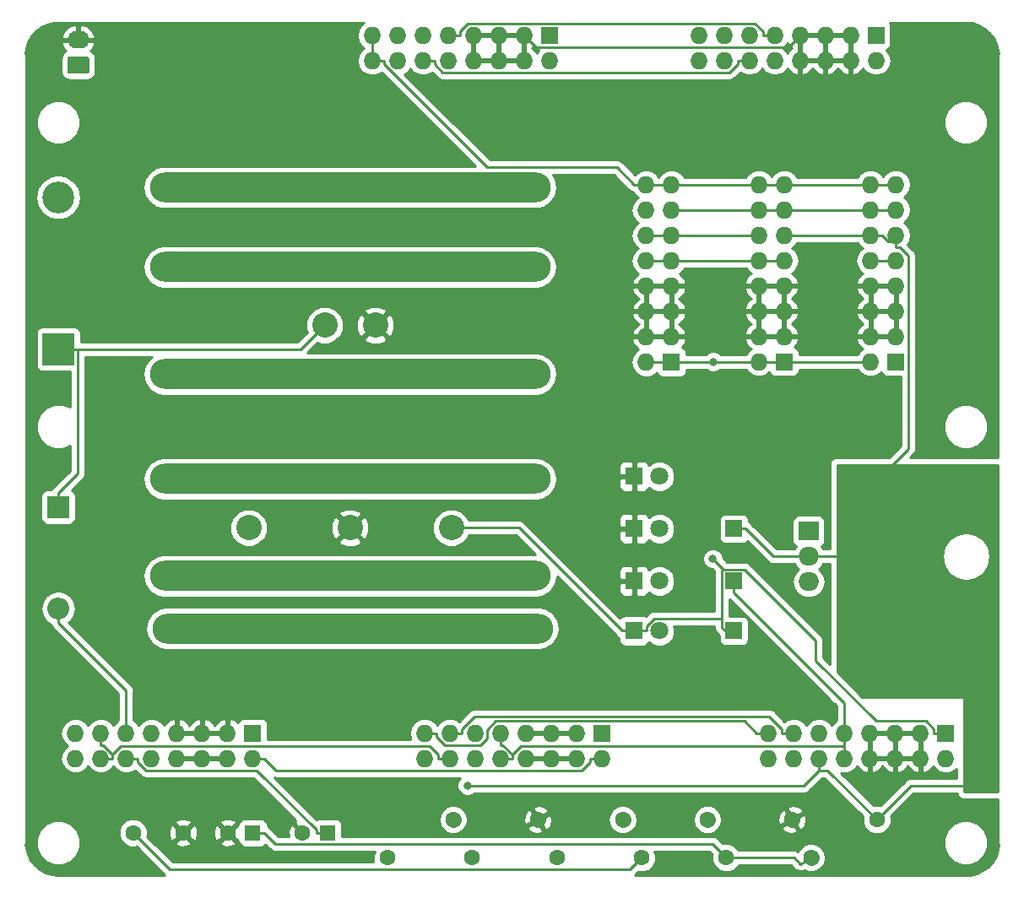
<source format=gbr>
G04 #@! TF.GenerationSoftware,KiCad,Pcbnew,(5.0.2)-1*
G04 #@! TF.CreationDate,2019-03-10T17:56:26+01:00*
G04 #@! TF.ProjectId,SnackBus_PSU,536e6163-6b42-4757-935f-5053552e6b69,rev?*
G04 #@! TF.SameCoordinates,Original*
G04 #@! TF.FileFunction,Copper,L1,Top*
G04 #@! TF.FilePolarity,Positive*
%FSLAX46Y46*%
G04 Gerber Fmt 4.6, Leading zero omitted, Abs format (unit mm)*
G04 Created by KiCad (PCBNEW (5.0.2)-1) date 10-3-2019 17:56:26*
%MOMM*%
%LPD*%
G01*
G04 APERTURE LIST*
G04 #@! TA.AperFunction,ComponentPad*
%ADD10R,1.727200X1.727200*%
G04 #@! TD*
G04 #@! TA.AperFunction,ComponentPad*
%ADD11O,1.727200X1.727200*%
G04 #@! TD*
G04 #@! TA.AperFunction,ComponentPad*
%ADD12R,2.000000X1.905000*%
G04 #@! TD*
G04 #@! TA.AperFunction,ComponentPad*
%ADD13O,2.000000X1.905000*%
G04 #@! TD*
G04 #@! TA.AperFunction,WasherPad*
%ADD14O,40.200000X3.000000*%
G04 #@! TD*
G04 #@! TA.AperFunction,ComponentPad*
%ADD15C,1.600000*%
G04 #@! TD*
G04 #@! TA.AperFunction,ComponentPad*
%ADD16O,2.200000X2.200000*%
G04 #@! TD*
G04 #@! TA.AperFunction,ComponentPad*
%ADD17R,2.200000X2.200000*%
G04 #@! TD*
G04 #@! TA.AperFunction,ComponentPad*
%ADD18R,1.800000X1.800000*%
G04 #@! TD*
G04 #@! TA.AperFunction,ComponentPad*
%ADD19C,1.800000*%
G04 #@! TD*
G04 #@! TA.AperFunction,Conductor*
%ADD20C,0.100000*%
G04 #@! TD*
G04 #@! TA.AperFunction,ComponentPad*
%ADD21C,1.740000*%
G04 #@! TD*
G04 #@! TA.AperFunction,ComponentPad*
%ADD22O,2.200000X1.740000*%
G04 #@! TD*
G04 #@! TA.AperFunction,ComponentPad*
%ADD23C,2.540000*%
G04 #@! TD*
G04 #@! TA.AperFunction,Conductor*
%ADD24C,1.600000*%
G04 #@! TD*
G04 #@! TA.AperFunction,ComponentPad*
%ADD25R,1.600000X1.600000*%
G04 #@! TD*
G04 #@! TA.AperFunction,ComponentPad*
%ADD26R,1.700000X1.700000*%
G04 #@! TD*
G04 #@! TA.AperFunction,ComponentPad*
%ADD27R,3.200000X3.200000*%
G04 #@! TD*
G04 #@! TA.AperFunction,ComponentPad*
%ADD28O,3.200000X3.200000*%
G04 #@! TD*
G04 #@! TA.AperFunction,ViaPad*
%ADD29C,0.800000*%
G04 #@! TD*
G04 #@! TA.AperFunction,Conductor*
%ADD30C,0.250000*%
G04 #@! TD*
G04 #@! TA.AperFunction,Conductor*
%ADD31C,0.254000*%
G04 #@! TD*
G04 APERTURE END LIST*
D10*
G04 #@! TO.P,J8,1*
G04 #@! TO.N,/-12V*
X76790000Y-34750000D03*
D11*
G04 #@! TO.P,J8,2*
X74250000Y-34750000D03*
G04 #@! TO.P,J8,3*
G04 #@! TO.N,/GND*
X76790000Y-32210000D03*
G04 #@! TO.P,J8,4*
X74250000Y-32210000D03*
G04 #@! TO.P,J8,5*
X76790000Y-29670000D03*
G04 #@! TO.P,J8,6*
X74250000Y-29670000D03*
G04 #@! TO.P,J8,7*
X76790000Y-27130000D03*
G04 #@! TO.P,J8,8*
X74250000Y-27130000D03*
G04 #@! TO.P,J8,9*
G04 #@! TO.N,/+12V*
X76790000Y-24590000D03*
G04 #@! TO.P,J8,10*
X74250000Y-24590000D03*
G04 #@! TO.P,J8,11*
G04 #@! TO.N,/+5V*
X76790000Y-22050000D03*
G04 #@! TO.P,J8,12*
X74250000Y-22050000D03*
G04 #@! TO.P,J8,13*
G04 #@! TO.N,/CV*
X76790000Y-19510000D03*
G04 #@! TO.P,J8,14*
X74250000Y-19510000D03*
G04 #@! TO.P,J8,15*
G04 #@! TO.N,/GATE*
X76790000Y-16970000D03*
G04 #@! TO.P,J8,16*
X74250000Y-16970000D03*
G04 #@! TD*
G04 #@! TO.P,J9,16*
G04 #@! TO.N,/GATE*
X85460000Y-16970000D03*
G04 #@! TO.P,J9,15*
X88000000Y-16970000D03*
G04 #@! TO.P,J9,14*
G04 #@! TO.N,/CV*
X85460000Y-19510000D03*
G04 #@! TO.P,J9,13*
X88000000Y-19510000D03*
G04 #@! TO.P,J9,12*
G04 #@! TO.N,/+5V*
X85460000Y-22050000D03*
G04 #@! TO.P,J9,11*
X88000000Y-22050000D03*
G04 #@! TO.P,J9,10*
G04 #@! TO.N,/+12V*
X85460000Y-24590000D03*
G04 #@! TO.P,J9,9*
X88000000Y-24590000D03*
G04 #@! TO.P,J9,8*
G04 #@! TO.N,/GND*
X85460000Y-27130000D03*
G04 #@! TO.P,J9,7*
X88000000Y-27130000D03*
G04 #@! TO.P,J9,6*
X85460000Y-29670000D03*
G04 #@! TO.P,J9,5*
X88000000Y-29670000D03*
G04 #@! TO.P,J9,4*
X85460000Y-32210000D03*
G04 #@! TO.P,J9,3*
X88000000Y-32210000D03*
G04 #@! TO.P,J9,2*
G04 #@! TO.N,/-12V*
X85460000Y-34750000D03*
D10*
G04 #@! TO.P,J9,1*
X88000000Y-34750000D03*
G04 #@! TD*
D12*
G04 #@! TO.P,U1,1*
G04 #@! TO.N,Net-(C2-Pad1)*
X79250000Y-51750000D03*
D13*
G04 #@! TO.P,U1,2*
G04 #@! TO.N,/+5V*
X79250000Y-54290000D03*
G04 #@! TO.P,U1,3*
G04 #@! TO.N,Net-(C1-Pad1)*
X79250000Y-56830000D03*
G04 #@! TD*
D14*
G04 #@! TO.P,SLOT4,*
G04 #@! TO.N,*
X33250000Y-46500000D03*
G04 #@! TD*
G04 #@! TO.P,SLOT3,*
G04 #@! TO.N,*
X33250000Y-36000000D03*
G04 #@! TD*
G04 #@! TO.P,SLOT5,*
G04 #@! TO.N,*
X33250000Y-56250000D03*
G04 #@! TD*
G04 #@! TO.P,SLOT2,*
G04 #@! TO.N,*
X33250000Y-25250000D03*
G04 #@! TD*
G04 #@! TO.P,SLOT6,*
G04 #@! TO.N,*
X33500000Y-61500000D03*
G04 #@! TD*
G04 #@! TO.P,SLOT1,*
G04 #@! TO.N,*
X33250000Y-17250000D03*
G04 #@! TD*
D15*
G04 #@! TO.P,C1,1*
G04 #@! TO.N,Net-(C1-Pad1)*
X11500000Y-82000000D03*
G04 #@! TO.P,C1,2*
G04 #@! TO.N,/GND*
X16500000Y-82000000D03*
G04 #@! TD*
D16*
G04 #@! TO.P,D2,2*
G04 #@! TO.N,/+5V*
X4000000Y-59500000D03*
D17*
G04 #@! TO.P,D2,1*
G04 #@! TO.N,Net-(C1-Pad1)*
X4000000Y-49340000D03*
G04 #@! TD*
D18*
G04 #@! TO.P,D_+12V_1,1*
G04 #@! TO.N,/GND*
X61750000Y-56750000D03*
D19*
G04 #@! TO.P,D_+12V_1,2*
G04 #@! TO.N,Net-(D_+12V_1-Pad2)*
X64290000Y-56750000D03*
G04 #@! TD*
D18*
G04 #@! TO.P,D_+5V_1,1*
G04 #@! TO.N,/GND*
X61750000Y-51500000D03*
D19*
G04 #@! TO.P,D_+5V_1,2*
G04 #@! TO.N,Net-(D_+5V_1-Pad2)*
X64290000Y-51500000D03*
G04 #@! TD*
G04 #@! TO.P,D_-12V_1,2*
G04 #@! TO.N,Net-(D_-12V_1-Pad2)*
X64290000Y-61750000D03*
D18*
G04 #@! TO.P,D_-12V_1,1*
G04 #@! TO.N,/-12V*
X61750000Y-61750000D03*
G04 #@! TD*
D19*
G04 #@! TO.P,D_PWR_1,2*
G04 #@! TO.N,Net-(D_PWR_1-Pad2)*
X64290000Y-46250000D03*
D18*
G04 #@! TO.P,D_PWR_1,1*
G04 #@! TO.N,/GND*
X61750000Y-46250000D03*
G04 #@! TD*
D20*
G04 #@! TO.N,Net-(D1-Pad2)*
G04 #@! TO.C,J1*
G36*
X6874505Y-4131204D02*
X6898773Y-4134804D01*
X6922572Y-4140765D01*
X6945671Y-4149030D01*
X6967850Y-4159520D01*
X6988893Y-4172132D01*
X7008599Y-4186747D01*
X7026777Y-4203223D01*
X7043253Y-4221401D01*
X7057868Y-4241107D01*
X7070480Y-4262150D01*
X7080970Y-4284329D01*
X7089235Y-4307428D01*
X7095196Y-4331227D01*
X7098796Y-4355495D01*
X7100000Y-4379999D01*
X7100000Y-5620001D01*
X7098796Y-5644505D01*
X7095196Y-5668773D01*
X7089235Y-5692572D01*
X7080970Y-5715671D01*
X7070480Y-5737850D01*
X7057868Y-5758893D01*
X7043253Y-5778599D01*
X7026777Y-5796777D01*
X7008599Y-5813253D01*
X6988893Y-5827868D01*
X6967850Y-5840480D01*
X6945671Y-5850970D01*
X6922572Y-5859235D01*
X6898773Y-5865196D01*
X6874505Y-5868796D01*
X6850001Y-5870000D01*
X5149999Y-5870000D01*
X5125495Y-5868796D01*
X5101227Y-5865196D01*
X5077428Y-5859235D01*
X5054329Y-5850970D01*
X5032150Y-5840480D01*
X5011107Y-5827868D01*
X4991401Y-5813253D01*
X4973223Y-5796777D01*
X4956747Y-5778599D01*
X4942132Y-5758893D01*
X4929520Y-5737850D01*
X4919030Y-5715671D01*
X4910765Y-5692572D01*
X4904804Y-5668773D01*
X4901204Y-5644505D01*
X4900000Y-5620001D01*
X4900000Y-4379999D01*
X4901204Y-4355495D01*
X4904804Y-4331227D01*
X4910765Y-4307428D01*
X4919030Y-4284329D01*
X4929520Y-4262150D01*
X4942132Y-4241107D01*
X4956747Y-4221401D01*
X4973223Y-4203223D01*
X4991401Y-4186747D01*
X5011107Y-4172132D01*
X5032150Y-4159520D01*
X5054329Y-4149030D01*
X5077428Y-4140765D01*
X5101227Y-4134804D01*
X5125495Y-4131204D01*
X5149999Y-4130000D01*
X6850001Y-4130000D01*
X6874505Y-4131204D01*
X6874505Y-4131204D01*
G37*
D21*
G04 #@! TD*
G04 #@! TO.P,J1,1*
G04 #@! TO.N,Net-(D1-Pad2)*
X6000000Y-5000000D03*
D22*
G04 #@! TO.P,J1,2*
G04 #@! TO.N,/GND*
X6000000Y-2460000D03*
G04 #@! TD*
D11*
G04 #@! TO.P,J2,16*
G04 #@! TO.N,/GATE*
X5720000Y-74540000D03*
G04 #@! TO.P,J2,15*
X5720000Y-72000000D03*
G04 #@! TO.P,J2,14*
G04 #@! TO.N,/CV*
X8260000Y-74540000D03*
G04 #@! TO.P,J2,13*
X8260000Y-72000000D03*
G04 #@! TO.P,J2,12*
G04 #@! TO.N,/+5V*
X10800000Y-74540000D03*
G04 #@! TO.P,J2,11*
X10800000Y-72000000D03*
G04 #@! TO.P,J2,10*
G04 #@! TO.N,/+12V*
X13340000Y-74540000D03*
G04 #@! TO.P,J2,9*
X13340000Y-72000000D03*
G04 #@! TO.P,J2,8*
G04 #@! TO.N,/GND*
X15880000Y-74540000D03*
G04 #@! TO.P,J2,7*
X15880000Y-72000000D03*
G04 #@! TO.P,J2,6*
X18420000Y-74540000D03*
G04 #@! TO.P,J2,5*
X18420000Y-72000000D03*
G04 #@! TO.P,J2,4*
X20960000Y-74540000D03*
G04 #@! TO.P,J2,3*
X20960000Y-72000000D03*
G04 #@! TO.P,J2,2*
G04 #@! TO.N,/-12V*
X23500000Y-74540000D03*
D10*
G04 #@! TO.P,J2,1*
X23500000Y-72000000D03*
G04 #@! TD*
G04 #@! TO.P,J3,1*
G04 #@! TO.N,/-12V*
X53250000Y-2000000D03*
D11*
G04 #@! TO.P,J3,2*
X53250000Y-4540000D03*
G04 #@! TO.P,J3,3*
G04 #@! TO.N,/GND*
X50710000Y-2000000D03*
G04 #@! TO.P,J3,4*
X50710000Y-4540000D03*
G04 #@! TO.P,J3,5*
X48170000Y-2000000D03*
G04 #@! TO.P,J3,6*
X48170000Y-4540000D03*
G04 #@! TO.P,J3,7*
X45630000Y-2000000D03*
G04 #@! TO.P,J3,8*
X45630000Y-4540000D03*
G04 #@! TO.P,J3,9*
G04 #@! TO.N,/+12V*
X43090000Y-2000000D03*
G04 #@! TO.P,J3,10*
X43090000Y-4540000D03*
G04 #@! TO.P,J3,11*
G04 #@! TO.N,/+5V*
X40550000Y-2000000D03*
G04 #@! TO.P,J3,12*
X40550000Y-4540000D03*
G04 #@! TO.P,J3,13*
G04 #@! TO.N,/CV*
X38010000Y-2000000D03*
G04 #@! TO.P,J3,14*
X38010000Y-4540000D03*
G04 #@! TO.P,J3,15*
G04 #@! TO.N,/GATE*
X35470000Y-2000000D03*
G04 #@! TO.P,J3,16*
X35470000Y-4540000D03*
G04 #@! TD*
D10*
G04 #@! TO.P,J4,1*
G04 #@! TO.N,/-12V*
X86000000Y-2000000D03*
D11*
G04 #@! TO.P,J4,2*
X86000000Y-4540000D03*
G04 #@! TO.P,J4,3*
G04 #@! TO.N,/GND*
X83460000Y-2000000D03*
G04 #@! TO.P,J4,4*
X83460000Y-4540000D03*
G04 #@! TO.P,J4,5*
X80920000Y-2000000D03*
G04 #@! TO.P,J4,6*
X80920000Y-4540000D03*
G04 #@! TO.P,J4,7*
X78380000Y-2000000D03*
G04 #@! TO.P,J4,8*
X78380000Y-4540000D03*
G04 #@! TO.P,J4,9*
G04 #@! TO.N,/+12V*
X75840000Y-2000000D03*
G04 #@! TO.P,J4,10*
X75840000Y-4540000D03*
G04 #@! TO.P,J4,11*
G04 #@! TO.N,/+5V*
X73300000Y-2000000D03*
G04 #@! TO.P,J4,12*
X73300000Y-4540000D03*
G04 #@! TO.P,J4,13*
G04 #@! TO.N,/CV*
X70760000Y-2000000D03*
G04 #@! TO.P,J4,14*
X70760000Y-4540000D03*
G04 #@! TO.P,J4,15*
G04 #@! TO.N,/GATE*
X68220000Y-2000000D03*
G04 #@! TO.P,J4,16*
X68220000Y-4540000D03*
G04 #@! TD*
D10*
G04 #@! TO.P,J5,1*
G04 #@! TO.N,/-12V*
X58500000Y-72000000D03*
D11*
G04 #@! TO.P,J5,2*
X58500000Y-74540000D03*
G04 #@! TO.P,J5,3*
G04 #@! TO.N,/GND*
X55960000Y-72000000D03*
G04 #@! TO.P,J5,4*
X55960000Y-74540000D03*
G04 #@! TO.P,J5,5*
X53420000Y-72000000D03*
G04 #@! TO.P,J5,6*
X53420000Y-74540000D03*
G04 #@! TO.P,J5,7*
X50880000Y-72000000D03*
G04 #@! TO.P,J5,8*
X50880000Y-74540000D03*
G04 #@! TO.P,J5,9*
G04 #@! TO.N,/+12V*
X48340000Y-72000000D03*
G04 #@! TO.P,J5,10*
X48340000Y-74540000D03*
G04 #@! TO.P,J5,11*
G04 #@! TO.N,/+5V*
X45800000Y-72000000D03*
G04 #@! TO.P,J5,12*
X45800000Y-74540000D03*
G04 #@! TO.P,J5,13*
G04 #@! TO.N,/CV*
X43260000Y-72000000D03*
G04 #@! TO.P,J5,14*
X43260000Y-74540000D03*
G04 #@! TO.P,J5,15*
G04 #@! TO.N,/GATE*
X40720000Y-72000000D03*
G04 #@! TO.P,J5,16*
X40720000Y-74540000D03*
G04 #@! TD*
G04 #@! TO.P,J6,16*
G04 #@! TO.N,/GATE*
X75220000Y-74540000D03*
G04 #@! TO.P,J6,15*
X75220000Y-72000000D03*
G04 #@! TO.P,J6,14*
G04 #@! TO.N,/CV*
X77760000Y-74540000D03*
G04 #@! TO.P,J6,13*
X77760000Y-72000000D03*
G04 #@! TO.P,J6,12*
G04 #@! TO.N,/+5V*
X80300000Y-74540000D03*
G04 #@! TO.P,J6,11*
X80300000Y-72000000D03*
G04 #@! TO.P,J6,10*
G04 #@! TO.N,/+12V*
X82840000Y-74540000D03*
G04 #@! TO.P,J6,9*
X82840000Y-72000000D03*
G04 #@! TO.P,J6,8*
G04 #@! TO.N,/GND*
X85380000Y-74540000D03*
G04 #@! TO.P,J6,7*
X85380000Y-72000000D03*
G04 #@! TO.P,J6,6*
X87920000Y-74540000D03*
G04 #@! TO.P,J6,5*
X87920000Y-72000000D03*
G04 #@! TO.P,J6,4*
X90460000Y-74540000D03*
G04 #@! TO.P,J6,3*
X90460000Y-72000000D03*
G04 #@! TO.P,J6,2*
G04 #@! TO.N,/-12V*
X93000000Y-74540000D03*
D10*
G04 #@! TO.P,J6,1*
X93000000Y-72000000D03*
G04 #@! TD*
G04 #@! TO.P,J7,1*
G04 #@! TO.N,/-12V*
X65500000Y-34780000D03*
D11*
G04 #@! TO.P,J7,2*
X62960000Y-34780000D03*
G04 #@! TO.P,J7,3*
G04 #@! TO.N,/GND*
X65500000Y-32240000D03*
G04 #@! TO.P,J7,4*
X62960000Y-32240000D03*
G04 #@! TO.P,J7,5*
X65500000Y-29700000D03*
G04 #@! TO.P,J7,6*
X62960000Y-29700000D03*
G04 #@! TO.P,J7,7*
X65500000Y-27160000D03*
G04 #@! TO.P,J7,8*
X62960000Y-27160000D03*
G04 #@! TO.P,J7,9*
G04 #@! TO.N,/+12V*
X65500000Y-24620000D03*
G04 #@! TO.P,J7,10*
X62960000Y-24620000D03*
G04 #@! TO.P,J7,11*
G04 #@! TO.N,/+5V*
X65500000Y-22080000D03*
G04 #@! TO.P,J7,12*
X62960000Y-22080000D03*
G04 #@! TO.P,J7,13*
G04 #@! TO.N,/CV*
X65500000Y-19540000D03*
G04 #@! TO.P,J7,14*
X62960000Y-19540000D03*
G04 #@! TO.P,J7,15*
G04 #@! TO.N,/GATE*
X65500000Y-17000000D03*
G04 #@! TO.P,J7,16*
X62960000Y-17000000D03*
G04 #@! TD*
D23*
G04 #@! TO.P,M1,1*
G04 #@! TO.N,Net-(C1-Pad1)*
X30710000Y-31090000D03*
G04 #@! TO.P,M1,2*
G04 #@! TO.N,/GND*
X35790000Y-31090000D03*
G04 #@! TO.P,M1,3*
G04 #@! TO.N,/+12V*
X23090000Y-51410000D03*
G04 #@! TO.P,M1,4*
G04 #@! TO.N,/GND*
X33250000Y-51410000D03*
G04 #@! TO.P,M1,5*
G04 #@! TO.N,/-12V*
X43410000Y-51410000D03*
G04 #@! TD*
D15*
G04 #@! TO.P,R1,1*
G04 #@! TO.N,/+5V*
X37000000Y-84500000D03*
G04 #@! TO.P,R1,2*
G04 #@! TO.N,Net-(D_+5V_1-Pad2)*
X43599114Y-80690000D03*
D24*
G04 #@! TD*
G04 #@! TO.N,Net-(D_+5V_1-Pad2)*
G04 #@! TO.C,R1*
X43599114Y-80690000D02*
X43599114Y-80690000D01*
D15*
G04 #@! TO.P,R2,2*
G04 #@! TO.N,/GND*
X52099114Y-80690000D03*
D24*
G04 #@! TD*
G04 #@! TO.N,/GND*
G04 #@! TO.C,R2*
X52099114Y-80690000D02*
X52099114Y-80690000D01*
D15*
G04 #@! TO.P,R2,1*
G04 #@! TO.N,Net-(D_-12V_1-Pad2)*
X45500000Y-84500000D03*
G04 #@! TD*
G04 #@! TO.P,R3,1*
G04 #@! TO.N,/+12V*
X54000000Y-84500000D03*
G04 #@! TO.P,R3,2*
G04 #@! TO.N,Net-(D_+12V_1-Pad2)*
X60599114Y-80690000D03*
D24*
G04 #@! TD*
G04 #@! TO.N,Net-(D_+12V_1-Pad2)*
G04 #@! TO.C,R3*
X60599114Y-80690000D02*
X60599114Y-80690000D01*
D15*
G04 #@! TO.P,R4,2*
G04 #@! TO.N,Net-(D_PWR_1-Pad2)*
X69099114Y-80690000D03*
D24*
G04 #@! TD*
G04 #@! TO.N,Net-(D_PWR_1-Pad2)*
G04 #@! TO.C,R4*
X69099114Y-80690000D02*
X69099114Y-80690000D01*
D15*
G04 #@! TO.P,R4,1*
G04 #@! TO.N,Net-(C1-Pad1)*
X62500000Y-84500000D03*
G04 #@! TD*
G04 #@! TO.P,R5,1*
G04 #@! TO.N,Net-(C2-Pad1)*
X71000000Y-84500000D03*
G04 #@! TO.P,R5,2*
G04 #@! TO.N,/GND*
X77599114Y-80690000D03*
D24*
G04 #@! TD*
G04 #@! TO.N,/GND*
G04 #@! TO.C,R5*
X77599114Y-80690000D02*
X77599114Y-80690000D01*
D15*
G04 #@! TO.P,R6,2*
G04 #@! TO.N,Net-(C2-Pad1)*
X79499986Y-84500000D03*
D24*
G04 #@! TD*
G04 #@! TO.N,Net-(C2-Pad1)*
G04 #@! TO.C,R6*
X79499986Y-84500000D02*
X79499986Y-84500000D01*
D15*
G04 #@! TO.P,R6,1*
G04 #@! TO.N,/+5V*
X86099100Y-80690000D03*
G04 #@! TD*
D25*
G04 #@! TO.P,C3,1*
G04 #@! TO.N,/+5V*
X31000000Y-82000000D03*
D15*
G04 #@! TO.P,C3,2*
G04 #@! TO.N,/GND*
X28500000Y-82000000D03*
G04 #@! TD*
D26*
G04 #@! TO.P,J10,1*
G04 #@! TO.N,/+12V*
X71750000Y-56750000D03*
G04 #@! TD*
G04 #@! TO.P,J11,1*
G04 #@! TO.N,/-12V*
X71750000Y-61750000D03*
G04 #@! TD*
G04 #@! TO.P,J12,1*
G04 #@! TO.N,/+5V*
X71750000Y-51500000D03*
G04 #@! TD*
D25*
G04 #@! TO.P,C2,1*
G04 #@! TO.N,Net-(C2-Pad1)*
X23500000Y-82000000D03*
D15*
G04 #@! TO.P,C2,2*
G04 #@! TO.N,/GND*
X21000000Y-82000000D03*
G04 #@! TD*
D27*
G04 #@! TO.P,D1,1*
G04 #@! TO.N,Net-(C1-Pad1)*
X4000000Y-33500000D03*
D28*
G04 #@! TO.P,D1,2*
G04 #@! TO.N,Net-(D1-Pad2)*
X4000000Y-18260000D03*
G04 #@! TD*
D29*
G04 #@! TO.N,/GND*
X96000000Y-3000000D03*
X69750000Y-29750000D03*
G04 #@! TO.N,/+5V*
X45026200Y-77252500D03*
X83210000Y-54290000D03*
G04 #@! TO.N,/-12V*
X69672100Y-34750000D03*
X69642100Y-54509300D03*
G04 #@! TD*
D30*
G04 #@! TO.N,Net-(C1-Pad1)*
X4000000Y-49340000D02*
X4000000Y-47914700D01*
X5925400Y-33500000D02*
X5925400Y-45989300D01*
X5925400Y-45989300D02*
X4000000Y-47914700D01*
X5925400Y-33500000D02*
X28300000Y-33500000D01*
X28300000Y-33500000D02*
X30710000Y-31090000D01*
X5812700Y-33500000D02*
X5925400Y-33500000D01*
X62500000Y-84500000D02*
X61343600Y-85656400D01*
X61343600Y-85656400D02*
X15156400Y-85656400D01*
X15156400Y-85656400D02*
X11500000Y-82000000D01*
X4000000Y-33500000D02*
X5812700Y-33500000D01*
G04 #@! TO.N,/GND*
X51573599Y-2863599D02*
X50710000Y-2000000D01*
X51898601Y-3188601D02*
X51573599Y-2863599D01*
X77191399Y-3188601D02*
X51898601Y-3188601D01*
X78380000Y-2000000D02*
X77191399Y-3188601D01*
X65500000Y-29700000D02*
X69700000Y-29700000D01*
X69700000Y-29700000D02*
X69750000Y-29750000D01*
G04 #@! TO.N,/+5V*
X80300000Y-75728900D02*
X78776400Y-77252500D01*
X78776400Y-77252500D02*
X45026200Y-77252500D01*
X86099100Y-80690000D02*
X81138000Y-75728900D01*
X81138000Y-75728900D02*
X80300000Y-75728900D01*
X71750000Y-51500000D02*
X72925300Y-51500000D01*
X79250000Y-54290000D02*
X75715300Y-54290000D01*
X75715300Y-54290000D02*
X72925300Y-51500000D01*
X79250000Y-54290000D02*
X83210000Y-54290000D01*
X4000000Y-59500000D02*
X4000000Y-60925300D01*
X10800000Y-72000000D02*
X10800000Y-67725300D01*
X10800000Y-67725300D02*
X4000000Y-60925300D01*
X40550000Y-4540000D02*
X41738900Y-4540000D01*
X73300000Y-4540000D02*
X72111100Y-4540000D01*
X72111100Y-4540000D02*
X72111100Y-4911500D01*
X72111100Y-4911500D02*
X71293700Y-5728900D01*
X71293700Y-5728900D02*
X42556200Y-5728900D01*
X42556200Y-5728900D02*
X41738900Y-4911600D01*
X41738900Y-4911600D02*
X41738900Y-4540000D01*
X85460000Y-22050000D02*
X86648900Y-22050000D01*
X88000000Y-22644400D02*
X87243300Y-22644400D01*
X87243300Y-22644400D02*
X86648900Y-22050000D01*
X88000000Y-22644400D02*
X88000000Y-23238900D01*
X88000000Y-22050000D02*
X88000000Y-22644400D01*
X87447900Y-45274900D02*
X89213400Y-43509400D01*
X89213400Y-43509400D02*
X89213400Y-24082800D01*
X89213400Y-24082800D02*
X88369500Y-23238900D01*
X88369500Y-23238900D02*
X88000000Y-23238900D01*
X10800000Y-74540000D02*
X11988900Y-74540000D01*
X31000000Y-82000000D02*
X29874700Y-82000000D01*
X29874700Y-82000000D02*
X29874700Y-81718600D01*
X29874700Y-81718600D02*
X23885000Y-75728900D01*
X23885000Y-75728900D02*
X12806200Y-75728900D01*
X12806200Y-75728900D02*
X11988900Y-74911600D01*
X11988900Y-74911600D02*
X11988900Y-74540000D01*
X80300000Y-74540000D02*
X80300000Y-75728900D01*
X85460000Y-22050000D02*
X76790000Y-22050000D01*
X65500000Y-22080000D02*
X66688900Y-22080000D01*
X74250000Y-22050000D02*
X66718900Y-22050000D01*
X66718900Y-22050000D02*
X66688900Y-22080000D01*
X65500000Y-22080000D02*
X62960000Y-22080000D01*
X94762400Y-77314400D02*
X89474700Y-77314400D01*
X89474700Y-77314400D02*
X86099100Y-80690000D01*
G04 #@! TO.N,/-12V*
X70574600Y-60513300D02*
X70574600Y-55707400D01*
X70574600Y-55707400D02*
X70707400Y-55574600D01*
X70868600Y-61750000D02*
X70574600Y-61456000D01*
X70574600Y-61456000D02*
X70574600Y-60513300D01*
X70574600Y-60513300D02*
X63752500Y-60513300D01*
X63752500Y-60513300D02*
X62975300Y-61290500D01*
X62975300Y-61290500D02*
X62975300Y-61750000D01*
X61750000Y-61750000D02*
X62975300Y-61750000D01*
X61750000Y-61750000D02*
X60524700Y-61750000D01*
X43410000Y-51410000D02*
X50184700Y-51410000D01*
X50184700Y-51410000D02*
X60524700Y-61750000D01*
X70707400Y-55574600D02*
X72816500Y-55574600D01*
X72816500Y-55574600D02*
X79936700Y-62694800D01*
X79936700Y-62694800D02*
X79936700Y-64752200D01*
X79936700Y-64752200D02*
X85995600Y-70811100D01*
X85995600Y-70811100D02*
X90993800Y-70811100D01*
X90993800Y-70811100D02*
X91811100Y-71628400D01*
X91811100Y-71628400D02*
X91811100Y-72000000D01*
X70707400Y-55574600D02*
X69642100Y-54509300D01*
X69642100Y-34780000D02*
X69672100Y-34750000D01*
X69672100Y-34750000D02*
X74250000Y-34750000D01*
X69642100Y-34780000D02*
X66688900Y-34780000D01*
X93000000Y-72000000D02*
X91811100Y-72000000D01*
X71750000Y-61750000D02*
X70868600Y-61750000D01*
X23500000Y-74540000D02*
X24688900Y-74540000D01*
X58500000Y-74540000D02*
X57311100Y-74540000D01*
X57311100Y-74540000D02*
X57311100Y-74911500D01*
X57311100Y-74911500D02*
X56493700Y-75728900D01*
X56493700Y-75728900D02*
X25877800Y-75728900D01*
X25877800Y-75728900D02*
X24688900Y-74540000D01*
X85460000Y-34750000D02*
X76790000Y-34750000D01*
X65500000Y-34780000D02*
X66688900Y-34780000D01*
X76790000Y-34750000D02*
X74250000Y-34750000D01*
X62960000Y-34780000D02*
X65500000Y-34780000D01*
X69672100Y-34750000D02*
X69672100Y-34750000D01*
X69642100Y-54509300D02*
X69642100Y-54509300D01*
G04 #@! TO.N,/GATE*
X36064500Y-4540000D02*
X35470000Y-3945500D01*
X35470000Y-3945500D02*
X35470000Y-2000000D01*
X36064500Y-4540000D02*
X36658900Y-4540000D01*
X35470000Y-4540000D02*
X36064500Y-4540000D01*
X62960000Y-17000000D02*
X61771100Y-17000000D01*
X61771100Y-17000000D02*
X60008800Y-15237700D01*
X60008800Y-15237700D02*
X46985100Y-15237700D01*
X46985100Y-15237700D02*
X36658900Y-4911500D01*
X36658900Y-4911500D02*
X36658900Y-4540000D01*
X62960000Y-17000000D02*
X65500000Y-17000000D01*
X40720000Y-72000000D02*
X41908900Y-72000000D01*
X75220000Y-72000000D02*
X74031100Y-72000000D01*
X74031100Y-72000000D02*
X72842100Y-70811000D01*
X72842100Y-70811000D02*
X47846600Y-70811000D01*
X47846600Y-70811000D02*
X46989000Y-71668600D01*
X46989000Y-71668600D02*
X46989000Y-72569400D01*
X46989000Y-72569400D02*
X46342100Y-73216300D01*
X46342100Y-73216300D02*
X42755700Y-73216300D01*
X42755700Y-73216300D02*
X41908900Y-72369500D01*
X41908900Y-72369500D02*
X41908900Y-72000000D01*
X74250000Y-16970000D02*
X73061100Y-16970000D01*
X65500000Y-17000000D02*
X73031100Y-17000000D01*
X73031100Y-17000000D02*
X73061100Y-16970000D01*
X74250000Y-16970000D02*
X76790000Y-16970000D01*
X85460000Y-16970000D02*
X76790000Y-16970000D01*
X88000000Y-16970000D02*
X85460000Y-16970000D01*
G04 #@! TO.N,/CV*
X43260000Y-72000000D02*
X44448900Y-72000000D01*
X77760000Y-72000000D02*
X76571100Y-72000000D01*
X76571100Y-72000000D02*
X76571100Y-71628500D01*
X76571100Y-71628500D02*
X75287200Y-70344600D01*
X75287200Y-70344600D02*
X45732800Y-70344600D01*
X45732800Y-70344600D02*
X44448900Y-71628500D01*
X44448900Y-71628500D02*
X44448900Y-72000000D01*
X9448900Y-74168500D02*
X10266300Y-73351100D01*
X10266300Y-73351100D02*
X41253800Y-73351100D01*
X41253800Y-73351100D02*
X42071100Y-74168400D01*
X42071100Y-74168400D02*
X42071100Y-74540000D01*
X9448900Y-74540000D02*
X9448900Y-74168500D01*
X9448900Y-74168500D02*
X8469300Y-73188900D01*
X8469300Y-73188900D02*
X8260000Y-73188900D01*
X8260000Y-72000000D02*
X8260000Y-73188900D01*
X74250000Y-19510000D02*
X73061100Y-19510000D01*
X65500000Y-19540000D02*
X73031100Y-19540000D01*
X73031100Y-19540000D02*
X73061100Y-19510000D01*
X43260000Y-74540000D02*
X42071100Y-74540000D01*
X8260000Y-74540000D02*
X9448900Y-74540000D01*
X74250000Y-19510000D02*
X76790000Y-19510000D01*
X85460000Y-19510000D02*
X76790000Y-19510000D01*
X88000000Y-19510000D02*
X85460000Y-19510000D01*
G04 #@! TO.N,/+12V*
X71750000Y-56750000D02*
X71750000Y-57925300D01*
X71750000Y-57925300D02*
X82840000Y-69015300D01*
X82840000Y-69015300D02*
X82840000Y-72000000D01*
X49528900Y-74168500D02*
X49528900Y-74540000D01*
X48340000Y-73188900D02*
X48549300Y-73188900D01*
X48549300Y-73188900D02*
X49528900Y-74168500D01*
X82840000Y-73336300D02*
X50361100Y-73336300D01*
X50361100Y-73336300D02*
X49528900Y-74168500D01*
X82840000Y-73336300D02*
X82840000Y-74540000D01*
X82840000Y-72000000D02*
X82840000Y-73336300D01*
X48340000Y-72000000D02*
X48340000Y-73188900D01*
X65500000Y-24620000D02*
X62960000Y-24620000D01*
X73061100Y-24590000D02*
X73031100Y-24620000D01*
X73031100Y-24620000D02*
X65500000Y-24620000D01*
X43090000Y-2000000D02*
X44278900Y-2000000D01*
X75840000Y-2000000D02*
X74651100Y-2000000D01*
X74651100Y-2000000D02*
X74651100Y-1628500D01*
X74651100Y-1628500D02*
X73833700Y-811100D01*
X73833700Y-811100D02*
X45096200Y-811100D01*
X45096200Y-811100D02*
X44278900Y-1628400D01*
X44278900Y-1628400D02*
X44278900Y-2000000D01*
X48340000Y-74540000D02*
X49528900Y-74540000D01*
X74250000Y-24590000D02*
X73061100Y-24590000D01*
X74250000Y-24590000D02*
X76790000Y-24590000D01*
X88000000Y-24590000D02*
X85460000Y-24590000D01*
G04 #@! TO.N,Net-(C2-Pad1)*
X23500000Y-82000000D02*
X24625300Y-82000000D01*
X24625300Y-82000000D02*
X25750600Y-83125300D01*
X25750600Y-83125300D02*
X69625300Y-83125300D01*
X69625300Y-83125300D02*
X71000000Y-84500000D01*
X79500000Y-84500000D02*
X78417300Y-85125100D01*
X78417300Y-85125100D02*
X77792200Y-84500000D01*
X77792200Y-84500000D02*
X71000000Y-84500000D01*
G04 #@! TD*
D31*
G04 #@! TO.N,/GND*
G36*
X25802948Y-76488900D02*
X25802952Y-76488900D01*
X25877800Y-76503788D01*
X25952648Y-76488900D01*
X44326089Y-76488900D01*
X44148769Y-76666220D01*
X43991200Y-77046626D01*
X43991200Y-77458374D01*
X44148769Y-77838780D01*
X44439920Y-78129931D01*
X44820326Y-78287500D01*
X45232074Y-78287500D01*
X45612480Y-78129931D01*
X45729911Y-78012500D01*
X78701553Y-78012500D01*
X78776400Y-78027388D01*
X78851247Y-78012500D01*
X78851252Y-78012500D01*
X79072937Y-77968404D01*
X79324329Y-77800429D01*
X79366731Y-77736970D01*
X80614802Y-76488900D01*
X80823199Y-76488900D01*
X84685996Y-80351698D01*
X84664100Y-80404561D01*
X84664100Y-80975439D01*
X84882566Y-81502862D01*
X85286238Y-81906534D01*
X85813661Y-82125000D01*
X86384539Y-82125000D01*
X86911962Y-81906534D01*
X87315634Y-81502862D01*
X87534100Y-80975439D01*
X87534100Y-80404561D01*
X87512203Y-80351698D01*
X89789503Y-78074400D01*
X94129799Y-78074400D01*
X94163336Y-78243004D01*
X94300987Y-78449013D01*
X94506996Y-78586664D01*
X94750000Y-78635000D01*
X98265001Y-78635000D01*
X98265001Y-83072388D01*
X98274264Y-83118955D01*
X98219224Y-83660812D01*
X98020596Y-84294631D01*
X97698582Y-84875561D01*
X97266329Y-85379879D01*
X96741497Y-85786981D01*
X96145532Y-86080232D01*
X95494297Y-86249867D01*
X95135216Y-86277497D01*
X95072388Y-86265000D01*
X61800729Y-86265000D01*
X61891529Y-86204329D01*
X61933931Y-86140870D01*
X62161698Y-85913103D01*
X62214561Y-85935000D01*
X62785439Y-85935000D01*
X63312862Y-85716534D01*
X63716534Y-85312862D01*
X63935000Y-84785439D01*
X63935000Y-84214561D01*
X63798615Y-83885300D01*
X69310499Y-83885300D01*
X69586896Y-84161698D01*
X69565000Y-84214561D01*
X69565000Y-84785439D01*
X69783466Y-85312862D01*
X70187138Y-85716534D01*
X70714561Y-85935000D01*
X71285439Y-85935000D01*
X71812862Y-85716534D01*
X72216534Y-85312862D01*
X72238430Y-85260000D01*
X77477399Y-85260000D01*
X77862316Y-85644918D01*
X77945579Y-85739861D01*
X78036483Y-85784690D01*
X78120762Y-85841003D01*
X78170899Y-85850976D01*
X78216746Y-85873585D01*
X78317891Y-85880214D01*
X78417300Y-85899988D01*
X78467434Y-85890016D01*
X78518444Y-85893359D01*
X78614427Y-85860777D01*
X78713837Y-85841003D01*
X78818844Y-85770840D01*
X78818928Y-85770791D01*
X78940077Y-85851740D01*
X79358653Y-85935000D01*
X79641319Y-85935000D01*
X80059895Y-85851740D01*
X80534563Y-85534577D01*
X80851726Y-85059909D01*
X80963099Y-84500000D01*
X80851726Y-83940091D01*
X80534563Y-83465423D01*
X80059895Y-83148260D01*
X79641319Y-83065000D01*
X79358653Y-83065000D01*
X78940077Y-83148260D01*
X78465409Y-83465423D01*
X78201938Y-83859735D01*
X78088737Y-83784096D01*
X77867052Y-83740000D01*
X77867047Y-83740000D01*
X77792200Y-83725112D01*
X77717353Y-83740000D01*
X72238430Y-83740000D01*
X72216534Y-83687138D01*
X71812862Y-83283466D01*
X71285439Y-83065000D01*
X70714561Y-83065000D01*
X70661698Y-83086896D01*
X70215631Y-82640830D01*
X70173229Y-82577371D01*
X70140394Y-82555431D01*
X92765000Y-82555431D01*
X92765000Y-83444569D01*
X93105259Y-84266026D01*
X93733974Y-84894741D01*
X94555431Y-85235000D01*
X95444569Y-85235000D01*
X96266026Y-84894741D01*
X96894741Y-84266026D01*
X97235000Y-83444569D01*
X97235000Y-82555431D01*
X96894741Y-81733974D01*
X96266026Y-81105259D01*
X95444569Y-80765000D01*
X94555431Y-80765000D01*
X93733974Y-81105259D01*
X93105259Y-81733974D01*
X92765000Y-82555431D01*
X70140394Y-82555431D01*
X69921837Y-82409396D01*
X69700152Y-82365300D01*
X69700147Y-82365300D01*
X69625300Y-82350412D01*
X69550453Y-82365300D01*
X32447440Y-82365300D01*
X32447440Y-81200000D01*
X32398157Y-80952235D01*
X32257809Y-80742191D01*
X32179701Y-80690000D01*
X42136001Y-80690000D01*
X42247374Y-81249909D01*
X42564537Y-81724577D01*
X43039205Y-82041740D01*
X43457781Y-82125000D01*
X43740447Y-82125000D01*
X44159023Y-82041740D01*
X44633691Y-81724577D01*
X44827218Y-81434943D01*
X51062835Y-81434943D01*
X51068209Y-81688229D01*
X51401713Y-81944148D01*
X51934741Y-82115565D01*
X52492793Y-82069953D01*
X52624443Y-81853897D01*
X52052629Y-80863485D01*
X51062835Y-81434943D01*
X44827218Y-81434943D01*
X44950854Y-81249909D01*
X45062227Y-80690000D01*
X45057631Y-80666893D01*
X50664290Y-80666893D01*
X50719170Y-81083675D01*
X50935835Y-81214972D01*
X51764600Y-80736485D01*
X52272599Y-80736485D01*
X52844414Y-81726897D01*
X53097349Y-81720912D01*
X53415876Y-81260431D01*
X53533938Y-80713107D01*
X53530896Y-80690000D01*
X59136001Y-80690000D01*
X59247374Y-81249909D01*
X59564537Y-81724577D01*
X60039205Y-82041740D01*
X60457781Y-82125000D01*
X60740447Y-82125000D01*
X61159023Y-82041740D01*
X61633691Y-81724577D01*
X61950854Y-81249909D01*
X62062227Y-80690000D01*
X67636001Y-80690000D01*
X67747374Y-81249909D01*
X68064537Y-81724577D01*
X68539205Y-82041740D01*
X68957781Y-82125000D01*
X69240447Y-82125000D01*
X69659023Y-82041740D01*
X70133691Y-81724577D01*
X70327218Y-81434943D01*
X76562835Y-81434943D01*
X76568209Y-81688229D01*
X76901713Y-81944148D01*
X77434741Y-82115565D01*
X77992793Y-82069953D01*
X78124443Y-81853897D01*
X77552629Y-80863485D01*
X76562835Y-81434943D01*
X70327218Y-81434943D01*
X70450854Y-81249909D01*
X70562227Y-80690000D01*
X70557631Y-80666893D01*
X76164290Y-80666893D01*
X76219170Y-81083675D01*
X76435835Y-81214972D01*
X77264600Y-80736485D01*
X77772599Y-80736485D01*
X78344414Y-81726897D01*
X78597349Y-81720912D01*
X78915876Y-81260431D01*
X79033938Y-80713107D01*
X78979058Y-80296325D01*
X78762393Y-80165028D01*
X77772599Y-80736485D01*
X77264600Y-80736485D01*
X77425629Y-80643515D01*
X76853814Y-79653103D01*
X76600879Y-79659088D01*
X76282352Y-80119569D01*
X76164290Y-80666893D01*
X70557631Y-80666893D01*
X70450854Y-80130091D01*
X70133691Y-79655423D01*
X69940150Y-79526103D01*
X77073785Y-79526103D01*
X77645599Y-80516515D01*
X78635393Y-79945057D01*
X78630019Y-79691771D01*
X78296515Y-79435852D01*
X77763487Y-79264435D01*
X77205435Y-79310047D01*
X77073785Y-79526103D01*
X69940150Y-79526103D01*
X69659023Y-79338260D01*
X69240447Y-79255000D01*
X68957781Y-79255000D01*
X68539205Y-79338260D01*
X68064537Y-79655423D01*
X67747374Y-80130091D01*
X67636001Y-80690000D01*
X62062227Y-80690000D01*
X61950854Y-80130091D01*
X61633691Y-79655423D01*
X61159023Y-79338260D01*
X60740447Y-79255000D01*
X60457781Y-79255000D01*
X60039205Y-79338260D01*
X59564537Y-79655423D01*
X59247374Y-80130091D01*
X59136001Y-80690000D01*
X53530896Y-80690000D01*
X53479058Y-80296325D01*
X53262393Y-80165028D01*
X52272599Y-80736485D01*
X51764600Y-80736485D01*
X51925629Y-80643515D01*
X51353814Y-79653103D01*
X51100879Y-79659088D01*
X50782352Y-80119569D01*
X50664290Y-80666893D01*
X45057631Y-80666893D01*
X44950854Y-80130091D01*
X44633691Y-79655423D01*
X44440150Y-79526103D01*
X51573785Y-79526103D01*
X52145599Y-80516515D01*
X53135393Y-79945057D01*
X53130019Y-79691771D01*
X52796515Y-79435852D01*
X52263487Y-79264435D01*
X51705435Y-79310047D01*
X51573785Y-79526103D01*
X44440150Y-79526103D01*
X44159023Y-79338260D01*
X43740447Y-79255000D01*
X43457781Y-79255000D01*
X43039205Y-79338260D01*
X42564537Y-79655423D01*
X42247374Y-80130091D01*
X42136001Y-80690000D01*
X32179701Y-80690000D01*
X32047765Y-80601843D01*
X31800000Y-80552560D01*
X30200000Y-80552560D01*
X29952235Y-80601843D01*
X29880606Y-80649704D01*
X25699156Y-76468254D01*
X25802948Y-76488900D01*
X25802948Y-76488900D01*
G37*
X25802948Y-76488900D02*
X25802952Y-76488900D01*
X25877800Y-76503788D01*
X25952648Y-76488900D01*
X44326089Y-76488900D01*
X44148769Y-76666220D01*
X43991200Y-77046626D01*
X43991200Y-77458374D01*
X44148769Y-77838780D01*
X44439920Y-78129931D01*
X44820326Y-78287500D01*
X45232074Y-78287500D01*
X45612480Y-78129931D01*
X45729911Y-78012500D01*
X78701553Y-78012500D01*
X78776400Y-78027388D01*
X78851247Y-78012500D01*
X78851252Y-78012500D01*
X79072937Y-77968404D01*
X79324329Y-77800429D01*
X79366731Y-77736970D01*
X80614802Y-76488900D01*
X80823199Y-76488900D01*
X84685996Y-80351698D01*
X84664100Y-80404561D01*
X84664100Y-80975439D01*
X84882566Y-81502862D01*
X85286238Y-81906534D01*
X85813661Y-82125000D01*
X86384539Y-82125000D01*
X86911962Y-81906534D01*
X87315634Y-81502862D01*
X87534100Y-80975439D01*
X87534100Y-80404561D01*
X87512203Y-80351698D01*
X89789503Y-78074400D01*
X94129799Y-78074400D01*
X94163336Y-78243004D01*
X94300987Y-78449013D01*
X94506996Y-78586664D01*
X94750000Y-78635000D01*
X98265001Y-78635000D01*
X98265001Y-83072388D01*
X98274264Y-83118955D01*
X98219224Y-83660812D01*
X98020596Y-84294631D01*
X97698582Y-84875561D01*
X97266329Y-85379879D01*
X96741497Y-85786981D01*
X96145532Y-86080232D01*
X95494297Y-86249867D01*
X95135216Y-86277497D01*
X95072388Y-86265000D01*
X61800729Y-86265000D01*
X61891529Y-86204329D01*
X61933931Y-86140870D01*
X62161698Y-85913103D01*
X62214561Y-85935000D01*
X62785439Y-85935000D01*
X63312862Y-85716534D01*
X63716534Y-85312862D01*
X63935000Y-84785439D01*
X63935000Y-84214561D01*
X63798615Y-83885300D01*
X69310499Y-83885300D01*
X69586896Y-84161698D01*
X69565000Y-84214561D01*
X69565000Y-84785439D01*
X69783466Y-85312862D01*
X70187138Y-85716534D01*
X70714561Y-85935000D01*
X71285439Y-85935000D01*
X71812862Y-85716534D01*
X72216534Y-85312862D01*
X72238430Y-85260000D01*
X77477399Y-85260000D01*
X77862316Y-85644918D01*
X77945579Y-85739861D01*
X78036483Y-85784690D01*
X78120762Y-85841003D01*
X78170899Y-85850976D01*
X78216746Y-85873585D01*
X78317891Y-85880214D01*
X78417300Y-85899988D01*
X78467434Y-85890016D01*
X78518444Y-85893359D01*
X78614427Y-85860777D01*
X78713837Y-85841003D01*
X78818844Y-85770840D01*
X78818928Y-85770791D01*
X78940077Y-85851740D01*
X79358653Y-85935000D01*
X79641319Y-85935000D01*
X80059895Y-85851740D01*
X80534563Y-85534577D01*
X80851726Y-85059909D01*
X80963099Y-84500000D01*
X80851726Y-83940091D01*
X80534563Y-83465423D01*
X80059895Y-83148260D01*
X79641319Y-83065000D01*
X79358653Y-83065000D01*
X78940077Y-83148260D01*
X78465409Y-83465423D01*
X78201938Y-83859735D01*
X78088737Y-83784096D01*
X77867052Y-83740000D01*
X77867047Y-83740000D01*
X77792200Y-83725112D01*
X77717353Y-83740000D01*
X72238430Y-83740000D01*
X72216534Y-83687138D01*
X71812862Y-83283466D01*
X71285439Y-83065000D01*
X70714561Y-83065000D01*
X70661698Y-83086896D01*
X70215631Y-82640830D01*
X70173229Y-82577371D01*
X70140394Y-82555431D01*
X92765000Y-82555431D01*
X92765000Y-83444569D01*
X93105259Y-84266026D01*
X93733974Y-84894741D01*
X94555431Y-85235000D01*
X95444569Y-85235000D01*
X96266026Y-84894741D01*
X96894741Y-84266026D01*
X97235000Y-83444569D01*
X97235000Y-82555431D01*
X96894741Y-81733974D01*
X96266026Y-81105259D01*
X95444569Y-80765000D01*
X94555431Y-80765000D01*
X93733974Y-81105259D01*
X93105259Y-81733974D01*
X92765000Y-82555431D01*
X70140394Y-82555431D01*
X69921837Y-82409396D01*
X69700152Y-82365300D01*
X69700147Y-82365300D01*
X69625300Y-82350412D01*
X69550453Y-82365300D01*
X32447440Y-82365300D01*
X32447440Y-81200000D01*
X32398157Y-80952235D01*
X32257809Y-80742191D01*
X32179701Y-80690000D01*
X42136001Y-80690000D01*
X42247374Y-81249909D01*
X42564537Y-81724577D01*
X43039205Y-82041740D01*
X43457781Y-82125000D01*
X43740447Y-82125000D01*
X44159023Y-82041740D01*
X44633691Y-81724577D01*
X44827218Y-81434943D01*
X51062835Y-81434943D01*
X51068209Y-81688229D01*
X51401713Y-81944148D01*
X51934741Y-82115565D01*
X52492793Y-82069953D01*
X52624443Y-81853897D01*
X52052629Y-80863485D01*
X51062835Y-81434943D01*
X44827218Y-81434943D01*
X44950854Y-81249909D01*
X45062227Y-80690000D01*
X45057631Y-80666893D01*
X50664290Y-80666893D01*
X50719170Y-81083675D01*
X50935835Y-81214972D01*
X51764600Y-80736485D01*
X52272599Y-80736485D01*
X52844414Y-81726897D01*
X53097349Y-81720912D01*
X53415876Y-81260431D01*
X53533938Y-80713107D01*
X53530896Y-80690000D01*
X59136001Y-80690000D01*
X59247374Y-81249909D01*
X59564537Y-81724577D01*
X60039205Y-82041740D01*
X60457781Y-82125000D01*
X60740447Y-82125000D01*
X61159023Y-82041740D01*
X61633691Y-81724577D01*
X61950854Y-81249909D01*
X62062227Y-80690000D01*
X67636001Y-80690000D01*
X67747374Y-81249909D01*
X68064537Y-81724577D01*
X68539205Y-82041740D01*
X68957781Y-82125000D01*
X69240447Y-82125000D01*
X69659023Y-82041740D01*
X70133691Y-81724577D01*
X70327218Y-81434943D01*
X76562835Y-81434943D01*
X76568209Y-81688229D01*
X76901713Y-81944148D01*
X77434741Y-82115565D01*
X77992793Y-82069953D01*
X78124443Y-81853897D01*
X77552629Y-80863485D01*
X76562835Y-81434943D01*
X70327218Y-81434943D01*
X70450854Y-81249909D01*
X70562227Y-80690000D01*
X70557631Y-80666893D01*
X76164290Y-80666893D01*
X76219170Y-81083675D01*
X76435835Y-81214972D01*
X77264600Y-80736485D01*
X77772599Y-80736485D01*
X78344414Y-81726897D01*
X78597349Y-81720912D01*
X78915876Y-81260431D01*
X79033938Y-80713107D01*
X78979058Y-80296325D01*
X78762393Y-80165028D01*
X77772599Y-80736485D01*
X77264600Y-80736485D01*
X77425629Y-80643515D01*
X76853814Y-79653103D01*
X76600879Y-79659088D01*
X76282352Y-80119569D01*
X76164290Y-80666893D01*
X70557631Y-80666893D01*
X70450854Y-80130091D01*
X70133691Y-79655423D01*
X69940150Y-79526103D01*
X77073785Y-79526103D01*
X77645599Y-80516515D01*
X78635393Y-79945057D01*
X78630019Y-79691771D01*
X78296515Y-79435852D01*
X77763487Y-79264435D01*
X77205435Y-79310047D01*
X77073785Y-79526103D01*
X69940150Y-79526103D01*
X69659023Y-79338260D01*
X69240447Y-79255000D01*
X68957781Y-79255000D01*
X68539205Y-79338260D01*
X68064537Y-79655423D01*
X67747374Y-80130091D01*
X67636001Y-80690000D01*
X62062227Y-80690000D01*
X61950854Y-80130091D01*
X61633691Y-79655423D01*
X61159023Y-79338260D01*
X60740447Y-79255000D01*
X60457781Y-79255000D01*
X60039205Y-79338260D01*
X59564537Y-79655423D01*
X59247374Y-80130091D01*
X59136001Y-80690000D01*
X53530896Y-80690000D01*
X53479058Y-80296325D01*
X53262393Y-80165028D01*
X52272599Y-80736485D01*
X51764600Y-80736485D01*
X51925629Y-80643515D01*
X51353814Y-79653103D01*
X51100879Y-79659088D01*
X50782352Y-80119569D01*
X50664290Y-80666893D01*
X45057631Y-80666893D01*
X44950854Y-80130091D01*
X44633691Y-79655423D01*
X44440150Y-79526103D01*
X51573785Y-79526103D01*
X52145599Y-80516515D01*
X53135393Y-79945057D01*
X53130019Y-79691771D01*
X52796515Y-79435852D01*
X52263487Y-79264435D01*
X51705435Y-79310047D01*
X51573785Y-79526103D01*
X44440150Y-79526103D01*
X44159023Y-79338260D01*
X43740447Y-79255000D01*
X43457781Y-79255000D01*
X43039205Y-79338260D01*
X42564537Y-79655423D01*
X42247374Y-80130091D01*
X42136001Y-80690000D01*
X32179701Y-80690000D01*
X32047765Y-80601843D01*
X31800000Y-80552560D01*
X30200000Y-80552560D01*
X29952235Y-80601843D01*
X29880606Y-80649704D01*
X25699156Y-76468254D01*
X25802948Y-76488900D01*
G36*
X3927612Y-735000D02*
X34665798Y-735000D01*
X34389570Y-919570D01*
X34058350Y-1415275D01*
X33942041Y-2000000D01*
X34058350Y-2584725D01*
X34389570Y-3080430D01*
X34673281Y-3270000D01*
X34389570Y-3459570D01*
X34058350Y-3955275D01*
X33942041Y-4540000D01*
X34058350Y-5124725D01*
X34389570Y-5620430D01*
X34885275Y-5951650D01*
X35322402Y-6038600D01*
X35617598Y-6038600D01*
X36054725Y-5951650D01*
X36396129Y-5723530D01*
X45787598Y-15115000D01*
X14439721Y-15115000D01*
X13816964Y-15238874D01*
X13110751Y-15710751D01*
X12638874Y-16416964D01*
X12473173Y-17250000D01*
X12638874Y-18083036D01*
X13110751Y-18789249D01*
X13816964Y-19261126D01*
X14439721Y-19385000D01*
X52060279Y-19385000D01*
X52683036Y-19261126D01*
X53389249Y-18789249D01*
X53861126Y-18083036D01*
X54026827Y-17250000D01*
X53861126Y-16416964D01*
X53580982Y-15997700D01*
X59693999Y-15997700D01*
X61180771Y-17484473D01*
X61223171Y-17547929D01*
X61474563Y-17715904D01*
X61660747Y-17752938D01*
X61879570Y-18080430D01*
X62163281Y-18270000D01*
X61879570Y-18459570D01*
X61548350Y-18955275D01*
X61432041Y-19540000D01*
X61548350Y-20124725D01*
X61879570Y-20620430D01*
X62163281Y-20810000D01*
X61879570Y-20999570D01*
X61548350Y-21495275D01*
X61432041Y-22080000D01*
X61548350Y-22664725D01*
X61879570Y-23160430D01*
X62163281Y-23350000D01*
X61879570Y-23539570D01*
X61548350Y-24035275D01*
X61432041Y-24620000D01*
X61548350Y-25204725D01*
X61879570Y-25700430D01*
X62181021Y-25901854D01*
X62071510Y-25953179D01*
X61677312Y-26385053D01*
X61505042Y-26800974D01*
X61626183Y-27033000D01*
X62833000Y-27033000D01*
X62833000Y-27013000D01*
X63087000Y-27013000D01*
X63087000Y-27033000D01*
X65373000Y-27033000D01*
X65373000Y-27013000D01*
X65627000Y-27013000D01*
X65627000Y-27033000D01*
X66833817Y-27033000D01*
X66954958Y-26800974D01*
X66782688Y-26385053D01*
X66388490Y-25953179D01*
X66278979Y-25901854D01*
X66580430Y-25700430D01*
X66794535Y-25380000D01*
X72956253Y-25380000D01*
X72978462Y-25384418D01*
X73169570Y-25670430D01*
X73471021Y-25871854D01*
X73361510Y-25923179D01*
X72967312Y-26355053D01*
X72795042Y-26770974D01*
X72916183Y-27003000D01*
X74123000Y-27003000D01*
X74123000Y-26983000D01*
X74377000Y-26983000D01*
X74377000Y-27003000D01*
X76663000Y-27003000D01*
X76663000Y-26983000D01*
X76917000Y-26983000D01*
X76917000Y-27003000D01*
X78123817Y-27003000D01*
X78244958Y-26770974D01*
X78072688Y-26355053D01*
X77678490Y-25923179D01*
X77568979Y-25871854D01*
X77870430Y-25670430D01*
X78201650Y-25174725D01*
X78317959Y-24590000D01*
X78201650Y-24005275D01*
X77870430Y-23509570D01*
X77586719Y-23320000D01*
X77870430Y-23130430D01*
X78084535Y-22810000D01*
X84165465Y-22810000D01*
X84379570Y-23130430D01*
X84663281Y-23320000D01*
X84379570Y-23509570D01*
X84048350Y-24005275D01*
X83932041Y-24590000D01*
X84048350Y-25174725D01*
X84379570Y-25670430D01*
X84681021Y-25871854D01*
X84571510Y-25923179D01*
X84177312Y-26355053D01*
X84005042Y-26770974D01*
X84126183Y-27003000D01*
X85333000Y-27003000D01*
X85333000Y-26983000D01*
X85587000Y-26983000D01*
X85587000Y-27003000D01*
X87873000Y-27003000D01*
X87873000Y-26983000D01*
X88127000Y-26983000D01*
X88127000Y-27003000D01*
X88147000Y-27003000D01*
X88147000Y-27257000D01*
X88127000Y-27257000D01*
X88127000Y-29543000D01*
X88147000Y-29543000D01*
X88147000Y-29797000D01*
X88127000Y-29797000D01*
X88127000Y-32083000D01*
X88147000Y-32083000D01*
X88147000Y-32337000D01*
X88127000Y-32337000D01*
X88127000Y-32357000D01*
X87873000Y-32357000D01*
X87873000Y-32337000D01*
X85587000Y-32337000D01*
X85587000Y-32357000D01*
X85333000Y-32357000D01*
X85333000Y-32337000D01*
X84126183Y-32337000D01*
X84005042Y-32569026D01*
X84177312Y-32984947D01*
X84571510Y-33416821D01*
X84681021Y-33468146D01*
X84379570Y-33669570D01*
X84165465Y-33990000D01*
X78301040Y-33990000D01*
X78301040Y-33886400D01*
X78251757Y-33638635D01*
X78111409Y-33428591D01*
X77901365Y-33288243D01*
X77812064Y-33270480D01*
X78072688Y-32984947D01*
X78244958Y-32569026D01*
X78123817Y-32337000D01*
X76917000Y-32337000D01*
X76917000Y-32357000D01*
X76663000Y-32357000D01*
X76663000Y-32337000D01*
X74377000Y-32337000D01*
X74377000Y-32357000D01*
X74123000Y-32357000D01*
X74123000Y-32337000D01*
X72916183Y-32337000D01*
X72795042Y-32569026D01*
X72967312Y-32984947D01*
X73361510Y-33416821D01*
X73471021Y-33468146D01*
X73169570Y-33669570D01*
X72955465Y-33990000D01*
X70375811Y-33990000D01*
X70258380Y-33872569D01*
X69877974Y-33715000D01*
X69466226Y-33715000D01*
X69085820Y-33872569D01*
X68938389Y-34020000D01*
X67011040Y-34020000D01*
X67011040Y-33916400D01*
X66961757Y-33668635D01*
X66821409Y-33458591D01*
X66611365Y-33318243D01*
X66522064Y-33300480D01*
X66782688Y-33014947D01*
X66954958Y-32599026D01*
X66833817Y-32367000D01*
X65627000Y-32367000D01*
X65627000Y-32387000D01*
X65373000Y-32387000D01*
X65373000Y-32367000D01*
X63087000Y-32367000D01*
X63087000Y-32387000D01*
X62833000Y-32387000D01*
X62833000Y-32367000D01*
X61626183Y-32367000D01*
X61505042Y-32599026D01*
X61677312Y-33014947D01*
X62071510Y-33446821D01*
X62181021Y-33498146D01*
X61879570Y-33699570D01*
X61548350Y-34195275D01*
X61432041Y-34780000D01*
X61548350Y-35364725D01*
X61879570Y-35860430D01*
X62375275Y-36191650D01*
X62812402Y-36278600D01*
X63107598Y-36278600D01*
X63544725Y-36191650D01*
X64033068Y-35865349D01*
X64038243Y-35891365D01*
X64178591Y-36101409D01*
X64388635Y-36241757D01*
X64636400Y-36291040D01*
X66363600Y-36291040D01*
X66611365Y-36241757D01*
X66821409Y-36101409D01*
X66961757Y-35891365D01*
X67011040Y-35643600D01*
X67011040Y-35540000D01*
X68998389Y-35540000D01*
X69085820Y-35627431D01*
X69466226Y-35785000D01*
X69877974Y-35785000D01*
X70258380Y-35627431D01*
X70375811Y-35510000D01*
X72955465Y-35510000D01*
X73169570Y-35830430D01*
X73665275Y-36161650D01*
X74102402Y-36248600D01*
X74397598Y-36248600D01*
X74834725Y-36161650D01*
X75323068Y-35835349D01*
X75328243Y-35861365D01*
X75468591Y-36071409D01*
X75678635Y-36211757D01*
X75926400Y-36261040D01*
X77653600Y-36261040D01*
X77901365Y-36211757D01*
X78111409Y-36071409D01*
X78251757Y-35861365D01*
X78301040Y-35613600D01*
X78301040Y-35510000D01*
X84165465Y-35510000D01*
X84379570Y-35830430D01*
X84875275Y-36161650D01*
X85312402Y-36248600D01*
X85607598Y-36248600D01*
X86044725Y-36161650D01*
X86533068Y-35835349D01*
X86538243Y-35861365D01*
X86678591Y-36071409D01*
X86888635Y-36211757D01*
X87136400Y-36261040D01*
X88453400Y-36261040D01*
X88453400Y-43194598D01*
X87282999Y-44365000D01*
X82000000Y-44365000D01*
X81756996Y-44413336D01*
X81550987Y-44550987D01*
X81413336Y-44756996D01*
X81365000Y-45000000D01*
X81365000Y-53530000D01*
X80698953Y-53530000D01*
X80530912Y-53278509D01*
X80707809Y-53160309D01*
X80848157Y-52950265D01*
X80897440Y-52702500D01*
X80897440Y-50797500D01*
X80848157Y-50549735D01*
X80707809Y-50339691D01*
X80497765Y-50199343D01*
X80250000Y-50150060D01*
X78250000Y-50150060D01*
X78002235Y-50199343D01*
X77792191Y-50339691D01*
X77651843Y-50549735D01*
X77602560Y-50797500D01*
X77602560Y-52702500D01*
X77651843Y-52950265D01*
X77792191Y-53160309D01*
X77969088Y-53278509D01*
X77801047Y-53530000D01*
X76030102Y-53530000D01*
X73515631Y-51015530D01*
X73473229Y-50952071D01*
X73247440Y-50801203D01*
X73247440Y-50650000D01*
X73198157Y-50402235D01*
X73057809Y-50192191D01*
X72847765Y-50051843D01*
X72600000Y-50002560D01*
X70900000Y-50002560D01*
X70652235Y-50051843D01*
X70442191Y-50192191D01*
X70301843Y-50402235D01*
X70252560Y-50650000D01*
X70252560Y-52350000D01*
X70301843Y-52597765D01*
X70442191Y-52807809D01*
X70652235Y-52948157D01*
X70900000Y-52997440D01*
X72600000Y-52997440D01*
X72847765Y-52948157D01*
X73057809Y-52807809D01*
X73098063Y-52747565D01*
X75124971Y-54774473D01*
X75167371Y-54837929D01*
X75230827Y-54880329D01*
X75418762Y-55005904D01*
X75466905Y-55015480D01*
X75640448Y-55050000D01*
X75640452Y-55050000D01*
X75715300Y-55064888D01*
X75790148Y-55050000D01*
X77801047Y-55050000D01*
X78057977Y-55434523D01*
X78245767Y-55560000D01*
X78057977Y-55685477D01*
X77707109Y-56210589D01*
X77583900Y-56830000D01*
X77707109Y-57449411D01*
X78057977Y-57974523D01*
X78583089Y-58325391D01*
X79046150Y-58417500D01*
X79453850Y-58417500D01*
X79916911Y-58325391D01*
X80442023Y-57974523D01*
X80792891Y-57449411D01*
X80916100Y-56830000D01*
X80792891Y-56210589D01*
X80442023Y-55685477D01*
X80254233Y-55560000D01*
X80442023Y-55434523D01*
X80698953Y-55050000D01*
X81365000Y-55050000D01*
X81365000Y-65105699D01*
X80696700Y-64437399D01*
X80696700Y-62769646D01*
X80711588Y-62694799D01*
X80696700Y-62619952D01*
X80696700Y-62619948D01*
X80652604Y-62398263D01*
X80585563Y-62297929D01*
X80527029Y-62210326D01*
X80527027Y-62210324D01*
X80484629Y-62146871D01*
X80421176Y-62104473D01*
X73406831Y-55090130D01*
X73364429Y-55026671D01*
X73113037Y-54858696D01*
X72891352Y-54814600D01*
X72891347Y-54814600D01*
X72816500Y-54799712D01*
X72741653Y-54814600D01*
X71022202Y-54814600D01*
X70677100Y-54469499D01*
X70677100Y-54303426D01*
X70519531Y-53923020D01*
X70228380Y-53631869D01*
X69847974Y-53474300D01*
X69436226Y-53474300D01*
X69055820Y-53631869D01*
X68764669Y-53923020D01*
X68607100Y-54303426D01*
X68607100Y-54715174D01*
X68764669Y-55095580D01*
X69055820Y-55386731D01*
X69436226Y-55544300D01*
X69602299Y-55544300D01*
X69808232Y-55750234D01*
X69814601Y-55782252D01*
X69814600Y-59753300D01*
X63827348Y-59753300D01*
X63752500Y-59738412D01*
X63677652Y-59753300D01*
X63677648Y-59753300D01*
X63504105Y-59787820D01*
X63455962Y-59797396D01*
X63268918Y-59922376D01*
X63204571Y-59965371D01*
X63162171Y-60028827D01*
X62922577Y-60268422D01*
X62897765Y-60251843D01*
X62650000Y-60202560D01*
X60850000Y-60202560D01*
X60602235Y-60251843D01*
X60392191Y-60392191D01*
X60331910Y-60482408D01*
X56885252Y-57035750D01*
X60215000Y-57035750D01*
X60215000Y-57776310D01*
X60311673Y-58009699D01*
X60490302Y-58188327D01*
X60723691Y-58285000D01*
X61464250Y-58285000D01*
X61623000Y-58126250D01*
X61623000Y-56877000D01*
X60373750Y-56877000D01*
X60215000Y-57035750D01*
X56885252Y-57035750D01*
X55573192Y-55723690D01*
X60215000Y-55723690D01*
X60215000Y-56464250D01*
X60373750Y-56623000D01*
X61623000Y-56623000D01*
X61623000Y-55373750D01*
X61877000Y-55373750D01*
X61877000Y-56623000D01*
X61897000Y-56623000D01*
X61897000Y-56877000D01*
X61877000Y-56877000D01*
X61877000Y-58126250D01*
X62035750Y-58285000D01*
X62776309Y-58285000D01*
X63009698Y-58188327D01*
X63188327Y-58009699D01*
X63244139Y-57874956D01*
X63420493Y-58051310D01*
X63984670Y-58285000D01*
X64595330Y-58285000D01*
X65159507Y-58051310D01*
X65591310Y-57619507D01*
X65825000Y-57055330D01*
X65825000Y-56444670D01*
X65591310Y-55880493D01*
X65159507Y-55448690D01*
X64595330Y-55215000D01*
X63984670Y-55215000D01*
X63420493Y-55448690D01*
X63244139Y-55625044D01*
X63188327Y-55490301D01*
X63009698Y-55311673D01*
X62776309Y-55215000D01*
X62035750Y-55215000D01*
X61877000Y-55373750D01*
X61623000Y-55373750D01*
X61464250Y-55215000D01*
X60723691Y-55215000D01*
X60490302Y-55311673D01*
X60311673Y-55490301D01*
X60215000Y-55723690D01*
X55573192Y-55723690D01*
X51635252Y-51785750D01*
X60215000Y-51785750D01*
X60215000Y-52526310D01*
X60311673Y-52759699D01*
X60490302Y-52938327D01*
X60723691Y-53035000D01*
X61464250Y-53035000D01*
X61623000Y-52876250D01*
X61623000Y-51627000D01*
X60373750Y-51627000D01*
X60215000Y-51785750D01*
X51635252Y-51785750D01*
X50775031Y-50925530D01*
X50732629Y-50862071D01*
X50481237Y-50694096D01*
X50259552Y-50650000D01*
X50259547Y-50650000D01*
X50184700Y-50635112D01*
X50109853Y-50650000D01*
X45157155Y-50650000D01*
X45084125Y-50473690D01*
X60215000Y-50473690D01*
X60215000Y-51214250D01*
X60373750Y-51373000D01*
X61623000Y-51373000D01*
X61623000Y-50123750D01*
X61877000Y-50123750D01*
X61877000Y-51373000D01*
X61897000Y-51373000D01*
X61897000Y-51627000D01*
X61877000Y-51627000D01*
X61877000Y-52876250D01*
X62035750Y-53035000D01*
X62776309Y-53035000D01*
X63009698Y-52938327D01*
X63188327Y-52759699D01*
X63244139Y-52624956D01*
X63420493Y-52801310D01*
X63984670Y-53035000D01*
X64595330Y-53035000D01*
X65159507Y-52801310D01*
X65591310Y-52369507D01*
X65825000Y-51805330D01*
X65825000Y-51194670D01*
X65591310Y-50630493D01*
X65159507Y-50198690D01*
X64595330Y-49965000D01*
X63984670Y-49965000D01*
X63420493Y-50198690D01*
X63244139Y-50375044D01*
X63188327Y-50240301D01*
X63009698Y-50061673D01*
X62776309Y-49965000D01*
X62035750Y-49965000D01*
X61877000Y-50123750D01*
X61623000Y-50123750D01*
X61464250Y-49965000D01*
X60723691Y-49965000D01*
X60490302Y-50061673D01*
X60311673Y-50240301D01*
X60215000Y-50473690D01*
X45084125Y-50473690D01*
X45024981Y-50330904D01*
X44489096Y-49795019D01*
X43788928Y-49505000D01*
X43031072Y-49505000D01*
X42330904Y-49795019D01*
X41795019Y-50330904D01*
X41505000Y-51031072D01*
X41505000Y-51788928D01*
X41795019Y-52489096D01*
X42330904Y-53024981D01*
X43031072Y-53315000D01*
X43788928Y-53315000D01*
X44489096Y-53024981D01*
X45024981Y-52489096D01*
X45157155Y-52170000D01*
X49869899Y-52170000D01*
X51814899Y-54115000D01*
X14439721Y-54115000D01*
X13816964Y-54238874D01*
X13110751Y-54710751D01*
X12638874Y-55416964D01*
X12473173Y-56250000D01*
X12638874Y-57083036D01*
X13110751Y-57789249D01*
X13816964Y-58261126D01*
X14439721Y-58385000D01*
X52060279Y-58385000D01*
X52683036Y-58261126D01*
X53389249Y-57789249D01*
X53861126Y-57083036D01*
X54014064Y-56314165D01*
X59934371Y-62234473D01*
X59976771Y-62297929D01*
X60202560Y-62448797D01*
X60202560Y-62650000D01*
X60251843Y-62897765D01*
X60392191Y-63107809D01*
X60602235Y-63248157D01*
X60850000Y-63297440D01*
X62650000Y-63297440D01*
X62897765Y-63248157D01*
X63107809Y-63107809D01*
X63248157Y-62897765D01*
X63251275Y-62882092D01*
X63420493Y-63051310D01*
X63984670Y-63285000D01*
X64595330Y-63285000D01*
X65159507Y-63051310D01*
X65591310Y-62619507D01*
X65825000Y-62055330D01*
X65825000Y-61444670D01*
X65754016Y-61273300D01*
X69814600Y-61273300D01*
X69814600Y-61381152D01*
X69799712Y-61456000D01*
X69814600Y-61530847D01*
X69814600Y-61530851D01*
X69858696Y-61752536D01*
X70026671Y-62003929D01*
X70090130Y-62046331D01*
X70252560Y-62208761D01*
X70252560Y-62600000D01*
X70301843Y-62847765D01*
X70442191Y-63057809D01*
X70652235Y-63198157D01*
X70900000Y-63247440D01*
X72600000Y-63247440D01*
X72847765Y-63198157D01*
X73057809Y-63057809D01*
X73198157Y-62847765D01*
X73247440Y-62600000D01*
X73247440Y-60900000D01*
X73198157Y-60652235D01*
X73057809Y-60442191D01*
X72847765Y-60301843D01*
X72600000Y-60252560D01*
X71334600Y-60252560D01*
X71334600Y-58584701D01*
X81393580Y-68643683D01*
X81413336Y-68743004D01*
X81550987Y-68949013D01*
X81756996Y-69086664D01*
X81856317Y-69106420D01*
X82080000Y-69330103D01*
X82080001Y-70705465D01*
X81759570Y-70919570D01*
X81570000Y-71203281D01*
X81380430Y-70919570D01*
X80884725Y-70588350D01*
X80447598Y-70501400D01*
X80152402Y-70501400D01*
X79715275Y-70588350D01*
X79219570Y-70919570D01*
X79030000Y-71203281D01*
X78840430Y-70919570D01*
X78344725Y-70588350D01*
X77907598Y-70501400D01*
X77612402Y-70501400D01*
X77175275Y-70588350D01*
X76833871Y-70816469D01*
X75877531Y-69860130D01*
X75835129Y-69796671D01*
X75583737Y-69628696D01*
X75362052Y-69584600D01*
X75362047Y-69584600D01*
X75287200Y-69569712D01*
X75212353Y-69584600D01*
X45807648Y-69584600D01*
X45732800Y-69569712D01*
X45657952Y-69584600D01*
X45657948Y-69584600D01*
X45484405Y-69619120D01*
X45436262Y-69628696D01*
X45249218Y-69753676D01*
X45184871Y-69796671D01*
X45142471Y-69860127D01*
X44186129Y-70816469D01*
X43844725Y-70588350D01*
X43407598Y-70501400D01*
X43112402Y-70501400D01*
X42675275Y-70588350D01*
X42179570Y-70919570D01*
X41990000Y-71203281D01*
X41800430Y-70919570D01*
X41304725Y-70588350D01*
X40867598Y-70501400D01*
X40572402Y-70501400D01*
X40135275Y-70588350D01*
X39639570Y-70919570D01*
X39308350Y-71415275D01*
X39192041Y-72000000D01*
X39308350Y-72584725D01*
X39312610Y-72591100D01*
X25011040Y-72591100D01*
X25011040Y-71136400D01*
X24961757Y-70888635D01*
X24821409Y-70678591D01*
X24611365Y-70538243D01*
X24363600Y-70488960D01*
X22636400Y-70488960D01*
X22388635Y-70538243D01*
X22178591Y-70678591D01*
X22038243Y-70888635D01*
X22020480Y-70977936D01*
X21734947Y-70717312D01*
X21319026Y-70545042D01*
X21087000Y-70666183D01*
X21087000Y-71873000D01*
X21107000Y-71873000D01*
X21107000Y-72127000D01*
X21087000Y-72127000D01*
X21087000Y-72147000D01*
X20833000Y-72147000D01*
X20833000Y-72127000D01*
X18547000Y-72127000D01*
X18547000Y-72147000D01*
X18293000Y-72147000D01*
X18293000Y-72127000D01*
X16007000Y-72127000D01*
X16007000Y-72147000D01*
X15753000Y-72147000D01*
X15753000Y-72127000D01*
X15733000Y-72127000D01*
X15733000Y-71873000D01*
X15753000Y-71873000D01*
X15753000Y-70666183D01*
X16007000Y-70666183D01*
X16007000Y-71873000D01*
X18293000Y-71873000D01*
X18293000Y-70666183D01*
X18547000Y-70666183D01*
X18547000Y-71873000D01*
X20833000Y-71873000D01*
X20833000Y-70666183D01*
X20600974Y-70545042D01*
X20185053Y-70717312D01*
X19753179Y-71111510D01*
X19690000Y-71246313D01*
X19626821Y-71111510D01*
X19194947Y-70717312D01*
X18779026Y-70545042D01*
X18547000Y-70666183D01*
X18293000Y-70666183D01*
X18060974Y-70545042D01*
X17645053Y-70717312D01*
X17213179Y-71111510D01*
X17150000Y-71246313D01*
X17086821Y-71111510D01*
X16654947Y-70717312D01*
X16239026Y-70545042D01*
X16007000Y-70666183D01*
X15753000Y-70666183D01*
X15520974Y-70545042D01*
X15105053Y-70717312D01*
X14673179Y-71111510D01*
X14621854Y-71221021D01*
X14420430Y-70919570D01*
X13924725Y-70588350D01*
X13487598Y-70501400D01*
X13192402Y-70501400D01*
X12755275Y-70588350D01*
X12259570Y-70919570D01*
X12070000Y-71203281D01*
X11880430Y-70919570D01*
X11560000Y-70705465D01*
X11560000Y-67800146D01*
X11574888Y-67725299D01*
X11560000Y-67650452D01*
X11560000Y-67650448D01*
X11515904Y-67428763D01*
X11347929Y-67177371D01*
X11284473Y-67134971D01*
X5649502Y-61500000D01*
X12723173Y-61500000D01*
X12888874Y-62333036D01*
X13360751Y-63039249D01*
X14066964Y-63511126D01*
X14689721Y-63635000D01*
X52310279Y-63635000D01*
X52933036Y-63511126D01*
X53639249Y-63039249D01*
X54111126Y-62333036D01*
X54276827Y-61500000D01*
X54111126Y-60666964D01*
X53639249Y-59960751D01*
X52933036Y-59488874D01*
X52310279Y-59365000D01*
X14689721Y-59365000D01*
X14066964Y-59488874D01*
X13360751Y-59960751D01*
X12888874Y-60666964D01*
X12723173Y-61500000D01*
X5649502Y-61500000D01*
X5040756Y-60891255D01*
X5250865Y-60750865D01*
X5634334Y-60176963D01*
X5768990Y-59500000D01*
X5634334Y-58823037D01*
X5250865Y-58249135D01*
X4676963Y-57865666D01*
X4170880Y-57765000D01*
X3829120Y-57765000D01*
X3323037Y-57865666D01*
X2749135Y-58249135D01*
X2365666Y-58823037D01*
X2231010Y-59500000D01*
X2365666Y-60176963D01*
X2749135Y-60750865D01*
X3258055Y-61090914D01*
X3284097Y-61221837D01*
X3318484Y-61273300D01*
X3452072Y-61473229D01*
X3515528Y-61515629D01*
X10040001Y-68040103D01*
X10040000Y-70705465D01*
X9719570Y-70919570D01*
X9530000Y-71203281D01*
X9340430Y-70919570D01*
X8844725Y-70588350D01*
X8407598Y-70501400D01*
X8112402Y-70501400D01*
X7675275Y-70588350D01*
X7179570Y-70919570D01*
X6990000Y-71203281D01*
X6800430Y-70919570D01*
X6304725Y-70588350D01*
X5867598Y-70501400D01*
X5572402Y-70501400D01*
X5135275Y-70588350D01*
X4639570Y-70919570D01*
X4308350Y-71415275D01*
X4192041Y-72000000D01*
X4308350Y-72584725D01*
X4639570Y-73080430D01*
X4923281Y-73270000D01*
X4639570Y-73459570D01*
X4308350Y-73955275D01*
X4192041Y-74540000D01*
X4308350Y-75124725D01*
X4639570Y-75620430D01*
X5135275Y-75951650D01*
X5572402Y-76038600D01*
X5867598Y-76038600D01*
X6304725Y-75951650D01*
X6800430Y-75620430D01*
X6990000Y-75336719D01*
X7179570Y-75620430D01*
X7675275Y-75951650D01*
X8112402Y-76038600D01*
X8407598Y-76038600D01*
X8844725Y-75951650D01*
X9340430Y-75620430D01*
X9530000Y-75336719D01*
X9719570Y-75620430D01*
X10215275Y-75951650D01*
X10652402Y-76038600D01*
X10947598Y-76038600D01*
X11384725Y-75951650D01*
X11726069Y-75723571D01*
X12215870Y-76213372D01*
X12258271Y-76276829D01*
X12321727Y-76319229D01*
X12509662Y-76444804D01*
X12557805Y-76454380D01*
X12731348Y-76488900D01*
X12731352Y-76488900D01*
X12806200Y-76503788D01*
X12881048Y-76488900D01*
X23570199Y-76488900D01*
X27803581Y-80722283D01*
X27745995Y-80746136D01*
X27671861Y-80992255D01*
X28500000Y-81820395D01*
X28514142Y-81806252D01*
X28693748Y-81985858D01*
X28679605Y-82000000D01*
X28693748Y-82014143D01*
X28514143Y-82193748D01*
X28500000Y-82179605D01*
X28485858Y-82193748D01*
X28306253Y-82014143D01*
X28320395Y-82000000D01*
X27492255Y-81171861D01*
X27246136Y-81245995D01*
X27053035Y-81783223D01*
X27080222Y-82353454D01*
X27085129Y-82365300D01*
X26065402Y-82365300D01*
X25215631Y-81515530D01*
X25173229Y-81452071D01*
X24947440Y-81301203D01*
X24947440Y-81200000D01*
X24898157Y-80952235D01*
X24757809Y-80742191D01*
X24547765Y-80601843D01*
X24300000Y-80552560D01*
X22700000Y-80552560D01*
X22452235Y-80601843D01*
X22242191Y-80742191D01*
X22101843Y-80952235D01*
X22055307Y-81186187D01*
X22007745Y-81171861D01*
X21179605Y-82000000D01*
X22007745Y-82828139D01*
X22055307Y-82813813D01*
X22101843Y-83047765D01*
X22242191Y-83257809D01*
X22452235Y-83398157D01*
X22700000Y-83447440D01*
X24300000Y-83447440D01*
X24547765Y-83398157D01*
X24757809Y-83257809D01*
X24778036Y-83227538D01*
X25160270Y-83609772D01*
X25202671Y-83673229D01*
X25454063Y-83841204D01*
X25675748Y-83885300D01*
X25675752Y-83885300D01*
X25750600Y-83900188D01*
X25825448Y-83885300D01*
X35701385Y-83885300D01*
X35565000Y-84214561D01*
X35565000Y-84785439D01*
X35610962Y-84896400D01*
X15471203Y-84896400D01*
X13582547Y-83007745D01*
X15671861Y-83007745D01*
X15745995Y-83253864D01*
X16283223Y-83446965D01*
X16853454Y-83419778D01*
X17254005Y-83253864D01*
X17328139Y-83007745D01*
X20171861Y-83007745D01*
X20245995Y-83253864D01*
X20783223Y-83446965D01*
X21353454Y-83419778D01*
X21754005Y-83253864D01*
X21828139Y-83007745D01*
X21000000Y-82179605D01*
X20171861Y-83007745D01*
X17328139Y-83007745D01*
X16500000Y-82179605D01*
X15671861Y-83007745D01*
X13582547Y-83007745D01*
X12913103Y-82338302D01*
X12935000Y-82285439D01*
X12935000Y-81783223D01*
X15053035Y-81783223D01*
X15080222Y-82353454D01*
X15246136Y-82754005D01*
X15492255Y-82828139D01*
X16320395Y-82000000D01*
X16679605Y-82000000D01*
X17507745Y-82828139D01*
X17753864Y-82754005D01*
X17946965Y-82216777D01*
X17926295Y-81783223D01*
X19553035Y-81783223D01*
X19580222Y-82353454D01*
X19746136Y-82754005D01*
X19992255Y-82828139D01*
X20820395Y-82000000D01*
X19992255Y-81171861D01*
X19746136Y-81245995D01*
X19553035Y-81783223D01*
X17926295Y-81783223D01*
X17919778Y-81646546D01*
X17753864Y-81245995D01*
X17507745Y-81171861D01*
X16679605Y-82000000D01*
X16320395Y-82000000D01*
X15492255Y-81171861D01*
X15246136Y-81245995D01*
X15053035Y-81783223D01*
X12935000Y-81783223D01*
X12935000Y-81714561D01*
X12716534Y-81187138D01*
X12521651Y-80992255D01*
X15671861Y-80992255D01*
X16500000Y-81820395D01*
X17328139Y-80992255D01*
X20171861Y-80992255D01*
X21000000Y-81820395D01*
X21828139Y-80992255D01*
X21754005Y-80746136D01*
X21216777Y-80553035D01*
X20646546Y-80580222D01*
X20245995Y-80746136D01*
X20171861Y-80992255D01*
X17328139Y-80992255D01*
X17254005Y-80746136D01*
X16716777Y-80553035D01*
X16146546Y-80580222D01*
X15745995Y-80746136D01*
X15671861Y-80992255D01*
X12521651Y-80992255D01*
X12312862Y-80783466D01*
X11785439Y-80565000D01*
X11214561Y-80565000D01*
X10687138Y-80783466D01*
X10283466Y-81187138D01*
X10065000Y-81714561D01*
X10065000Y-82285439D01*
X10283466Y-82812862D01*
X10687138Y-83216534D01*
X11214561Y-83435000D01*
X11785439Y-83435000D01*
X11838302Y-83413103D01*
X14566073Y-86140876D01*
X14608471Y-86204329D01*
X14671924Y-86246727D01*
X14671926Y-86246729D01*
X14699271Y-86265000D01*
X3927612Y-86265000D01*
X3881041Y-86274264D01*
X3339188Y-86219224D01*
X2705369Y-86020596D01*
X2124439Y-85698582D01*
X1620121Y-85266329D01*
X1213019Y-84741497D01*
X919768Y-84145532D01*
X750133Y-83494297D01*
X722503Y-83135216D01*
X735000Y-83072388D01*
X735000Y-82555431D01*
X1765000Y-82555431D01*
X1765000Y-83444569D01*
X2105259Y-84266026D01*
X2733974Y-84894741D01*
X3555431Y-85235000D01*
X4444569Y-85235000D01*
X5266026Y-84894741D01*
X5894741Y-84266026D01*
X6235000Y-83444569D01*
X6235000Y-82555431D01*
X5894741Y-81733974D01*
X5266026Y-81105259D01*
X4444569Y-80765000D01*
X3555431Y-80765000D01*
X2733974Y-81105259D01*
X2105259Y-81733974D01*
X1765000Y-82555431D01*
X735000Y-82555431D01*
X735000Y-31900000D01*
X1752560Y-31900000D01*
X1752560Y-35100000D01*
X1801843Y-35347765D01*
X1942191Y-35557809D01*
X2152235Y-35698157D01*
X2400000Y-35747440D01*
X5165400Y-35747440D01*
X5165400Y-39313578D01*
X4444569Y-39015000D01*
X3555431Y-39015000D01*
X2733974Y-39355259D01*
X2105259Y-39983974D01*
X1765000Y-40805431D01*
X1765000Y-41694569D01*
X2105259Y-42516026D01*
X2733974Y-43144741D01*
X3555431Y-43485000D01*
X4444569Y-43485000D01*
X5165401Y-43186421D01*
X5165401Y-45674497D01*
X3515528Y-47324371D01*
X3452072Y-47366771D01*
X3409672Y-47430227D01*
X3409671Y-47430228D01*
X3301204Y-47592560D01*
X2900000Y-47592560D01*
X2652235Y-47641843D01*
X2442191Y-47782191D01*
X2301843Y-47992235D01*
X2252560Y-48240000D01*
X2252560Y-50440000D01*
X2301843Y-50687765D01*
X2442191Y-50897809D01*
X2652235Y-51038157D01*
X2900000Y-51087440D01*
X5100000Y-51087440D01*
X5347765Y-51038157D01*
X5358368Y-51031072D01*
X21185000Y-51031072D01*
X21185000Y-51788928D01*
X21475019Y-52489096D01*
X22010904Y-53024981D01*
X22711072Y-53315000D01*
X23468928Y-53315000D01*
X24169096Y-53024981D01*
X24436300Y-52757777D01*
X32081828Y-52757777D01*
X32213520Y-53052657D01*
X32921036Y-53324261D01*
X33678632Y-53304436D01*
X34286480Y-53052657D01*
X34418172Y-52757777D01*
X33250000Y-51589605D01*
X32081828Y-52757777D01*
X24436300Y-52757777D01*
X24704981Y-52489096D01*
X24995000Y-51788928D01*
X24995000Y-51081036D01*
X31335739Y-51081036D01*
X31355564Y-51838632D01*
X31607343Y-52446480D01*
X31902223Y-52578172D01*
X33070395Y-51410000D01*
X33429605Y-51410000D01*
X34597777Y-52578172D01*
X34892657Y-52446480D01*
X35164261Y-51738964D01*
X35144436Y-50981368D01*
X34892657Y-50373520D01*
X34597777Y-50241828D01*
X33429605Y-51410000D01*
X33070395Y-51410000D01*
X31902223Y-50241828D01*
X31607343Y-50373520D01*
X31335739Y-51081036D01*
X24995000Y-51081036D01*
X24995000Y-51031072D01*
X24704981Y-50330904D01*
X24436300Y-50062223D01*
X32081828Y-50062223D01*
X33250000Y-51230395D01*
X34418172Y-50062223D01*
X34286480Y-49767343D01*
X33578964Y-49495739D01*
X32821368Y-49515564D01*
X32213520Y-49767343D01*
X32081828Y-50062223D01*
X24436300Y-50062223D01*
X24169096Y-49795019D01*
X23468928Y-49505000D01*
X22711072Y-49505000D01*
X22010904Y-49795019D01*
X21475019Y-50330904D01*
X21185000Y-51031072D01*
X5358368Y-51031072D01*
X5557809Y-50897809D01*
X5698157Y-50687765D01*
X5747440Y-50440000D01*
X5747440Y-48240000D01*
X5698157Y-47992235D01*
X5557809Y-47782191D01*
X5347765Y-47641843D01*
X5347676Y-47641825D01*
X6409873Y-46579629D01*
X6473329Y-46537229D01*
X6498204Y-46500000D01*
X12473173Y-46500000D01*
X12638874Y-47333036D01*
X13110751Y-48039249D01*
X13816964Y-48511126D01*
X14439721Y-48635000D01*
X52060279Y-48635000D01*
X52683036Y-48511126D01*
X53389249Y-48039249D01*
X53861126Y-47333036D01*
X54019715Y-46535750D01*
X60215000Y-46535750D01*
X60215000Y-47276310D01*
X60311673Y-47509699D01*
X60490302Y-47688327D01*
X60723691Y-47785000D01*
X61464250Y-47785000D01*
X61623000Y-47626250D01*
X61623000Y-46377000D01*
X60373750Y-46377000D01*
X60215000Y-46535750D01*
X54019715Y-46535750D01*
X54026827Y-46500000D01*
X53861126Y-45666964D01*
X53564940Y-45223690D01*
X60215000Y-45223690D01*
X60215000Y-45964250D01*
X60373750Y-46123000D01*
X61623000Y-46123000D01*
X61623000Y-44873750D01*
X61877000Y-44873750D01*
X61877000Y-46123000D01*
X61897000Y-46123000D01*
X61897000Y-46377000D01*
X61877000Y-46377000D01*
X61877000Y-47626250D01*
X62035750Y-47785000D01*
X62776309Y-47785000D01*
X63009698Y-47688327D01*
X63188327Y-47509699D01*
X63244139Y-47374956D01*
X63420493Y-47551310D01*
X63984670Y-47785000D01*
X64595330Y-47785000D01*
X65159507Y-47551310D01*
X65591310Y-47119507D01*
X65825000Y-46555330D01*
X65825000Y-45944670D01*
X65591310Y-45380493D01*
X65159507Y-44948690D01*
X64595330Y-44715000D01*
X63984670Y-44715000D01*
X63420493Y-44948690D01*
X63244139Y-45125044D01*
X63188327Y-44990301D01*
X63009698Y-44811673D01*
X62776309Y-44715000D01*
X62035750Y-44715000D01*
X61877000Y-44873750D01*
X61623000Y-44873750D01*
X61464250Y-44715000D01*
X60723691Y-44715000D01*
X60490302Y-44811673D01*
X60311673Y-44990301D01*
X60215000Y-45223690D01*
X53564940Y-45223690D01*
X53389249Y-44960751D01*
X52683036Y-44488874D01*
X52060279Y-44365000D01*
X14439721Y-44365000D01*
X13816964Y-44488874D01*
X13110751Y-44960751D01*
X12638874Y-45666964D01*
X12473173Y-46500000D01*
X6498204Y-46500000D01*
X6580391Y-46377000D01*
X6641304Y-46285838D01*
X6673694Y-46123000D01*
X6685400Y-46064152D01*
X6685400Y-46064148D01*
X6700288Y-45989300D01*
X6685400Y-45914452D01*
X6685400Y-34260000D01*
X13411196Y-34260000D01*
X13110751Y-34460751D01*
X12638874Y-35166964D01*
X12473173Y-36000000D01*
X12638874Y-36833036D01*
X13110751Y-37539249D01*
X13816964Y-38011126D01*
X14439721Y-38135000D01*
X52060279Y-38135000D01*
X52683036Y-38011126D01*
X53389249Y-37539249D01*
X53861126Y-36833036D01*
X54026827Y-36000000D01*
X53861126Y-35166964D01*
X53389249Y-34460751D01*
X52683036Y-33988874D01*
X52060279Y-33865000D01*
X29009801Y-33865000D01*
X30011976Y-32862826D01*
X30331072Y-32995000D01*
X31088928Y-32995000D01*
X31789096Y-32704981D01*
X32056300Y-32437777D01*
X34621828Y-32437777D01*
X34753520Y-32732657D01*
X35461036Y-33004261D01*
X36218632Y-32984436D01*
X36826480Y-32732657D01*
X36958172Y-32437777D01*
X35790000Y-31269605D01*
X34621828Y-32437777D01*
X32056300Y-32437777D01*
X32324981Y-32169096D01*
X32615000Y-31468928D01*
X32615000Y-30761036D01*
X33875739Y-30761036D01*
X33895564Y-31518632D01*
X34147343Y-32126480D01*
X34442223Y-32258172D01*
X35610395Y-31090000D01*
X35969605Y-31090000D01*
X37137777Y-32258172D01*
X37432657Y-32126480D01*
X37704261Y-31418964D01*
X37684436Y-30661368D01*
X37434938Y-30059026D01*
X61505042Y-30059026D01*
X61677312Y-30474947D01*
X62071510Y-30906821D01*
X62206313Y-30970000D01*
X62071510Y-31033179D01*
X61677312Y-31465053D01*
X61505042Y-31880974D01*
X61626183Y-32113000D01*
X62833000Y-32113000D01*
X62833000Y-29827000D01*
X63087000Y-29827000D01*
X63087000Y-32113000D01*
X65373000Y-32113000D01*
X65373000Y-29827000D01*
X65627000Y-29827000D01*
X65627000Y-32113000D01*
X66833817Y-32113000D01*
X66954958Y-31880974D01*
X66782688Y-31465053D01*
X66388490Y-31033179D01*
X66253687Y-30970000D01*
X66388490Y-30906821D01*
X66782688Y-30474947D01*
X66954958Y-30059026D01*
X66939295Y-30029026D01*
X72795042Y-30029026D01*
X72967312Y-30444947D01*
X73361510Y-30876821D01*
X73496313Y-30940000D01*
X73361510Y-31003179D01*
X72967312Y-31435053D01*
X72795042Y-31850974D01*
X72916183Y-32083000D01*
X74123000Y-32083000D01*
X74123000Y-29797000D01*
X74377000Y-29797000D01*
X74377000Y-32083000D01*
X76663000Y-32083000D01*
X76663000Y-29797000D01*
X76917000Y-29797000D01*
X76917000Y-32083000D01*
X78123817Y-32083000D01*
X78244958Y-31850974D01*
X78072688Y-31435053D01*
X77678490Y-31003179D01*
X77543687Y-30940000D01*
X77678490Y-30876821D01*
X78072688Y-30444947D01*
X78244958Y-30029026D01*
X84005042Y-30029026D01*
X84177312Y-30444947D01*
X84571510Y-30876821D01*
X84706313Y-30940000D01*
X84571510Y-31003179D01*
X84177312Y-31435053D01*
X84005042Y-31850974D01*
X84126183Y-32083000D01*
X85333000Y-32083000D01*
X85333000Y-29797000D01*
X85587000Y-29797000D01*
X85587000Y-32083000D01*
X87873000Y-32083000D01*
X87873000Y-29797000D01*
X85587000Y-29797000D01*
X85333000Y-29797000D01*
X84126183Y-29797000D01*
X84005042Y-30029026D01*
X78244958Y-30029026D01*
X78123817Y-29797000D01*
X76917000Y-29797000D01*
X76663000Y-29797000D01*
X74377000Y-29797000D01*
X74123000Y-29797000D01*
X72916183Y-29797000D01*
X72795042Y-30029026D01*
X66939295Y-30029026D01*
X66833817Y-29827000D01*
X65627000Y-29827000D01*
X65373000Y-29827000D01*
X63087000Y-29827000D01*
X62833000Y-29827000D01*
X61626183Y-29827000D01*
X61505042Y-30059026D01*
X37434938Y-30059026D01*
X37432657Y-30053520D01*
X37137777Y-29921828D01*
X35969605Y-31090000D01*
X35610395Y-31090000D01*
X34442223Y-29921828D01*
X34147343Y-30053520D01*
X33875739Y-30761036D01*
X32615000Y-30761036D01*
X32615000Y-30711072D01*
X32324981Y-30010904D01*
X32056300Y-29742223D01*
X34621828Y-29742223D01*
X35790000Y-30910395D01*
X36958172Y-29742223D01*
X36826480Y-29447343D01*
X36118964Y-29175739D01*
X35361368Y-29195564D01*
X34753520Y-29447343D01*
X34621828Y-29742223D01*
X32056300Y-29742223D01*
X31789096Y-29475019D01*
X31088928Y-29185000D01*
X30331072Y-29185000D01*
X29630904Y-29475019D01*
X29095019Y-30010904D01*
X28805000Y-30711072D01*
X28805000Y-31468928D01*
X28937174Y-31788024D01*
X27985199Y-32740000D01*
X6247440Y-32740000D01*
X6247440Y-31900000D01*
X6198157Y-31652235D01*
X6057809Y-31442191D01*
X5847765Y-31301843D01*
X5600000Y-31252560D01*
X2400000Y-31252560D01*
X2152235Y-31301843D01*
X1942191Y-31442191D01*
X1801843Y-31652235D01*
X1752560Y-31900000D01*
X735000Y-31900000D01*
X735000Y-27519026D01*
X61505042Y-27519026D01*
X61677312Y-27934947D01*
X62071510Y-28366821D01*
X62206313Y-28430000D01*
X62071510Y-28493179D01*
X61677312Y-28925053D01*
X61505042Y-29340974D01*
X61626183Y-29573000D01*
X62833000Y-29573000D01*
X62833000Y-27287000D01*
X63087000Y-27287000D01*
X63087000Y-29573000D01*
X65373000Y-29573000D01*
X65373000Y-27287000D01*
X65627000Y-27287000D01*
X65627000Y-29573000D01*
X66833817Y-29573000D01*
X66954958Y-29340974D01*
X66782688Y-28925053D01*
X66388490Y-28493179D01*
X66253687Y-28430000D01*
X66388490Y-28366821D01*
X66782688Y-27934947D01*
X66954958Y-27519026D01*
X66939295Y-27489026D01*
X72795042Y-27489026D01*
X72967312Y-27904947D01*
X73361510Y-28336821D01*
X73496313Y-28400000D01*
X73361510Y-28463179D01*
X72967312Y-28895053D01*
X72795042Y-29310974D01*
X72916183Y-29543000D01*
X74123000Y-29543000D01*
X74123000Y-27257000D01*
X74377000Y-27257000D01*
X74377000Y-29543000D01*
X76663000Y-29543000D01*
X76663000Y-27257000D01*
X76917000Y-27257000D01*
X76917000Y-29543000D01*
X78123817Y-29543000D01*
X78244958Y-29310974D01*
X78072688Y-28895053D01*
X77678490Y-28463179D01*
X77543687Y-28400000D01*
X77678490Y-28336821D01*
X78072688Y-27904947D01*
X78244958Y-27489026D01*
X84005042Y-27489026D01*
X84177312Y-27904947D01*
X84571510Y-28336821D01*
X84706313Y-28400000D01*
X84571510Y-28463179D01*
X84177312Y-28895053D01*
X84005042Y-29310974D01*
X84126183Y-29543000D01*
X85333000Y-29543000D01*
X85333000Y-27257000D01*
X85587000Y-27257000D01*
X85587000Y-29543000D01*
X87873000Y-29543000D01*
X87873000Y-27257000D01*
X85587000Y-27257000D01*
X85333000Y-27257000D01*
X84126183Y-27257000D01*
X84005042Y-27489026D01*
X78244958Y-27489026D01*
X78123817Y-27257000D01*
X76917000Y-27257000D01*
X76663000Y-27257000D01*
X74377000Y-27257000D01*
X74123000Y-27257000D01*
X72916183Y-27257000D01*
X72795042Y-27489026D01*
X66939295Y-27489026D01*
X66833817Y-27287000D01*
X65627000Y-27287000D01*
X65373000Y-27287000D01*
X63087000Y-27287000D01*
X62833000Y-27287000D01*
X61626183Y-27287000D01*
X61505042Y-27519026D01*
X735000Y-27519026D01*
X735000Y-25250000D01*
X12473173Y-25250000D01*
X12638874Y-26083036D01*
X13110751Y-26789249D01*
X13816964Y-27261126D01*
X14439721Y-27385000D01*
X52060279Y-27385000D01*
X52683036Y-27261126D01*
X53389249Y-26789249D01*
X53861126Y-26083036D01*
X54026827Y-25250000D01*
X53861126Y-24416964D01*
X53389249Y-23710751D01*
X52683036Y-23238874D01*
X52060279Y-23115000D01*
X14439721Y-23115000D01*
X13816964Y-23238874D01*
X13110751Y-23710751D01*
X12638874Y-24416964D01*
X12473173Y-25250000D01*
X735000Y-25250000D01*
X735000Y-18260000D01*
X1721214Y-18260000D01*
X1894676Y-19132054D01*
X2388655Y-19871345D01*
X3127946Y-20365324D01*
X3779872Y-20495000D01*
X4220128Y-20495000D01*
X4872054Y-20365324D01*
X5611345Y-19871345D01*
X6105324Y-19132054D01*
X6278786Y-18260000D01*
X6105324Y-17387946D01*
X5611345Y-16648655D01*
X4872054Y-16154676D01*
X4220128Y-16025000D01*
X3779872Y-16025000D01*
X3127946Y-16154676D01*
X2388655Y-16648655D01*
X1894676Y-17387946D01*
X1721214Y-18260000D01*
X735000Y-18260000D01*
X735000Y-10305431D01*
X1765000Y-10305431D01*
X1765000Y-11194569D01*
X2105259Y-12016026D01*
X2733974Y-12644741D01*
X3555431Y-12985000D01*
X4444569Y-12985000D01*
X5266026Y-12644741D01*
X5894741Y-12016026D01*
X6235000Y-11194569D01*
X6235000Y-10305431D01*
X5894741Y-9483974D01*
X5266026Y-8855259D01*
X4444569Y-8515000D01*
X3555431Y-8515000D01*
X2733974Y-8855259D01*
X2105259Y-9483974D01*
X1765000Y-10305431D01*
X735000Y-10305431D01*
X735000Y-4379999D01*
X4252560Y-4379999D01*
X4252560Y-5620001D01*
X4320873Y-5963436D01*
X4515414Y-6254586D01*
X4806564Y-6449127D01*
X5149999Y-6517440D01*
X6850001Y-6517440D01*
X7193436Y-6449127D01*
X7484586Y-6254586D01*
X7679127Y-5963436D01*
X7747440Y-5620001D01*
X7747440Y-4379999D01*
X7679127Y-4036564D01*
X7484586Y-3745414D01*
X7219462Y-3568263D01*
X7390533Y-3430491D01*
X7673584Y-2912500D01*
X7691302Y-2820031D01*
X7570246Y-2587000D01*
X6127000Y-2587000D01*
X6127000Y-2607000D01*
X5873000Y-2607000D01*
X5873000Y-2587000D01*
X4429754Y-2587000D01*
X4308698Y-2820031D01*
X4326416Y-2912500D01*
X4609467Y-3430491D01*
X4780538Y-3568263D01*
X4515414Y-3745414D01*
X4320873Y-4036564D01*
X4252560Y-4379999D01*
X735000Y-4379999D01*
X735000Y-3927612D01*
X725736Y-3881041D01*
X780776Y-3339191D01*
X979404Y-2705369D01*
X1301418Y-2124438D01*
X1322390Y-2099969D01*
X4308698Y-2099969D01*
X4429754Y-2333000D01*
X5873000Y-2333000D01*
X5873000Y-1109418D01*
X6127000Y-1109418D01*
X6127000Y-2333000D01*
X7570246Y-2333000D01*
X7691302Y-2099969D01*
X7673584Y-2007500D01*
X7390533Y-1489509D01*
X6930802Y-1119266D01*
X6364380Y-953138D01*
X6127000Y-1109418D01*
X5873000Y-1109418D01*
X5635620Y-953138D01*
X5069198Y-1119266D01*
X4609467Y-1489509D01*
X4326416Y-2007500D01*
X4308698Y-2099969D01*
X1322390Y-2099969D01*
X1733670Y-1620121D01*
X2258503Y-1213019D01*
X2854473Y-919766D01*
X3505707Y-750132D01*
X3864783Y-722502D01*
X3927612Y-735000D01*
X3927612Y-735000D01*
G37*
X3927612Y-735000D02*
X34665798Y-735000D01*
X34389570Y-919570D01*
X34058350Y-1415275D01*
X33942041Y-2000000D01*
X34058350Y-2584725D01*
X34389570Y-3080430D01*
X34673281Y-3270000D01*
X34389570Y-3459570D01*
X34058350Y-3955275D01*
X33942041Y-4540000D01*
X34058350Y-5124725D01*
X34389570Y-5620430D01*
X34885275Y-5951650D01*
X35322402Y-6038600D01*
X35617598Y-6038600D01*
X36054725Y-5951650D01*
X36396129Y-5723530D01*
X45787598Y-15115000D01*
X14439721Y-15115000D01*
X13816964Y-15238874D01*
X13110751Y-15710751D01*
X12638874Y-16416964D01*
X12473173Y-17250000D01*
X12638874Y-18083036D01*
X13110751Y-18789249D01*
X13816964Y-19261126D01*
X14439721Y-19385000D01*
X52060279Y-19385000D01*
X52683036Y-19261126D01*
X53389249Y-18789249D01*
X53861126Y-18083036D01*
X54026827Y-17250000D01*
X53861126Y-16416964D01*
X53580982Y-15997700D01*
X59693999Y-15997700D01*
X61180771Y-17484473D01*
X61223171Y-17547929D01*
X61474563Y-17715904D01*
X61660747Y-17752938D01*
X61879570Y-18080430D01*
X62163281Y-18270000D01*
X61879570Y-18459570D01*
X61548350Y-18955275D01*
X61432041Y-19540000D01*
X61548350Y-20124725D01*
X61879570Y-20620430D01*
X62163281Y-20810000D01*
X61879570Y-20999570D01*
X61548350Y-21495275D01*
X61432041Y-22080000D01*
X61548350Y-22664725D01*
X61879570Y-23160430D01*
X62163281Y-23350000D01*
X61879570Y-23539570D01*
X61548350Y-24035275D01*
X61432041Y-24620000D01*
X61548350Y-25204725D01*
X61879570Y-25700430D01*
X62181021Y-25901854D01*
X62071510Y-25953179D01*
X61677312Y-26385053D01*
X61505042Y-26800974D01*
X61626183Y-27033000D01*
X62833000Y-27033000D01*
X62833000Y-27013000D01*
X63087000Y-27013000D01*
X63087000Y-27033000D01*
X65373000Y-27033000D01*
X65373000Y-27013000D01*
X65627000Y-27013000D01*
X65627000Y-27033000D01*
X66833817Y-27033000D01*
X66954958Y-26800974D01*
X66782688Y-26385053D01*
X66388490Y-25953179D01*
X66278979Y-25901854D01*
X66580430Y-25700430D01*
X66794535Y-25380000D01*
X72956253Y-25380000D01*
X72978462Y-25384418D01*
X73169570Y-25670430D01*
X73471021Y-25871854D01*
X73361510Y-25923179D01*
X72967312Y-26355053D01*
X72795042Y-26770974D01*
X72916183Y-27003000D01*
X74123000Y-27003000D01*
X74123000Y-26983000D01*
X74377000Y-26983000D01*
X74377000Y-27003000D01*
X76663000Y-27003000D01*
X76663000Y-26983000D01*
X76917000Y-26983000D01*
X76917000Y-27003000D01*
X78123817Y-27003000D01*
X78244958Y-26770974D01*
X78072688Y-26355053D01*
X77678490Y-25923179D01*
X77568979Y-25871854D01*
X77870430Y-25670430D01*
X78201650Y-25174725D01*
X78317959Y-24590000D01*
X78201650Y-24005275D01*
X77870430Y-23509570D01*
X77586719Y-23320000D01*
X77870430Y-23130430D01*
X78084535Y-22810000D01*
X84165465Y-22810000D01*
X84379570Y-23130430D01*
X84663281Y-23320000D01*
X84379570Y-23509570D01*
X84048350Y-24005275D01*
X83932041Y-24590000D01*
X84048350Y-25174725D01*
X84379570Y-25670430D01*
X84681021Y-25871854D01*
X84571510Y-25923179D01*
X84177312Y-26355053D01*
X84005042Y-26770974D01*
X84126183Y-27003000D01*
X85333000Y-27003000D01*
X85333000Y-26983000D01*
X85587000Y-26983000D01*
X85587000Y-27003000D01*
X87873000Y-27003000D01*
X87873000Y-26983000D01*
X88127000Y-26983000D01*
X88127000Y-27003000D01*
X88147000Y-27003000D01*
X88147000Y-27257000D01*
X88127000Y-27257000D01*
X88127000Y-29543000D01*
X88147000Y-29543000D01*
X88147000Y-29797000D01*
X88127000Y-29797000D01*
X88127000Y-32083000D01*
X88147000Y-32083000D01*
X88147000Y-32337000D01*
X88127000Y-32337000D01*
X88127000Y-32357000D01*
X87873000Y-32357000D01*
X87873000Y-32337000D01*
X85587000Y-32337000D01*
X85587000Y-32357000D01*
X85333000Y-32357000D01*
X85333000Y-32337000D01*
X84126183Y-32337000D01*
X84005042Y-32569026D01*
X84177312Y-32984947D01*
X84571510Y-33416821D01*
X84681021Y-33468146D01*
X84379570Y-33669570D01*
X84165465Y-33990000D01*
X78301040Y-33990000D01*
X78301040Y-33886400D01*
X78251757Y-33638635D01*
X78111409Y-33428591D01*
X77901365Y-33288243D01*
X77812064Y-33270480D01*
X78072688Y-32984947D01*
X78244958Y-32569026D01*
X78123817Y-32337000D01*
X76917000Y-32337000D01*
X76917000Y-32357000D01*
X76663000Y-32357000D01*
X76663000Y-32337000D01*
X74377000Y-32337000D01*
X74377000Y-32357000D01*
X74123000Y-32357000D01*
X74123000Y-32337000D01*
X72916183Y-32337000D01*
X72795042Y-32569026D01*
X72967312Y-32984947D01*
X73361510Y-33416821D01*
X73471021Y-33468146D01*
X73169570Y-33669570D01*
X72955465Y-33990000D01*
X70375811Y-33990000D01*
X70258380Y-33872569D01*
X69877974Y-33715000D01*
X69466226Y-33715000D01*
X69085820Y-33872569D01*
X68938389Y-34020000D01*
X67011040Y-34020000D01*
X67011040Y-33916400D01*
X66961757Y-33668635D01*
X66821409Y-33458591D01*
X66611365Y-33318243D01*
X66522064Y-33300480D01*
X66782688Y-33014947D01*
X66954958Y-32599026D01*
X66833817Y-32367000D01*
X65627000Y-32367000D01*
X65627000Y-32387000D01*
X65373000Y-32387000D01*
X65373000Y-32367000D01*
X63087000Y-32367000D01*
X63087000Y-32387000D01*
X62833000Y-32387000D01*
X62833000Y-32367000D01*
X61626183Y-32367000D01*
X61505042Y-32599026D01*
X61677312Y-33014947D01*
X62071510Y-33446821D01*
X62181021Y-33498146D01*
X61879570Y-33699570D01*
X61548350Y-34195275D01*
X61432041Y-34780000D01*
X61548350Y-35364725D01*
X61879570Y-35860430D01*
X62375275Y-36191650D01*
X62812402Y-36278600D01*
X63107598Y-36278600D01*
X63544725Y-36191650D01*
X64033068Y-35865349D01*
X64038243Y-35891365D01*
X64178591Y-36101409D01*
X64388635Y-36241757D01*
X64636400Y-36291040D01*
X66363600Y-36291040D01*
X66611365Y-36241757D01*
X66821409Y-36101409D01*
X66961757Y-35891365D01*
X67011040Y-35643600D01*
X67011040Y-35540000D01*
X68998389Y-35540000D01*
X69085820Y-35627431D01*
X69466226Y-35785000D01*
X69877974Y-35785000D01*
X70258380Y-35627431D01*
X70375811Y-35510000D01*
X72955465Y-35510000D01*
X73169570Y-35830430D01*
X73665275Y-36161650D01*
X74102402Y-36248600D01*
X74397598Y-36248600D01*
X74834725Y-36161650D01*
X75323068Y-35835349D01*
X75328243Y-35861365D01*
X75468591Y-36071409D01*
X75678635Y-36211757D01*
X75926400Y-36261040D01*
X77653600Y-36261040D01*
X77901365Y-36211757D01*
X78111409Y-36071409D01*
X78251757Y-35861365D01*
X78301040Y-35613600D01*
X78301040Y-35510000D01*
X84165465Y-35510000D01*
X84379570Y-35830430D01*
X84875275Y-36161650D01*
X85312402Y-36248600D01*
X85607598Y-36248600D01*
X86044725Y-36161650D01*
X86533068Y-35835349D01*
X86538243Y-35861365D01*
X86678591Y-36071409D01*
X86888635Y-36211757D01*
X87136400Y-36261040D01*
X88453400Y-36261040D01*
X88453400Y-43194598D01*
X87282999Y-44365000D01*
X82000000Y-44365000D01*
X81756996Y-44413336D01*
X81550987Y-44550987D01*
X81413336Y-44756996D01*
X81365000Y-45000000D01*
X81365000Y-53530000D01*
X80698953Y-53530000D01*
X80530912Y-53278509D01*
X80707809Y-53160309D01*
X80848157Y-52950265D01*
X80897440Y-52702500D01*
X80897440Y-50797500D01*
X80848157Y-50549735D01*
X80707809Y-50339691D01*
X80497765Y-50199343D01*
X80250000Y-50150060D01*
X78250000Y-50150060D01*
X78002235Y-50199343D01*
X77792191Y-50339691D01*
X77651843Y-50549735D01*
X77602560Y-50797500D01*
X77602560Y-52702500D01*
X77651843Y-52950265D01*
X77792191Y-53160309D01*
X77969088Y-53278509D01*
X77801047Y-53530000D01*
X76030102Y-53530000D01*
X73515631Y-51015530D01*
X73473229Y-50952071D01*
X73247440Y-50801203D01*
X73247440Y-50650000D01*
X73198157Y-50402235D01*
X73057809Y-50192191D01*
X72847765Y-50051843D01*
X72600000Y-50002560D01*
X70900000Y-50002560D01*
X70652235Y-50051843D01*
X70442191Y-50192191D01*
X70301843Y-50402235D01*
X70252560Y-50650000D01*
X70252560Y-52350000D01*
X70301843Y-52597765D01*
X70442191Y-52807809D01*
X70652235Y-52948157D01*
X70900000Y-52997440D01*
X72600000Y-52997440D01*
X72847765Y-52948157D01*
X73057809Y-52807809D01*
X73098063Y-52747565D01*
X75124971Y-54774473D01*
X75167371Y-54837929D01*
X75230827Y-54880329D01*
X75418762Y-55005904D01*
X75466905Y-55015480D01*
X75640448Y-55050000D01*
X75640452Y-55050000D01*
X75715300Y-55064888D01*
X75790148Y-55050000D01*
X77801047Y-55050000D01*
X78057977Y-55434523D01*
X78245767Y-55560000D01*
X78057977Y-55685477D01*
X77707109Y-56210589D01*
X77583900Y-56830000D01*
X77707109Y-57449411D01*
X78057977Y-57974523D01*
X78583089Y-58325391D01*
X79046150Y-58417500D01*
X79453850Y-58417500D01*
X79916911Y-58325391D01*
X80442023Y-57974523D01*
X80792891Y-57449411D01*
X80916100Y-56830000D01*
X80792891Y-56210589D01*
X80442023Y-55685477D01*
X80254233Y-55560000D01*
X80442023Y-55434523D01*
X80698953Y-55050000D01*
X81365000Y-55050000D01*
X81365000Y-65105699D01*
X80696700Y-64437399D01*
X80696700Y-62769646D01*
X80711588Y-62694799D01*
X80696700Y-62619952D01*
X80696700Y-62619948D01*
X80652604Y-62398263D01*
X80585563Y-62297929D01*
X80527029Y-62210326D01*
X80527027Y-62210324D01*
X80484629Y-62146871D01*
X80421176Y-62104473D01*
X73406831Y-55090130D01*
X73364429Y-55026671D01*
X73113037Y-54858696D01*
X72891352Y-54814600D01*
X72891347Y-54814600D01*
X72816500Y-54799712D01*
X72741653Y-54814600D01*
X71022202Y-54814600D01*
X70677100Y-54469499D01*
X70677100Y-54303426D01*
X70519531Y-53923020D01*
X70228380Y-53631869D01*
X69847974Y-53474300D01*
X69436226Y-53474300D01*
X69055820Y-53631869D01*
X68764669Y-53923020D01*
X68607100Y-54303426D01*
X68607100Y-54715174D01*
X68764669Y-55095580D01*
X69055820Y-55386731D01*
X69436226Y-55544300D01*
X69602299Y-55544300D01*
X69808232Y-55750234D01*
X69814601Y-55782252D01*
X69814600Y-59753300D01*
X63827348Y-59753300D01*
X63752500Y-59738412D01*
X63677652Y-59753300D01*
X63677648Y-59753300D01*
X63504105Y-59787820D01*
X63455962Y-59797396D01*
X63268918Y-59922376D01*
X63204571Y-59965371D01*
X63162171Y-60028827D01*
X62922577Y-60268422D01*
X62897765Y-60251843D01*
X62650000Y-60202560D01*
X60850000Y-60202560D01*
X60602235Y-60251843D01*
X60392191Y-60392191D01*
X60331910Y-60482408D01*
X56885252Y-57035750D01*
X60215000Y-57035750D01*
X60215000Y-57776310D01*
X60311673Y-58009699D01*
X60490302Y-58188327D01*
X60723691Y-58285000D01*
X61464250Y-58285000D01*
X61623000Y-58126250D01*
X61623000Y-56877000D01*
X60373750Y-56877000D01*
X60215000Y-57035750D01*
X56885252Y-57035750D01*
X55573192Y-55723690D01*
X60215000Y-55723690D01*
X60215000Y-56464250D01*
X60373750Y-56623000D01*
X61623000Y-56623000D01*
X61623000Y-55373750D01*
X61877000Y-55373750D01*
X61877000Y-56623000D01*
X61897000Y-56623000D01*
X61897000Y-56877000D01*
X61877000Y-56877000D01*
X61877000Y-58126250D01*
X62035750Y-58285000D01*
X62776309Y-58285000D01*
X63009698Y-58188327D01*
X63188327Y-58009699D01*
X63244139Y-57874956D01*
X63420493Y-58051310D01*
X63984670Y-58285000D01*
X64595330Y-58285000D01*
X65159507Y-58051310D01*
X65591310Y-57619507D01*
X65825000Y-57055330D01*
X65825000Y-56444670D01*
X65591310Y-55880493D01*
X65159507Y-55448690D01*
X64595330Y-55215000D01*
X63984670Y-55215000D01*
X63420493Y-55448690D01*
X63244139Y-55625044D01*
X63188327Y-55490301D01*
X63009698Y-55311673D01*
X62776309Y-55215000D01*
X62035750Y-55215000D01*
X61877000Y-55373750D01*
X61623000Y-55373750D01*
X61464250Y-55215000D01*
X60723691Y-55215000D01*
X60490302Y-55311673D01*
X60311673Y-55490301D01*
X60215000Y-55723690D01*
X55573192Y-55723690D01*
X51635252Y-51785750D01*
X60215000Y-51785750D01*
X60215000Y-52526310D01*
X60311673Y-52759699D01*
X60490302Y-52938327D01*
X60723691Y-53035000D01*
X61464250Y-53035000D01*
X61623000Y-52876250D01*
X61623000Y-51627000D01*
X60373750Y-51627000D01*
X60215000Y-51785750D01*
X51635252Y-51785750D01*
X50775031Y-50925530D01*
X50732629Y-50862071D01*
X50481237Y-50694096D01*
X50259552Y-50650000D01*
X50259547Y-50650000D01*
X50184700Y-50635112D01*
X50109853Y-50650000D01*
X45157155Y-50650000D01*
X45084125Y-50473690D01*
X60215000Y-50473690D01*
X60215000Y-51214250D01*
X60373750Y-51373000D01*
X61623000Y-51373000D01*
X61623000Y-50123750D01*
X61877000Y-50123750D01*
X61877000Y-51373000D01*
X61897000Y-51373000D01*
X61897000Y-51627000D01*
X61877000Y-51627000D01*
X61877000Y-52876250D01*
X62035750Y-53035000D01*
X62776309Y-53035000D01*
X63009698Y-52938327D01*
X63188327Y-52759699D01*
X63244139Y-52624956D01*
X63420493Y-52801310D01*
X63984670Y-53035000D01*
X64595330Y-53035000D01*
X65159507Y-52801310D01*
X65591310Y-52369507D01*
X65825000Y-51805330D01*
X65825000Y-51194670D01*
X65591310Y-50630493D01*
X65159507Y-50198690D01*
X64595330Y-49965000D01*
X63984670Y-49965000D01*
X63420493Y-50198690D01*
X63244139Y-50375044D01*
X63188327Y-50240301D01*
X63009698Y-50061673D01*
X62776309Y-49965000D01*
X62035750Y-49965000D01*
X61877000Y-50123750D01*
X61623000Y-50123750D01*
X61464250Y-49965000D01*
X60723691Y-49965000D01*
X60490302Y-50061673D01*
X60311673Y-50240301D01*
X60215000Y-50473690D01*
X45084125Y-50473690D01*
X45024981Y-50330904D01*
X44489096Y-49795019D01*
X43788928Y-49505000D01*
X43031072Y-49505000D01*
X42330904Y-49795019D01*
X41795019Y-50330904D01*
X41505000Y-51031072D01*
X41505000Y-51788928D01*
X41795019Y-52489096D01*
X42330904Y-53024981D01*
X43031072Y-53315000D01*
X43788928Y-53315000D01*
X44489096Y-53024981D01*
X45024981Y-52489096D01*
X45157155Y-52170000D01*
X49869899Y-52170000D01*
X51814899Y-54115000D01*
X14439721Y-54115000D01*
X13816964Y-54238874D01*
X13110751Y-54710751D01*
X12638874Y-55416964D01*
X12473173Y-56250000D01*
X12638874Y-57083036D01*
X13110751Y-57789249D01*
X13816964Y-58261126D01*
X14439721Y-58385000D01*
X52060279Y-58385000D01*
X52683036Y-58261126D01*
X53389249Y-57789249D01*
X53861126Y-57083036D01*
X54014064Y-56314165D01*
X59934371Y-62234473D01*
X59976771Y-62297929D01*
X60202560Y-62448797D01*
X60202560Y-62650000D01*
X60251843Y-62897765D01*
X60392191Y-63107809D01*
X60602235Y-63248157D01*
X60850000Y-63297440D01*
X62650000Y-63297440D01*
X62897765Y-63248157D01*
X63107809Y-63107809D01*
X63248157Y-62897765D01*
X63251275Y-62882092D01*
X63420493Y-63051310D01*
X63984670Y-63285000D01*
X64595330Y-63285000D01*
X65159507Y-63051310D01*
X65591310Y-62619507D01*
X65825000Y-62055330D01*
X65825000Y-61444670D01*
X65754016Y-61273300D01*
X69814600Y-61273300D01*
X69814600Y-61381152D01*
X69799712Y-61456000D01*
X69814600Y-61530847D01*
X69814600Y-61530851D01*
X69858696Y-61752536D01*
X70026671Y-62003929D01*
X70090130Y-62046331D01*
X70252560Y-62208761D01*
X70252560Y-62600000D01*
X70301843Y-62847765D01*
X70442191Y-63057809D01*
X70652235Y-63198157D01*
X70900000Y-63247440D01*
X72600000Y-63247440D01*
X72847765Y-63198157D01*
X73057809Y-63057809D01*
X73198157Y-62847765D01*
X73247440Y-62600000D01*
X73247440Y-60900000D01*
X73198157Y-60652235D01*
X73057809Y-60442191D01*
X72847765Y-60301843D01*
X72600000Y-60252560D01*
X71334600Y-60252560D01*
X71334600Y-58584701D01*
X81393580Y-68643683D01*
X81413336Y-68743004D01*
X81550987Y-68949013D01*
X81756996Y-69086664D01*
X81856317Y-69106420D01*
X82080000Y-69330103D01*
X82080001Y-70705465D01*
X81759570Y-70919570D01*
X81570000Y-71203281D01*
X81380430Y-70919570D01*
X80884725Y-70588350D01*
X80447598Y-70501400D01*
X80152402Y-70501400D01*
X79715275Y-70588350D01*
X79219570Y-70919570D01*
X79030000Y-71203281D01*
X78840430Y-70919570D01*
X78344725Y-70588350D01*
X77907598Y-70501400D01*
X77612402Y-70501400D01*
X77175275Y-70588350D01*
X76833871Y-70816469D01*
X75877531Y-69860130D01*
X75835129Y-69796671D01*
X75583737Y-69628696D01*
X75362052Y-69584600D01*
X75362047Y-69584600D01*
X75287200Y-69569712D01*
X75212353Y-69584600D01*
X45807648Y-69584600D01*
X45732800Y-69569712D01*
X45657952Y-69584600D01*
X45657948Y-69584600D01*
X45484405Y-69619120D01*
X45436262Y-69628696D01*
X45249218Y-69753676D01*
X45184871Y-69796671D01*
X45142471Y-69860127D01*
X44186129Y-70816469D01*
X43844725Y-70588350D01*
X43407598Y-70501400D01*
X43112402Y-70501400D01*
X42675275Y-70588350D01*
X42179570Y-70919570D01*
X41990000Y-71203281D01*
X41800430Y-70919570D01*
X41304725Y-70588350D01*
X40867598Y-70501400D01*
X40572402Y-70501400D01*
X40135275Y-70588350D01*
X39639570Y-70919570D01*
X39308350Y-71415275D01*
X39192041Y-72000000D01*
X39308350Y-72584725D01*
X39312610Y-72591100D01*
X25011040Y-72591100D01*
X25011040Y-71136400D01*
X24961757Y-70888635D01*
X24821409Y-70678591D01*
X24611365Y-70538243D01*
X24363600Y-70488960D01*
X22636400Y-70488960D01*
X22388635Y-70538243D01*
X22178591Y-70678591D01*
X22038243Y-70888635D01*
X22020480Y-70977936D01*
X21734947Y-70717312D01*
X21319026Y-70545042D01*
X21087000Y-70666183D01*
X21087000Y-71873000D01*
X21107000Y-71873000D01*
X21107000Y-72127000D01*
X21087000Y-72127000D01*
X21087000Y-72147000D01*
X20833000Y-72147000D01*
X20833000Y-72127000D01*
X18547000Y-72127000D01*
X18547000Y-72147000D01*
X18293000Y-72147000D01*
X18293000Y-72127000D01*
X16007000Y-72127000D01*
X16007000Y-72147000D01*
X15753000Y-72147000D01*
X15753000Y-72127000D01*
X15733000Y-72127000D01*
X15733000Y-71873000D01*
X15753000Y-71873000D01*
X15753000Y-70666183D01*
X16007000Y-70666183D01*
X16007000Y-71873000D01*
X18293000Y-71873000D01*
X18293000Y-70666183D01*
X18547000Y-70666183D01*
X18547000Y-71873000D01*
X20833000Y-71873000D01*
X20833000Y-70666183D01*
X20600974Y-70545042D01*
X20185053Y-70717312D01*
X19753179Y-71111510D01*
X19690000Y-71246313D01*
X19626821Y-71111510D01*
X19194947Y-70717312D01*
X18779026Y-70545042D01*
X18547000Y-70666183D01*
X18293000Y-70666183D01*
X18060974Y-70545042D01*
X17645053Y-70717312D01*
X17213179Y-71111510D01*
X17150000Y-71246313D01*
X17086821Y-71111510D01*
X16654947Y-70717312D01*
X16239026Y-70545042D01*
X16007000Y-70666183D01*
X15753000Y-70666183D01*
X15520974Y-70545042D01*
X15105053Y-70717312D01*
X14673179Y-71111510D01*
X14621854Y-71221021D01*
X14420430Y-70919570D01*
X13924725Y-70588350D01*
X13487598Y-70501400D01*
X13192402Y-70501400D01*
X12755275Y-70588350D01*
X12259570Y-70919570D01*
X12070000Y-71203281D01*
X11880430Y-70919570D01*
X11560000Y-70705465D01*
X11560000Y-67800146D01*
X11574888Y-67725299D01*
X11560000Y-67650452D01*
X11560000Y-67650448D01*
X11515904Y-67428763D01*
X11347929Y-67177371D01*
X11284473Y-67134971D01*
X5649502Y-61500000D01*
X12723173Y-61500000D01*
X12888874Y-62333036D01*
X13360751Y-63039249D01*
X14066964Y-63511126D01*
X14689721Y-63635000D01*
X52310279Y-63635000D01*
X52933036Y-63511126D01*
X53639249Y-63039249D01*
X54111126Y-62333036D01*
X54276827Y-61500000D01*
X54111126Y-60666964D01*
X53639249Y-59960751D01*
X52933036Y-59488874D01*
X52310279Y-59365000D01*
X14689721Y-59365000D01*
X14066964Y-59488874D01*
X13360751Y-59960751D01*
X12888874Y-60666964D01*
X12723173Y-61500000D01*
X5649502Y-61500000D01*
X5040756Y-60891255D01*
X5250865Y-60750865D01*
X5634334Y-60176963D01*
X5768990Y-59500000D01*
X5634334Y-58823037D01*
X5250865Y-58249135D01*
X4676963Y-57865666D01*
X4170880Y-57765000D01*
X3829120Y-57765000D01*
X3323037Y-57865666D01*
X2749135Y-58249135D01*
X2365666Y-58823037D01*
X2231010Y-59500000D01*
X2365666Y-60176963D01*
X2749135Y-60750865D01*
X3258055Y-61090914D01*
X3284097Y-61221837D01*
X3318484Y-61273300D01*
X3452072Y-61473229D01*
X3515528Y-61515629D01*
X10040001Y-68040103D01*
X10040000Y-70705465D01*
X9719570Y-70919570D01*
X9530000Y-71203281D01*
X9340430Y-70919570D01*
X8844725Y-70588350D01*
X8407598Y-70501400D01*
X8112402Y-70501400D01*
X7675275Y-70588350D01*
X7179570Y-70919570D01*
X6990000Y-71203281D01*
X6800430Y-70919570D01*
X6304725Y-70588350D01*
X5867598Y-70501400D01*
X5572402Y-70501400D01*
X5135275Y-70588350D01*
X4639570Y-70919570D01*
X4308350Y-71415275D01*
X4192041Y-72000000D01*
X4308350Y-72584725D01*
X4639570Y-73080430D01*
X4923281Y-73270000D01*
X4639570Y-73459570D01*
X4308350Y-73955275D01*
X4192041Y-74540000D01*
X4308350Y-75124725D01*
X4639570Y-75620430D01*
X5135275Y-75951650D01*
X5572402Y-76038600D01*
X5867598Y-76038600D01*
X6304725Y-75951650D01*
X6800430Y-75620430D01*
X6990000Y-75336719D01*
X7179570Y-75620430D01*
X7675275Y-75951650D01*
X8112402Y-76038600D01*
X8407598Y-76038600D01*
X8844725Y-75951650D01*
X9340430Y-75620430D01*
X9530000Y-75336719D01*
X9719570Y-75620430D01*
X10215275Y-75951650D01*
X10652402Y-76038600D01*
X10947598Y-76038600D01*
X11384725Y-75951650D01*
X11726069Y-75723571D01*
X12215870Y-76213372D01*
X12258271Y-76276829D01*
X12321727Y-76319229D01*
X12509662Y-76444804D01*
X12557805Y-76454380D01*
X12731348Y-76488900D01*
X12731352Y-76488900D01*
X12806200Y-76503788D01*
X12881048Y-76488900D01*
X23570199Y-76488900D01*
X27803581Y-80722283D01*
X27745995Y-80746136D01*
X27671861Y-80992255D01*
X28500000Y-81820395D01*
X28514142Y-81806252D01*
X28693748Y-81985858D01*
X28679605Y-82000000D01*
X28693748Y-82014143D01*
X28514143Y-82193748D01*
X28500000Y-82179605D01*
X28485858Y-82193748D01*
X28306253Y-82014143D01*
X28320395Y-82000000D01*
X27492255Y-81171861D01*
X27246136Y-81245995D01*
X27053035Y-81783223D01*
X27080222Y-82353454D01*
X27085129Y-82365300D01*
X26065402Y-82365300D01*
X25215631Y-81515530D01*
X25173229Y-81452071D01*
X24947440Y-81301203D01*
X24947440Y-81200000D01*
X24898157Y-80952235D01*
X24757809Y-80742191D01*
X24547765Y-80601843D01*
X24300000Y-80552560D01*
X22700000Y-80552560D01*
X22452235Y-80601843D01*
X22242191Y-80742191D01*
X22101843Y-80952235D01*
X22055307Y-81186187D01*
X22007745Y-81171861D01*
X21179605Y-82000000D01*
X22007745Y-82828139D01*
X22055307Y-82813813D01*
X22101843Y-83047765D01*
X22242191Y-83257809D01*
X22452235Y-83398157D01*
X22700000Y-83447440D01*
X24300000Y-83447440D01*
X24547765Y-83398157D01*
X24757809Y-83257809D01*
X24778036Y-83227538D01*
X25160270Y-83609772D01*
X25202671Y-83673229D01*
X25454063Y-83841204D01*
X25675748Y-83885300D01*
X25675752Y-83885300D01*
X25750600Y-83900188D01*
X25825448Y-83885300D01*
X35701385Y-83885300D01*
X35565000Y-84214561D01*
X35565000Y-84785439D01*
X35610962Y-84896400D01*
X15471203Y-84896400D01*
X13582547Y-83007745D01*
X15671861Y-83007745D01*
X15745995Y-83253864D01*
X16283223Y-83446965D01*
X16853454Y-83419778D01*
X17254005Y-83253864D01*
X17328139Y-83007745D01*
X20171861Y-83007745D01*
X20245995Y-83253864D01*
X20783223Y-83446965D01*
X21353454Y-83419778D01*
X21754005Y-83253864D01*
X21828139Y-83007745D01*
X21000000Y-82179605D01*
X20171861Y-83007745D01*
X17328139Y-83007745D01*
X16500000Y-82179605D01*
X15671861Y-83007745D01*
X13582547Y-83007745D01*
X12913103Y-82338302D01*
X12935000Y-82285439D01*
X12935000Y-81783223D01*
X15053035Y-81783223D01*
X15080222Y-82353454D01*
X15246136Y-82754005D01*
X15492255Y-82828139D01*
X16320395Y-82000000D01*
X16679605Y-82000000D01*
X17507745Y-82828139D01*
X17753864Y-82754005D01*
X17946965Y-82216777D01*
X17926295Y-81783223D01*
X19553035Y-81783223D01*
X19580222Y-82353454D01*
X19746136Y-82754005D01*
X19992255Y-82828139D01*
X20820395Y-82000000D01*
X19992255Y-81171861D01*
X19746136Y-81245995D01*
X19553035Y-81783223D01*
X17926295Y-81783223D01*
X17919778Y-81646546D01*
X17753864Y-81245995D01*
X17507745Y-81171861D01*
X16679605Y-82000000D01*
X16320395Y-82000000D01*
X15492255Y-81171861D01*
X15246136Y-81245995D01*
X15053035Y-81783223D01*
X12935000Y-81783223D01*
X12935000Y-81714561D01*
X12716534Y-81187138D01*
X12521651Y-80992255D01*
X15671861Y-80992255D01*
X16500000Y-81820395D01*
X17328139Y-80992255D01*
X20171861Y-80992255D01*
X21000000Y-81820395D01*
X21828139Y-80992255D01*
X21754005Y-80746136D01*
X21216777Y-80553035D01*
X20646546Y-80580222D01*
X20245995Y-80746136D01*
X20171861Y-80992255D01*
X17328139Y-80992255D01*
X17254005Y-80746136D01*
X16716777Y-80553035D01*
X16146546Y-80580222D01*
X15745995Y-80746136D01*
X15671861Y-80992255D01*
X12521651Y-80992255D01*
X12312862Y-80783466D01*
X11785439Y-80565000D01*
X11214561Y-80565000D01*
X10687138Y-80783466D01*
X10283466Y-81187138D01*
X10065000Y-81714561D01*
X10065000Y-82285439D01*
X10283466Y-82812862D01*
X10687138Y-83216534D01*
X11214561Y-83435000D01*
X11785439Y-83435000D01*
X11838302Y-83413103D01*
X14566073Y-86140876D01*
X14608471Y-86204329D01*
X14671924Y-86246727D01*
X14671926Y-86246729D01*
X14699271Y-86265000D01*
X3927612Y-86265000D01*
X3881041Y-86274264D01*
X3339188Y-86219224D01*
X2705369Y-86020596D01*
X2124439Y-85698582D01*
X1620121Y-85266329D01*
X1213019Y-84741497D01*
X919768Y-84145532D01*
X750133Y-83494297D01*
X722503Y-83135216D01*
X735000Y-83072388D01*
X735000Y-82555431D01*
X1765000Y-82555431D01*
X1765000Y-83444569D01*
X2105259Y-84266026D01*
X2733974Y-84894741D01*
X3555431Y-85235000D01*
X4444569Y-85235000D01*
X5266026Y-84894741D01*
X5894741Y-84266026D01*
X6235000Y-83444569D01*
X6235000Y-82555431D01*
X5894741Y-81733974D01*
X5266026Y-81105259D01*
X4444569Y-80765000D01*
X3555431Y-80765000D01*
X2733974Y-81105259D01*
X2105259Y-81733974D01*
X1765000Y-82555431D01*
X735000Y-82555431D01*
X735000Y-31900000D01*
X1752560Y-31900000D01*
X1752560Y-35100000D01*
X1801843Y-35347765D01*
X1942191Y-35557809D01*
X2152235Y-35698157D01*
X2400000Y-35747440D01*
X5165400Y-35747440D01*
X5165400Y-39313578D01*
X4444569Y-39015000D01*
X3555431Y-39015000D01*
X2733974Y-39355259D01*
X2105259Y-39983974D01*
X1765000Y-40805431D01*
X1765000Y-41694569D01*
X2105259Y-42516026D01*
X2733974Y-43144741D01*
X3555431Y-43485000D01*
X4444569Y-43485000D01*
X5165401Y-43186421D01*
X5165401Y-45674497D01*
X3515528Y-47324371D01*
X3452072Y-47366771D01*
X3409672Y-47430227D01*
X3409671Y-47430228D01*
X3301204Y-47592560D01*
X2900000Y-47592560D01*
X2652235Y-47641843D01*
X2442191Y-47782191D01*
X2301843Y-47992235D01*
X2252560Y-48240000D01*
X2252560Y-50440000D01*
X2301843Y-50687765D01*
X2442191Y-50897809D01*
X2652235Y-51038157D01*
X2900000Y-51087440D01*
X5100000Y-51087440D01*
X5347765Y-51038157D01*
X5358368Y-51031072D01*
X21185000Y-51031072D01*
X21185000Y-51788928D01*
X21475019Y-52489096D01*
X22010904Y-53024981D01*
X22711072Y-53315000D01*
X23468928Y-53315000D01*
X24169096Y-53024981D01*
X24436300Y-52757777D01*
X32081828Y-52757777D01*
X32213520Y-53052657D01*
X32921036Y-53324261D01*
X33678632Y-53304436D01*
X34286480Y-53052657D01*
X34418172Y-52757777D01*
X33250000Y-51589605D01*
X32081828Y-52757777D01*
X24436300Y-52757777D01*
X24704981Y-52489096D01*
X24995000Y-51788928D01*
X24995000Y-51081036D01*
X31335739Y-51081036D01*
X31355564Y-51838632D01*
X31607343Y-52446480D01*
X31902223Y-52578172D01*
X33070395Y-51410000D01*
X33429605Y-51410000D01*
X34597777Y-52578172D01*
X34892657Y-52446480D01*
X35164261Y-51738964D01*
X35144436Y-50981368D01*
X34892657Y-50373520D01*
X34597777Y-50241828D01*
X33429605Y-51410000D01*
X33070395Y-51410000D01*
X31902223Y-50241828D01*
X31607343Y-50373520D01*
X31335739Y-51081036D01*
X24995000Y-51081036D01*
X24995000Y-51031072D01*
X24704981Y-50330904D01*
X24436300Y-50062223D01*
X32081828Y-50062223D01*
X33250000Y-51230395D01*
X34418172Y-50062223D01*
X34286480Y-49767343D01*
X33578964Y-49495739D01*
X32821368Y-49515564D01*
X32213520Y-49767343D01*
X32081828Y-50062223D01*
X24436300Y-50062223D01*
X24169096Y-49795019D01*
X23468928Y-49505000D01*
X22711072Y-49505000D01*
X22010904Y-49795019D01*
X21475019Y-50330904D01*
X21185000Y-51031072D01*
X5358368Y-51031072D01*
X5557809Y-50897809D01*
X5698157Y-50687765D01*
X5747440Y-50440000D01*
X5747440Y-48240000D01*
X5698157Y-47992235D01*
X5557809Y-47782191D01*
X5347765Y-47641843D01*
X5347676Y-47641825D01*
X6409873Y-46579629D01*
X6473329Y-46537229D01*
X6498204Y-46500000D01*
X12473173Y-46500000D01*
X12638874Y-47333036D01*
X13110751Y-48039249D01*
X13816964Y-48511126D01*
X14439721Y-48635000D01*
X52060279Y-48635000D01*
X52683036Y-48511126D01*
X53389249Y-48039249D01*
X53861126Y-47333036D01*
X54019715Y-46535750D01*
X60215000Y-46535750D01*
X60215000Y-47276310D01*
X60311673Y-47509699D01*
X60490302Y-47688327D01*
X60723691Y-47785000D01*
X61464250Y-47785000D01*
X61623000Y-47626250D01*
X61623000Y-46377000D01*
X60373750Y-46377000D01*
X60215000Y-46535750D01*
X54019715Y-46535750D01*
X54026827Y-46500000D01*
X53861126Y-45666964D01*
X53564940Y-45223690D01*
X60215000Y-45223690D01*
X60215000Y-45964250D01*
X60373750Y-46123000D01*
X61623000Y-46123000D01*
X61623000Y-44873750D01*
X61877000Y-44873750D01*
X61877000Y-46123000D01*
X61897000Y-46123000D01*
X61897000Y-46377000D01*
X61877000Y-46377000D01*
X61877000Y-47626250D01*
X62035750Y-47785000D01*
X62776309Y-47785000D01*
X63009698Y-47688327D01*
X63188327Y-47509699D01*
X63244139Y-47374956D01*
X63420493Y-47551310D01*
X63984670Y-47785000D01*
X64595330Y-47785000D01*
X65159507Y-47551310D01*
X65591310Y-47119507D01*
X65825000Y-46555330D01*
X65825000Y-45944670D01*
X65591310Y-45380493D01*
X65159507Y-44948690D01*
X64595330Y-44715000D01*
X63984670Y-44715000D01*
X63420493Y-44948690D01*
X63244139Y-45125044D01*
X63188327Y-44990301D01*
X63009698Y-44811673D01*
X62776309Y-44715000D01*
X62035750Y-44715000D01*
X61877000Y-44873750D01*
X61623000Y-44873750D01*
X61464250Y-44715000D01*
X60723691Y-44715000D01*
X60490302Y-44811673D01*
X60311673Y-44990301D01*
X60215000Y-45223690D01*
X53564940Y-45223690D01*
X53389249Y-44960751D01*
X52683036Y-44488874D01*
X52060279Y-44365000D01*
X14439721Y-44365000D01*
X13816964Y-44488874D01*
X13110751Y-44960751D01*
X12638874Y-45666964D01*
X12473173Y-46500000D01*
X6498204Y-46500000D01*
X6580391Y-46377000D01*
X6641304Y-46285838D01*
X6673694Y-46123000D01*
X6685400Y-46064152D01*
X6685400Y-46064148D01*
X6700288Y-45989300D01*
X6685400Y-45914452D01*
X6685400Y-34260000D01*
X13411196Y-34260000D01*
X13110751Y-34460751D01*
X12638874Y-35166964D01*
X12473173Y-36000000D01*
X12638874Y-36833036D01*
X13110751Y-37539249D01*
X13816964Y-38011126D01*
X14439721Y-38135000D01*
X52060279Y-38135000D01*
X52683036Y-38011126D01*
X53389249Y-37539249D01*
X53861126Y-36833036D01*
X54026827Y-36000000D01*
X53861126Y-35166964D01*
X53389249Y-34460751D01*
X52683036Y-33988874D01*
X52060279Y-33865000D01*
X29009801Y-33865000D01*
X30011976Y-32862826D01*
X30331072Y-32995000D01*
X31088928Y-32995000D01*
X31789096Y-32704981D01*
X32056300Y-32437777D01*
X34621828Y-32437777D01*
X34753520Y-32732657D01*
X35461036Y-33004261D01*
X36218632Y-32984436D01*
X36826480Y-32732657D01*
X36958172Y-32437777D01*
X35790000Y-31269605D01*
X34621828Y-32437777D01*
X32056300Y-32437777D01*
X32324981Y-32169096D01*
X32615000Y-31468928D01*
X32615000Y-30761036D01*
X33875739Y-30761036D01*
X33895564Y-31518632D01*
X34147343Y-32126480D01*
X34442223Y-32258172D01*
X35610395Y-31090000D01*
X35969605Y-31090000D01*
X37137777Y-32258172D01*
X37432657Y-32126480D01*
X37704261Y-31418964D01*
X37684436Y-30661368D01*
X37434938Y-30059026D01*
X61505042Y-30059026D01*
X61677312Y-30474947D01*
X62071510Y-30906821D01*
X62206313Y-30970000D01*
X62071510Y-31033179D01*
X61677312Y-31465053D01*
X61505042Y-31880974D01*
X61626183Y-32113000D01*
X62833000Y-32113000D01*
X62833000Y-29827000D01*
X63087000Y-29827000D01*
X63087000Y-32113000D01*
X65373000Y-32113000D01*
X65373000Y-29827000D01*
X65627000Y-29827000D01*
X65627000Y-32113000D01*
X66833817Y-32113000D01*
X66954958Y-31880974D01*
X66782688Y-31465053D01*
X66388490Y-31033179D01*
X66253687Y-30970000D01*
X66388490Y-30906821D01*
X66782688Y-30474947D01*
X66954958Y-30059026D01*
X66939295Y-30029026D01*
X72795042Y-30029026D01*
X72967312Y-30444947D01*
X73361510Y-30876821D01*
X73496313Y-30940000D01*
X73361510Y-31003179D01*
X72967312Y-31435053D01*
X72795042Y-31850974D01*
X72916183Y-32083000D01*
X74123000Y-32083000D01*
X74123000Y-29797000D01*
X74377000Y-29797000D01*
X74377000Y-32083000D01*
X76663000Y-32083000D01*
X76663000Y-29797000D01*
X76917000Y-29797000D01*
X76917000Y-32083000D01*
X78123817Y-32083000D01*
X78244958Y-31850974D01*
X78072688Y-31435053D01*
X77678490Y-31003179D01*
X77543687Y-30940000D01*
X77678490Y-30876821D01*
X78072688Y-30444947D01*
X78244958Y-30029026D01*
X84005042Y-30029026D01*
X84177312Y-30444947D01*
X84571510Y-30876821D01*
X84706313Y-30940000D01*
X84571510Y-31003179D01*
X84177312Y-31435053D01*
X84005042Y-31850974D01*
X84126183Y-32083000D01*
X85333000Y-32083000D01*
X85333000Y-29797000D01*
X85587000Y-29797000D01*
X85587000Y-32083000D01*
X87873000Y-32083000D01*
X87873000Y-29797000D01*
X85587000Y-29797000D01*
X85333000Y-29797000D01*
X84126183Y-29797000D01*
X84005042Y-30029026D01*
X78244958Y-30029026D01*
X78123817Y-29797000D01*
X76917000Y-29797000D01*
X76663000Y-29797000D01*
X74377000Y-29797000D01*
X74123000Y-29797000D01*
X72916183Y-29797000D01*
X72795042Y-30029026D01*
X66939295Y-30029026D01*
X66833817Y-29827000D01*
X65627000Y-29827000D01*
X65373000Y-29827000D01*
X63087000Y-29827000D01*
X62833000Y-29827000D01*
X61626183Y-29827000D01*
X61505042Y-30059026D01*
X37434938Y-30059026D01*
X37432657Y-30053520D01*
X37137777Y-29921828D01*
X35969605Y-31090000D01*
X35610395Y-31090000D01*
X34442223Y-29921828D01*
X34147343Y-30053520D01*
X33875739Y-30761036D01*
X32615000Y-30761036D01*
X32615000Y-30711072D01*
X32324981Y-30010904D01*
X32056300Y-29742223D01*
X34621828Y-29742223D01*
X35790000Y-30910395D01*
X36958172Y-29742223D01*
X36826480Y-29447343D01*
X36118964Y-29175739D01*
X35361368Y-29195564D01*
X34753520Y-29447343D01*
X34621828Y-29742223D01*
X32056300Y-29742223D01*
X31789096Y-29475019D01*
X31088928Y-29185000D01*
X30331072Y-29185000D01*
X29630904Y-29475019D01*
X29095019Y-30010904D01*
X28805000Y-30711072D01*
X28805000Y-31468928D01*
X28937174Y-31788024D01*
X27985199Y-32740000D01*
X6247440Y-32740000D01*
X6247440Y-31900000D01*
X6198157Y-31652235D01*
X6057809Y-31442191D01*
X5847765Y-31301843D01*
X5600000Y-31252560D01*
X2400000Y-31252560D01*
X2152235Y-31301843D01*
X1942191Y-31442191D01*
X1801843Y-31652235D01*
X1752560Y-31900000D01*
X735000Y-31900000D01*
X735000Y-27519026D01*
X61505042Y-27519026D01*
X61677312Y-27934947D01*
X62071510Y-28366821D01*
X62206313Y-28430000D01*
X62071510Y-28493179D01*
X61677312Y-28925053D01*
X61505042Y-29340974D01*
X61626183Y-29573000D01*
X62833000Y-29573000D01*
X62833000Y-27287000D01*
X63087000Y-27287000D01*
X63087000Y-29573000D01*
X65373000Y-29573000D01*
X65373000Y-27287000D01*
X65627000Y-27287000D01*
X65627000Y-29573000D01*
X66833817Y-29573000D01*
X66954958Y-29340974D01*
X66782688Y-28925053D01*
X66388490Y-28493179D01*
X66253687Y-28430000D01*
X66388490Y-28366821D01*
X66782688Y-27934947D01*
X66954958Y-27519026D01*
X66939295Y-27489026D01*
X72795042Y-27489026D01*
X72967312Y-27904947D01*
X73361510Y-28336821D01*
X73496313Y-28400000D01*
X73361510Y-28463179D01*
X72967312Y-28895053D01*
X72795042Y-29310974D01*
X72916183Y-29543000D01*
X74123000Y-29543000D01*
X74123000Y-27257000D01*
X74377000Y-27257000D01*
X74377000Y-29543000D01*
X76663000Y-29543000D01*
X76663000Y-27257000D01*
X76917000Y-27257000D01*
X76917000Y-29543000D01*
X78123817Y-29543000D01*
X78244958Y-29310974D01*
X78072688Y-28895053D01*
X77678490Y-28463179D01*
X77543687Y-28400000D01*
X77678490Y-28336821D01*
X78072688Y-27904947D01*
X78244958Y-27489026D01*
X84005042Y-27489026D01*
X84177312Y-27904947D01*
X84571510Y-28336821D01*
X84706313Y-28400000D01*
X84571510Y-28463179D01*
X84177312Y-28895053D01*
X84005042Y-29310974D01*
X84126183Y-29543000D01*
X85333000Y-29543000D01*
X85333000Y-27257000D01*
X85587000Y-27257000D01*
X85587000Y-29543000D01*
X87873000Y-29543000D01*
X87873000Y-27257000D01*
X85587000Y-27257000D01*
X85333000Y-27257000D01*
X84126183Y-27257000D01*
X84005042Y-27489026D01*
X78244958Y-27489026D01*
X78123817Y-27257000D01*
X76917000Y-27257000D01*
X76663000Y-27257000D01*
X74377000Y-27257000D01*
X74123000Y-27257000D01*
X72916183Y-27257000D01*
X72795042Y-27489026D01*
X66939295Y-27489026D01*
X66833817Y-27287000D01*
X65627000Y-27287000D01*
X65373000Y-27287000D01*
X63087000Y-27287000D01*
X62833000Y-27287000D01*
X61626183Y-27287000D01*
X61505042Y-27519026D01*
X735000Y-27519026D01*
X735000Y-25250000D01*
X12473173Y-25250000D01*
X12638874Y-26083036D01*
X13110751Y-26789249D01*
X13816964Y-27261126D01*
X14439721Y-27385000D01*
X52060279Y-27385000D01*
X52683036Y-27261126D01*
X53389249Y-26789249D01*
X53861126Y-26083036D01*
X54026827Y-25250000D01*
X53861126Y-24416964D01*
X53389249Y-23710751D01*
X52683036Y-23238874D01*
X52060279Y-23115000D01*
X14439721Y-23115000D01*
X13816964Y-23238874D01*
X13110751Y-23710751D01*
X12638874Y-24416964D01*
X12473173Y-25250000D01*
X735000Y-25250000D01*
X735000Y-18260000D01*
X1721214Y-18260000D01*
X1894676Y-19132054D01*
X2388655Y-19871345D01*
X3127946Y-20365324D01*
X3779872Y-20495000D01*
X4220128Y-20495000D01*
X4872054Y-20365324D01*
X5611345Y-19871345D01*
X6105324Y-19132054D01*
X6278786Y-18260000D01*
X6105324Y-17387946D01*
X5611345Y-16648655D01*
X4872054Y-16154676D01*
X4220128Y-16025000D01*
X3779872Y-16025000D01*
X3127946Y-16154676D01*
X2388655Y-16648655D01*
X1894676Y-17387946D01*
X1721214Y-18260000D01*
X735000Y-18260000D01*
X735000Y-10305431D01*
X1765000Y-10305431D01*
X1765000Y-11194569D01*
X2105259Y-12016026D01*
X2733974Y-12644741D01*
X3555431Y-12985000D01*
X4444569Y-12985000D01*
X5266026Y-12644741D01*
X5894741Y-12016026D01*
X6235000Y-11194569D01*
X6235000Y-10305431D01*
X5894741Y-9483974D01*
X5266026Y-8855259D01*
X4444569Y-8515000D01*
X3555431Y-8515000D01*
X2733974Y-8855259D01*
X2105259Y-9483974D01*
X1765000Y-10305431D01*
X735000Y-10305431D01*
X735000Y-4379999D01*
X4252560Y-4379999D01*
X4252560Y-5620001D01*
X4320873Y-5963436D01*
X4515414Y-6254586D01*
X4806564Y-6449127D01*
X5149999Y-6517440D01*
X6850001Y-6517440D01*
X7193436Y-6449127D01*
X7484586Y-6254586D01*
X7679127Y-5963436D01*
X7747440Y-5620001D01*
X7747440Y-4379999D01*
X7679127Y-4036564D01*
X7484586Y-3745414D01*
X7219462Y-3568263D01*
X7390533Y-3430491D01*
X7673584Y-2912500D01*
X7691302Y-2820031D01*
X7570246Y-2587000D01*
X6127000Y-2587000D01*
X6127000Y-2607000D01*
X5873000Y-2607000D01*
X5873000Y-2587000D01*
X4429754Y-2587000D01*
X4308698Y-2820031D01*
X4326416Y-2912500D01*
X4609467Y-3430491D01*
X4780538Y-3568263D01*
X4515414Y-3745414D01*
X4320873Y-4036564D01*
X4252560Y-4379999D01*
X735000Y-4379999D01*
X735000Y-3927612D01*
X725736Y-3881041D01*
X780776Y-3339191D01*
X979404Y-2705369D01*
X1301418Y-2124438D01*
X1322390Y-2099969D01*
X4308698Y-2099969D01*
X4429754Y-2333000D01*
X5873000Y-2333000D01*
X5873000Y-1109418D01*
X6127000Y-1109418D01*
X6127000Y-2333000D01*
X7570246Y-2333000D01*
X7691302Y-2099969D01*
X7673584Y-2007500D01*
X7390533Y-1489509D01*
X6930802Y-1119266D01*
X6364380Y-953138D01*
X6127000Y-1109418D01*
X5873000Y-1109418D01*
X5635620Y-953138D01*
X5069198Y-1119266D01*
X4609467Y-1489509D01*
X4326416Y-2007500D01*
X4308698Y-2099969D01*
X1322390Y-2099969D01*
X1733670Y-1620121D01*
X2258503Y-1213019D01*
X2854473Y-919766D01*
X3505707Y-750132D01*
X3864783Y-722502D01*
X3927612Y-735000D01*
G36*
X85507000Y-71873000D02*
X87793000Y-71873000D01*
X87793000Y-71853000D01*
X88047000Y-71853000D01*
X88047000Y-71873000D01*
X90333000Y-71873000D01*
X90333000Y-71853000D01*
X90587000Y-71853000D01*
X90587000Y-71873000D01*
X90607000Y-71873000D01*
X90607000Y-72127000D01*
X90587000Y-72127000D01*
X90587000Y-74413000D01*
X90607000Y-74413000D01*
X90607000Y-74667000D01*
X90587000Y-74667000D01*
X90587000Y-75873817D01*
X90819026Y-75994958D01*
X91234947Y-75822688D01*
X91666821Y-75428490D01*
X91718146Y-75318979D01*
X91919570Y-75620430D01*
X92415275Y-75951650D01*
X92852402Y-76038600D01*
X93147598Y-76038600D01*
X93584725Y-75951650D01*
X94080430Y-75620430D01*
X94115000Y-75568692D01*
X94115000Y-76554400D01*
X89549546Y-76554400D01*
X89474699Y-76539512D01*
X89399852Y-76554400D01*
X89399848Y-76554400D01*
X89178163Y-76598496D01*
X89178161Y-76598497D01*
X89178162Y-76598497D01*
X88990226Y-76724071D01*
X88990224Y-76724073D01*
X88926771Y-76766471D01*
X88884373Y-76829924D01*
X86437402Y-79276897D01*
X86384539Y-79255000D01*
X85813661Y-79255000D01*
X85760798Y-79276896D01*
X82480314Y-75996413D01*
X82692402Y-76038600D01*
X82987598Y-76038600D01*
X83424725Y-75951650D01*
X83920430Y-75620430D01*
X84121854Y-75318979D01*
X84173179Y-75428490D01*
X84605053Y-75822688D01*
X85020974Y-75994958D01*
X85253000Y-75873817D01*
X85253000Y-74667000D01*
X85507000Y-74667000D01*
X85507000Y-75873817D01*
X85739026Y-75994958D01*
X86154947Y-75822688D01*
X86586821Y-75428490D01*
X86650000Y-75293687D01*
X86713179Y-75428490D01*
X87145053Y-75822688D01*
X87560974Y-75994958D01*
X87793000Y-75873817D01*
X87793000Y-74667000D01*
X88047000Y-74667000D01*
X88047000Y-75873817D01*
X88279026Y-75994958D01*
X88694947Y-75822688D01*
X89126821Y-75428490D01*
X89190000Y-75293687D01*
X89253179Y-75428490D01*
X89685053Y-75822688D01*
X90100974Y-75994958D01*
X90333000Y-75873817D01*
X90333000Y-74667000D01*
X88047000Y-74667000D01*
X87793000Y-74667000D01*
X85507000Y-74667000D01*
X85253000Y-74667000D01*
X85233000Y-74667000D01*
X85233000Y-74413000D01*
X85253000Y-74413000D01*
X85253000Y-72127000D01*
X85507000Y-72127000D01*
X85507000Y-74413000D01*
X87793000Y-74413000D01*
X87793000Y-72127000D01*
X88047000Y-72127000D01*
X88047000Y-74413000D01*
X90333000Y-74413000D01*
X90333000Y-72127000D01*
X88047000Y-72127000D01*
X87793000Y-72127000D01*
X85507000Y-72127000D01*
X85253000Y-72127000D01*
X85233000Y-72127000D01*
X85233000Y-71873000D01*
X85253000Y-71873000D01*
X85253000Y-71853000D01*
X85507000Y-71853000D01*
X85507000Y-71873000D01*
X85507000Y-71873000D01*
G37*
X85507000Y-71873000D02*
X87793000Y-71873000D01*
X87793000Y-71853000D01*
X88047000Y-71853000D01*
X88047000Y-71873000D01*
X90333000Y-71873000D01*
X90333000Y-71853000D01*
X90587000Y-71853000D01*
X90587000Y-71873000D01*
X90607000Y-71873000D01*
X90607000Y-72127000D01*
X90587000Y-72127000D01*
X90587000Y-74413000D01*
X90607000Y-74413000D01*
X90607000Y-74667000D01*
X90587000Y-74667000D01*
X90587000Y-75873817D01*
X90819026Y-75994958D01*
X91234947Y-75822688D01*
X91666821Y-75428490D01*
X91718146Y-75318979D01*
X91919570Y-75620430D01*
X92415275Y-75951650D01*
X92852402Y-76038600D01*
X93147598Y-76038600D01*
X93584725Y-75951650D01*
X94080430Y-75620430D01*
X94115000Y-75568692D01*
X94115000Y-76554400D01*
X89549546Y-76554400D01*
X89474699Y-76539512D01*
X89399852Y-76554400D01*
X89399848Y-76554400D01*
X89178163Y-76598496D01*
X89178161Y-76598497D01*
X89178162Y-76598497D01*
X88990226Y-76724071D01*
X88990224Y-76724073D01*
X88926771Y-76766471D01*
X88884373Y-76829924D01*
X86437402Y-79276897D01*
X86384539Y-79255000D01*
X85813661Y-79255000D01*
X85760798Y-79276896D01*
X82480314Y-75996413D01*
X82692402Y-76038600D01*
X82987598Y-76038600D01*
X83424725Y-75951650D01*
X83920430Y-75620430D01*
X84121854Y-75318979D01*
X84173179Y-75428490D01*
X84605053Y-75822688D01*
X85020974Y-75994958D01*
X85253000Y-75873817D01*
X85253000Y-74667000D01*
X85507000Y-74667000D01*
X85507000Y-75873817D01*
X85739026Y-75994958D01*
X86154947Y-75822688D01*
X86586821Y-75428490D01*
X86650000Y-75293687D01*
X86713179Y-75428490D01*
X87145053Y-75822688D01*
X87560974Y-75994958D01*
X87793000Y-75873817D01*
X87793000Y-74667000D01*
X88047000Y-74667000D01*
X88047000Y-75873817D01*
X88279026Y-75994958D01*
X88694947Y-75822688D01*
X89126821Y-75428490D01*
X89190000Y-75293687D01*
X89253179Y-75428490D01*
X89685053Y-75822688D01*
X90100974Y-75994958D01*
X90333000Y-75873817D01*
X90333000Y-74667000D01*
X88047000Y-74667000D01*
X87793000Y-74667000D01*
X85507000Y-74667000D01*
X85253000Y-74667000D01*
X85233000Y-74667000D01*
X85233000Y-74413000D01*
X85253000Y-74413000D01*
X85253000Y-72127000D01*
X85507000Y-72127000D01*
X85507000Y-74413000D01*
X87793000Y-74413000D01*
X87793000Y-72127000D01*
X88047000Y-72127000D01*
X88047000Y-74413000D01*
X90333000Y-74413000D01*
X90333000Y-72127000D01*
X88047000Y-72127000D01*
X87793000Y-72127000D01*
X85507000Y-72127000D01*
X85253000Y-72127000D01*
X85233000Y-72127000D01*
X85233000Y-71873000D01*
X85253000Y-71873000D01*
X85253000Y-71853000D01*
X85507000Y-71853000D01*
X85507000Y-71873000D01*
G36*
X51007000Y-74413000D02*
X53293000Y-74413000D01*
X53293000Y-74393000D01*
X53547000Y-74393000D01*
X53547000Y-74413000D01*
X55833000Y-74413000D01*
X55833000Y-74393000D01*
X56087000Y-74393000D01*
X56087000Y-74413000D01*
X56107000Y-74413000D01*
X56107000Y-74667000D01*
X56087000Y-74667000D01*
X56087000Y-74687000D01*
X55833000Y-74687000D01*
X55833000Y-74667000D01*
X53547000Y-74667000D01*
X53547000Y-74687000D01*
X53293000Y-74687000D01*
X53293000Y-74667000D01*
X51007000Y-74667000D01*
X51007000Y-74687000D01*
X50753000Y-74687000D01*
X50753000Y-74667000D01*
X50733000Y-74667000D01*
X50733000Y-74413000D01*
X50753000Y-74413000D01*
X50753000Y-74393000D01*
X51007000Y-74393000D01*
X51007000Y-74413000D01*
X51007000Y-74413000D01*
G37*
X51007000Y-74413000D02*
X53293000Y-74413000D01*
X53293000Y-74393000D01*
X53547000Y-74393000D01*
X53547000Y-74413000D01*
X55833000Y-74413000D01*
X55833000Y-74393000D01*
X56087000Y-74393000D01*
X56087000Y-74413000D01*
X56107000Y-74413000D01*
X56107000Y-74667000D01*
X56087000Y-74667000D01*
X56087000Y-74687000D01*
X55833000Y-74687000D01*
X55833000Y-74667000D01*
X53547000Y-74667000D01*
X53547000Y-74687000D01*
X53293000Y-74687000D01*
X53293000Y-74667000D01*
X51007000Y-74667000D01*
X51007000Y-74687000D01*
X50753000Y-74687000D01*
X50753000Y-74667000D01*
X50733000Y-74667000D01*
X50733000Y-74413000D01*
X50753000Y-74413000D01*
X50753000Y-74393000D01*
X51007000Y-74393000D01*
X51007000Y-74413000D01*
G36*
X16007000Y-74413000D02*
X18293000Y-74413000D01*
X18293000Y-74393000D01*
X18547000Y-74393000D01*
X18547000Y-74413000D01*
X20833000Y-74413000D01*
X20833000Y-74393000D01*
X21087000Y-74393000D01*
X21087000Y-74413000D01*
X21107000Y-74413000D01*
X21107000Y-74667000D01*
X21087000Y-74667000D01*
X21087000Y-74687000D01*
X20833000Y-74687000D01*
X20833000Y-74667000D01*
X18547000Y-74667000D01*
X18547000Y-74687000D01*
X18293000Y-74687000D01*
X18293000Y-74667000D01*
X16007000Y-74667000D01*
X16007000Y-74687000D01*
X15753000Y-74687000D01*
X15753000Y-74667000D01*
X15733000Y-74667000D01*
X15733000Y-74413000D01*
X15753000Y-74413000D01*
X15753000Y-74393000D01*
X16007000Y-74393000D01*
X16007000Y-74413000D01*
X16007000Y-74413000D01*
G37*
X16007000Y-74413000D02*
X18293000Y-74413000D01*
X18293000Y-74393000D01*
X18547000Y-74393000D01*
X18547000Y-74413000D01*
X20833000Y-74413000D01*
X20833000Y-74393000D01*
X21087000Y-74393000D01*
X21087000Y-74413000D01*
X21107000Y-74413000D01*
X21107000Y-74667000D01*
X21087000Y-74667000D01*
X21087000Y-74687000D01*
X20833000Y-74687000D01*
X20833000Y-74667000D01*
X18547000Y-74667000D01*
X18547000Y-74687000D01*
X18293000Y-74687000D01*
X18293000Y-74667000D01*
X16007000Y-74667000D01*
X16007000Y-74687000D01*
X15753000Y-74687000D01*
X15753000Y-74667000D01*
X15733000Y-74667000D01*
X15733000Y-74413000D01*
X15753000Y-74413000D01*
X15753000Y-74393000D01*
X16007000Y-74393000D01*
X16007000Y-74413000D01*
G36*
X51007000Y-71873000D02*
X53293000Y-71873000D01*
X53293000Y-71853000D01*
X53547000Y-71853000D01*
X53547000Y-71873000D01*
X55833000Y-71873000D01*
X55833000Y-71853000D01*
X56087000Y-71853000D01*
X56087000Y-71873000D01*
X56107000Y-71873000D01*
X56107000Y-72127000D01*
X56087000Y-72127000D01*
X56087000Y-72147000D01*
X55833000Y-72147000D01*
X55833000Y-72127000D01*
X53547000Y-72127000D01*
X53547000Y-72147000D01*
X53293000Y-72147000D01*
X53293000Y-72127000D01*
X51007000Y-72127000D01*
X51007000Y-72147000D01*
X50753000Y-72147000D01*
X50753000Y-72127000D01*
X50733000Y-72127000D01*
X50733000Y-71873000D01*
X50753000Y-71873000D01*
X50753000Y-71853000D01*
X51007000Y-71853000D01*
X51007000Y-71873000D01*
X51007000Y-71873000D01*
G37*
X51007000Y-71873000D02*
X53293000Y-71873000D01*
X53293000Y-71853000D01*
X53547000Y-71853000D01*
X53547000Y-71873000D01*
X55833000Y-71873000D01*
X55833000Y-71853000D01*
X56087000Y-71853000D01*
X56087000Y-71873000D01*
X56107000Y-71873000D01*
X56107000Y-72127000D01*
X56087000Y-72127000D01*
X56087000Y-72147000D01*
X55833000Y-72147000D01*
X55833000Y-72127000D01*
X53547000Y-72127000D01*
X53547000Y-72147000D01*
X53293000Y-72147000D01*
X53293000Y-72127000D01*
X51007000Y-72127000D01*
X51007000Y-72147000D01*
X50753000Y-72147000D01*
X50753000Y-72127000D01*
X50733000Y-72127000D01*
X50733000Y-71873000D01*
X50753000Y-71873000D01*
X50753000Y-71853000D01*
X51007000Y-71853000D01*
X51007000Y-71873000D01*
G36*
X95660809Y-780776D02*
X96294631Y-979404D01*
X96875562Y-1301418D01*
X97379879Y-1733670D01*
X97786981Y-2258503D01*
X98080234Y-2854473D01*
X98249868Y-3505707D01*
X98277498Y-3864784D01*
X98265000Y-3927613D01*
X98265001Y-44365000D01*
X89432602Y-44365000D01*
X89697873Y-44099729D01*
X89761329Y-44057329D01*
X89929304Y-43805937D01*
X89973400Y-43584252D01*
X89973400Y-43584248D01*
X89988288Y-43509401D01*
X89973400Y-43434554D01*
X89973400Y-40805431D01*
X92765000Y-40805431D01*
X92765000Y-41694569D01*
X93105259Y-42516026D01*
X93733974Y-43144741D01*
X94555431Y-43485000D01*
X95444569Y-43485000D01*
X96266026Y-43144741D01*
X96894741Y-42516026D01*
X97235000Y-41694569D01*
X97235000Y-40805431D01*
X96894741Y-39983974D01*
X96266026Y-39355259D01*
X95444569Y-39015000D01*
X94555431Y-39015000D01*
X93733974Y-39355259D01*
X93105259Y-39983974D01*
X92765000Y-40805431D01*
X89973400Y-40805431D01*
X89973400Y-24157648D01*
X89988288Y-24082800D01*
X89973400Y-24007952D01*
X89973400Y-24007948D01*
X89938004Y-23830000D01*
X89929304Y-23786262D01*
X89803729Y-23598327D01*
X89761329Y-23534871D01*
X89697873Y-23492471D01*
X89182730Y-22977328D01*
X89411650Y-22634725D01*
X89527959Y-22050000D01*
X89411650Y-21465275D01*
X89080430Y-20969570D01*
X88796719Y-20780000D01*
X89080430Y-20590430D01*
X89411650Y-20094725D01*
X89527959Y-19510000D01*
X89411650Y-18925275D01*
X89080430Y-18429570D01*
X88796719Y-18240000D01*
X89080430Y-18050430D01*
X89411650Y-17554725D01*
X89527959Y-16970000D01*
X89411650Y-16385275D01*
X89080430Y-15889570D01*
X88584725Y-15558350D01*
X88147598Y-15471400D01*
X87852402Y-15471400D01*
X87415275Y-15558350D01*
X86919570Y-15889570D01*
X86730000Y-16173281D01*
X86540430Y-15889570D01*
X86044725Y-15558350D01*
X85607598Y-15471400D01*
X85312402Y-15471400D01*
X84875275Y-15558350D01*
X84379570Y-15889570D01*
X84165465Y-16210000D01*
X78084535Y-16210000D01*
X77870430Y-15889570D01*
X77374725Y-15558350D01*
X76937598Y-15471400D01*
X76642402Y-15471400D01*
X76205275Y-15558350D01*
X75709570Y-15889570D01*
X75520000Y-16173281D01*
X75330430Y-15889570D01*
X74834725Y-15558350D01*
X74397598Y-15471400D01*
X74102402Y-15471400D01*
X73665275Y-15558350D01*
X73169570Y-15889570D01*
X72950747Y-16217062D01*
X72835428Y-16240000D01*
X66794535Y-16240000D01*
X66580430Y-15919570D01*
X66084725Y-15588350D01*
X65647598Y-15501400D01*
X65352402Y-15501400D01*
X64915275Y-15588350D01*
X64419570Y-15919570D01*
X64230000Y-16203281D01*
X64040430Y-15919570D01*
X63544725Y-15588350D01*
X63107598Y-15501400D01*
X62812402Y-15501400D01*
X62375275Y-15588350D01*
X61879570Y-15919570D01*
X61833869Y-15987967D01*
X60599131Y-14753230D01*
X60556729Y-14689771D01*
X60305337Y-14521796D01*
X60083652Y-14477700D01*
X60083647Y-14477700D01*
X60008800Y-14462812D01*
X59933953Y-14477700D01*
X47299902Y-14477700D01*
X43127633Y-10305431D01*
X92765000Y-10305431D01*
X92765000Y-11194569D01*
X93105259Y-12016026D01*
X93733974Y-12644741D01*
X94555431Y-12985000D01*
X95444569Y-12985000D01*
X96266026Y-12644741D01*
X96894741Y-12016026D01*
X97235000Y-11194569D01*
X97235000Y-10305431D01*
X96894741Y-9483974D01*
X96266026Y-8855259D01*
X95444569Y-8515000D01*
X94555431Y-8515000D01*
X93733974Y-8855259D01*
X93105259Y-9483974D01*
X92765000Y-10305431D01*
X43127633Y-10305431D01*
X38702103Y-5879902D01*
X39090430Y-5620430D01*
X39280000Y-5336719D01*
X39469570Y-5620430D01*
X39965275Y-5951650D01*
X40402402Y-6038600D01*
X40697598Y-6038600D01*
X41134725Y-5951650D01*
X41476069Y-5723571D01*
X41965871Y-6213373D01*
X42008271Y-6276829D01*
X42071727Y-6319229D01*
X42259662Y-6444804D01*
X42281396Y-6449127D01*
X42481348Y-6488900D01*
X42481352Y-6488900D01*
X42556200Y-6503788D01*
X42631048Y-6488900D01*
X71218853Y-6488900D01*
X71293700Y-6503788D01*
X71368547Y-6488900D01*
X71368552Y-6488900D01*
X71590237Y-6444804D01*
X71841629Y-6276829D01*
X71884031Y-6213370D01*
X72373871Y-5723531D01*
X72715275Y-5951650D01*
X73152402Y-6038600D01*
X73447598Y-6038600D01*
X73884725Y-5951650D01*
X74380430Y-5620430D01*
X74570000Y-5336719D01*
X74759570Y-5620430D01*
X75255275Y-5951650D01*
X75692402Y-6038600D01*
X75987598Y-6038600D01*
X76424725Y-5951650D01*
X76920430Y-5620430D01*
X77121854Y-5318979D01*
X77173179Y-5428490D01*
X77605053Y-5822688D01*
X78020974Y-5994958D01*
X78253000Y-5873817D01*
X78253000Y-4667000D01*
X78507000Y-4667000D01*
X78507000Y-5873817D01*
X78739026Y-5994958D01*
X79154947Y-5822688D01*
X79586821Y-5428490D01*
X79650000Y-5293687D01*
X79713179Y-5428490D01*
X80145053Y-5822688D01*
X80560974Y-5994958D01*
X80793000Y-5873817D01*
X80793000Y-4667000D01*
X81047000Y-4667000D01*
X81047000Y-5873817D01*
X81279026Y-5994958D01*
X81694947Y-5822688D01*
X82126821Y-5428490D01*
X82190000Y-5293687D01*
X82253179Y-5428490D01*
X82685053Y-5822688D01*
X83100974Y-5994958D01*
X83333000Y-5873817D01*
X83333000Y-4667000D01*
X81047000Y-4667000D01*
X80793000Y-4667000D01*
X78507000Y-4667000D01*
X78253000Y-4667000D01*
X78233000Y-4667000D01*
X78233000Y-4413000D01*
X78253000Y-4413000D01*
X78253000Y-2127000D01*
X78507000Y-2127000D01*
X78507000Y-4413000D01*
X80793000Y-4413000D01*
X80793000Y-2127000D01*
X81047000Y-2127000D01*
X81047000Y-4413000D01*
X83333000Y-4413000D01*
X83333000Y-2127000D01*
X81047000Y-2127000D01*
X80793000Y-2127000D01*
X78507000Y-2127000D01*
X78253000Y-2127000D01*
X78233000Y-2127000D01*
X78233000Y-1873000D01*
X78253000Y-1873000D01*
X78253000Y-1853000D01*
X78507000Y-1853000D01*
X78507000Y-1873000D01*
X80793000Y-1873000D01*
X80793000Y-1853000D01*
X81047000Y-1853000D01*
X81047000Y-1873000D01*
X83333000Y-1873000D01*
X83333000Y-1853000D01*
X83587000Y-1853000D01*
X83587000Y-1873000D01*
X83607000Y-1873000D01*
X83607000Y-2127000D01*
X83587000Y-2127000D01*
X83587000Y-4413000D01*
X83607000Y-4413000D01*
X83607000Y-4667000D01*
X83587000Y-4667000D01*
X83587000Y-5873817D01*
X83819026Y-5994958D01*
X84234947Y-5822688D01*
X84666821Y-5428490D01*
X84718146Y-5318979D01*
X84919570Y-5620430D01*
X85415275Y-5951650D01*
X85852402Y-6038600D01*
X86147598Y-6038600D01*
X86584725Y-5951650D01*
X87080430Y-5620430D01*
X87411650Y-5124725D01*
X87527959Y-4540000D01*
X87411650Y-3955275D01*
X87085349Y-3466932D01*
X87111365Y-3461757D01*
X87321409Y-3321409D01*
X87461757Y-3111365D01*
X87511040Y-2863600D01*
X87511040Y-1136400D01*
X87461757Y-888635D01*
X87359101Y-735000D01*
X95072388Y-735000D01*
X95118959Y-725736D01*
X95660809Y-780776D01*
X95660809Y-780776D01*
G37*
X95660809Y-780776D02*
X96294631Y-979404D01*
X96875562Y-1301418D01*
X97379879Y-1733670D01*
X97786981Y-2258503D01*
X98080234Y-2854473D01*
X98249868Y-3505707D01*
X98277498Y-3864784D01*
X98265000Y-3927613D01*
X98265001Y-44365000D01*
X89432602Y-44365000D01*
X89697873Y-44099729D01*
X89761329Y-44057329D01*
X89929304Y-43805937D01*
X89973400Y-43584252D01*
X89973400Y-43584248D01*
X89988288Y-43509401D01*
X89973400Y-43434554D01*
X89973400Y-40805431D01*
X92765000Y-40805431D01*
X92765000Y-41694569D01*
X93105259Y-42516026D01*
X93733974Y-43144741D01*
X94555431Y-43485000D01*
X95444569Y-43485000D01*
X96266026Y-43144741D01*
X96894741Y-42516026D01*
X97235000Y-41694569D01*
X97235000Y-40805431D01*
X96894741Y-39983974D01*
X96266026Y-39355259D01*
X95444569Y-39015000D01*
X94555431Y-39015000D01*
X93733974Y-39355259D01*
X93105259Y-39983974D01*
X92765000Y-40805431D01*
X89973400Y-40805431D01*
X89973400Y-24157648D01*
X89988288Y-24082800D01*
X89973400Y-24007952D01*
X89973400Y-24007948D01*
X89938004Y-23830000D01*
X89929304Y-23786262D01*
X89803729Y-23598327D01*
X89761329Y-23534871D01*
X89697873Y-23492471D01*
X89182730Y-22977328D01*
X89411650Y-22634725D01*
X89527959Y-22050000D01*
X89411650Y-21465275D01*
X89080430Y-20969570D01*
X88796719Y-20780000D01*
X89080430Y-20590430D01*
X89411650Y-20094725D01*
X89527959Y-19510000D01*
X89411650Y-18925275D01*
X89080430Y-18429570D01*
X88796719Y-18240000D01*
X89080430Y-18050430D01*
X89411650Y-17554725D01*
X89527959Y-16970000D01*
X89411650Y-16385275D01*
X89080430Y-15889570D01*
X88584725Y-15558350D01*
X88147598Y-15471400D01*
X87852402Y-15471400D01*
X87415275Y-15558350D01*
X86919570Y-15889570D01*
X86730000Y-16173281D01*
X86540430Y-15889570D01*
X86044725Y-15558350D01*
X85607598Y-15471400D01*
X85312402Y-15471400D01*
X84875275Y-15558350D01*
X84379570Y-15889570D01*
X84165465Y-16210000D01*
X78084535Y-16210000D01*
X77870430Y-15889570D01*
X77374725Y-15558350D01*
X76937598Y-15471400D01*
X76642402Y-15471400D01*
X76205275Y-15558350D01*
X75709570Y-15889570D01*
X75520000Y-16173281D01*
X75330430Y-15889570D01*
X74834725Y-15558350D01*
X74397598Y-15471400D01*
X74102402Y-15471400D01*
X73665275Y-15558350D01*
X73169570Y-15889570D01*
X72950747Y-16217062D01*
X72835428Y-16240000D01*
X66794535Y-16240000D01*
X66580430Y-15919570D01*
X66084725Y-15588350D01*
X65647598Y-15501400D01*
X65352402Y-15501400D01*
X64915275Y-15588350D01*
X64419570Y-15919570D01*
X64230000Y-16203281D01*
X64040430Y-15919570D01*
X63544725Y-15588350D01*
X63107598Y-15501400D01*
X62812402Y-15501400D01*
X62375275Y-15588350D01*
X61879570Y-15919570D01*
X61833869Y-15987967D01*
X60599131Y-14753230D01*
X60556729Y-14689771D01*
X60305337Y-14521796D01*
X60083652Y-14477700D01*
X60083647Y-14477700D01*
X60008800Y-14462812D01*
X59933953Y-14477700D01*
X47299902Y-14477700D01*
X43127633Y-10305431D01*
X92765000Y-10305431D01*
X92765000Y-11194569D01*
X93105259Y-12016026D01*
X93733974Y-12644741D01*
X94555431Y-12985000D01*
X95444569Y-12985000D01*
X96266026Y-12644741D01*
X96894741Y-12016026D01*
X97235000Y-11194569D01*
X97235000Y-10305431D01*
X96894741Y-9483974D01*
X96266026Y-8855259D01*
X95444569Y-8515000D01*
X94555431Y-8515000D01*
X93733974Y-8855259D01*
X93105259Y-9483974D01*
X92765000Y-10305431D01*
X43127633Y-10305431D01*
X38702103Y-5879902D01*
X39090430Y-5620430D01*
X39280000Y-5336719D01*
X39469570Y-5620430D01*
X39965275Y-5951650D01*
X40402402Y-6038600D01*
X40697598Y-6038600D01*
X41134725Y-5951650D01*
X41476069Y-5723571D01*
X41965871Y-6213373D01*
X42008271Y-6276829D01*
X42071727Y-6319229D01*
X42259662Y-6444804D01*
X42281396Y-6449127D01*
X42481348Y-6488900D01*
X42481352Y-6488900D01*
X42556200Y-6503788D01*
X42631048Y-6488900D01*
X71218853Y-6488900D01*
X71293700Y-6503788D01*
X71368547Y-6488900D01*
X71368552Y-6488900D01*
X71590237Y-6444804D01*
X71841629Y-6276829D01*
X71884031Y-6213370D01*
X72373871Y-5723531D01*
X72715275Y-5951650D01*
X73152402Y-6038600D01*
X73447598Y-6038600D01*
X73884725Y-5951650D01*
X74380430Y-5620430D01*
X74570000Y-5336719D01*
X74759570Y-5620430D01*
X75255275Y-5951650D01*
X75692402Y-6038600D01*
X75987598Y-6038600D01*
X76424725Y-5951650D01*
X76920430Y-5620430D01*
X77121854Y-5318979D01*
X77173179Y-5428490D01*
X77605053Y-5822688D01*
X78020974Y-5994958D01*
X78253000Y-5873817D01*
X78253000Y-4667000D01*
X78507000Y-4667000D01*
X78507000Y-5873817D01*
X78739026Y-5994958D01*
X79154947Y-5822688D01*
X79586821Y-5428490D01*
X79650000Y-5293687D01*
X79713179Y-5428490D01*
X80145053Y-5822688D01*
X80560974Y-5994958D01*
X80793000Y-5873817D01*
X80793000Y-4667000D01*
X81047000Y-4667000D01*
X81047000Y-5873817D01*
X81279026Y-5994958D01*
X81694947Y-5822688D01*
X82126821Y-5428490D01*
X82190000Y-5293687D01*
X82253179Y-5428490D01*
X82685053Y-5822688D01*
X83100974Y-5994958D01*
X83333000Y-5873817D01*
X83333000Y-4667000D01*
X81047000Y-4667000D01*
X80793000Y-4667000D01*
X78507000Y-4667000D01*
X78253000Y-4667000D01*
X78233000Y-4667000D01*
X78233000Y-4413000D01*
X78253000Y-4413000D01*
X78253000Y-2127000D01*
X78507000Y-2127000D01*
X78507000Y-4413000D01*
X80793000Y-4413000D01*
X80793000Y-2127000D01*
X81047000Y-2127000D01*
X81047000Y-4413000D01*
X83333000Y-4413000D01*
X83333000Y-2127000D01*
X81047000Y-2127000D01*
X80793000Y-2127000D01*
X78507000Y-2127000D01*
X78253000Y-2127000D01*
X78233000Y-2127000D01*
X78233000Y-1873000D01*
X78253000Y-1873000D01*
X78253000Y-1853000D01*
X78507000Y-1853000D01*
X78507000Y-1873000D01*
X80793000Y-1873000D01*
X80793000Y-1853000D01*
X81047000Y-1853000D01*
X81047000Y-1873000D01*
X83333000Y-1873000D01*
X83333000Y-1853000D01*
X83587000Y-1853000D01*
X83587000Y-1873000D01*
X83607000Y-1873000D01*
X83607000Y-2127000D01*
X83587000Y-2127000D01*
X83587000Y-4413000D01*
X83607000Y-4413000D01*
X83607000Y-4667000D01*
X83587000Y-4667000D01*
X83587000Y-5873817D01*
X83819026Y-5994958D01*
X84234947Y-5822688D01*
X84666821Y-5428490D01*
X84718146Y-5318979D01*
X84919570Y-5620430D01*
X85415275Y-5951650D01*
X85852402Y-6038600D01*
X86147598Y-6038600D01*
X86584725Y-5951650D01*
X87080430Y-5620430D01*
X87411650Y-5124725D01*
X87527959Y-4540000D01*
X87411650Y-3955275D01*
X87085349Y-3466932D01*
X87111365Y-3461757D01*
X87321409Y-3321409D01*
X87461757Y-3111365D01*
X87511040Y-2863600D01*
X87511040Y-1136400D01*
X87461757Y-888635D01*
X87359101Y-735000D01*
X95072388Y-735000D01*
X95118959Y-725736D01*
X95660809Y-780776D01*
G36*
X45757000Y-1873000D02*
X48043000Y-1873000D01*
X48043000Y-1853000D01*
X48297000Y-1853000D01*
X48297000Y-1873000D01*
X50583000Y-1873000D01*
X50583000Y-1853000D01*
X50837000Y-1853000D01*
X50837000Y-1873000D01*
X50857000Y-1873000D01*
X50857000Y-2127000D01*
X50837000Y-2127000D01*
X50837000Y-4413000D01*
X50857000Y-4413000D01*
X50857000Y-4667000D01*
X50837000Y-4667000D01*
X50837000Y-4687000D01*
X50583000Y-4687000D01*
X50583000Y-4667000D01*
X48297000Y-4667000D01*
X48297000Y-4687000D01*
X48043000Y-4687000D01*
X48043000Y-4667000D01*
X45757000Y-4667000D01*
X45757000Y-4687000D01*
X45503000Y-4687000D01*
X45503000Y-4667000D01*
X45483000Y-4667000D01*
X45483000Y-4413000D01*
X45503000Y-4413000D01*
X45503000Y-2127000D01*
X45757000Y-2127000D01*
X45757000Y-4413000D01*
X48043000Y-4413000D01*
X48043000Y-2127000D01*
X48297000Y-2127000D01*
X48297000Y-4413000D01*
X50583000Y-4413000D01*
X50583000Y-2127000D01*
X48297000Y-2127000D01*
X48043000Y-2127000D01*
X45757000Y-2127000D01*
X45503000Y-2127000D01*
X45483000Y-2127000D01*
X45483000Y-1873000D01*
X45503000Y-1873000D01*
X45503000Y-1853000D01*
X45757000Y-1853000D01*
X45757000Y-1873000D01*
X45757000Y-1873000D01*
G37*
X45757000Y-1873000D02*
X48043000Y-1873000D01*
X48043000Y-1853000D01*
X48297000Y-1853000D01*
X48297000Y-1873000D01*
X50583000Y-1873000D01*
X50583000Y-1853000D01*
X50837000Y-1853000D01*
X50837000Y-1873000D01*
X50857000Y-1873000D01*
X50857000Y-2127000D01*
X50837000Y-2127000D01*
X50837000Y-4413000D01*
X50857000Y-4413000D01*
X50857000Y-4667000D01*
X50837000Y-4667000D01*
X50837000Y-4687000D01*
X50583000Y-4687000D01*
X50583000Y-4667000D01*
X48297000Y-4667000D01*
X48297000Y-4687000D01*
X48043000Y-4687000D01*
X48043000Y-4667000D01*
X45757000Y-4667000D01*
X45757000Y-4687000D01*
X45503000Y-4687000D01*
X45503000Y-4667000D01*
X45483000Y-4667000D01*
X45483000Y-4413000D01*
X45503000Y-4413000D01*
X45503000Y-2127000D01*
X45757000Y-2127000D01*
X45757000Y-4413000D01*
X48043000Y-4413000D01*
X48043000Y-2127000D01*
X48297000Y-2127000D01*
X48297000Y-4413000D01*
X50583000Y-4413000D01*
X50583000Y-2127000D01*
X48297000Y-2127000D01*
X48043000Y-2127000D01*
X45757000Y-2127000D01*
X45503000Y-2127000D01*
X45483000Y-2127000D01*
X45483000Y-1873000D01*
X45503000Y-1873000D01*
X45503000Y-1853000D01*
X45757000Y-1853000D01*
X45757000Y-1873000D01*
G36*
X77173179Y-2888490D02*
X77591152Y-3270000D01*
X77173179Y-3651510D01*
X77121854Y-3761021D01*
X76920430Y-3459570D01*
X76636719Y-3270000D01*
X76920430Y-3080430D01*
X77121854Y-2778979D01*
X77173179Y-2888490D01*
X77173179Y-2888490D01*
G37*
X77173179Y-2888490D02*
X77591152Y-3270000D01*
X77173179Y-3651510D01*
X77121854Y-3761021D01*
X76920430Y-3459570D01*
X76636719Y-3270000D01*
X76920430Y-3080430D01*
X77121854Y-2778979D01*
X77173179Y-2888490D01*
G36*
X51788243Y-3111365D02*
X51928591Y-3321409D01*
X52138635Y-3461757D01*
X52164651Y-3466932D01*
X51968146Y-3761021D01*
X51916821Y-3651510D01*
X51498848Y-3270000D01*
X51770480Y-3022064D01*
X51788243Y-3111365D01*
X51788243Y-3111365D01*
G37*
X51788243Y-3111365D02*
X51928591Y-3321409D01*
X52138635Y-3461757D01*
X52164651Y-3466932D01*
X51968146Y-3761021D01*
X51916821Y-3651510D01*
X51498848Y-3270000D01*
X51770480Y-3022064D01*
X51788243Y-3111365D01*
G04 #@! TO.N,/+5V*
G36*
X98265001Y-77873000D02*
X94877000Y-77873000D01*
X94877000Y-68500000D01*
X94867333Y-68451399D01*
X94839803Y-68410197D01*
X94798601Y-68382667D01*
X94750000Y-68373000D01*
X84632302Y-68373000D01*
X82127000Y-65867699D01*
X82127000Y-54290000D01*
X92618276Y-54290000D01*
X92803380Y-55220580D01*
X93330511Y-56009489D01*
X94119420Y-56536620D01*
X94815103Y-56675000D01*
X95284897Y-56675000D01*
X95980580Y-56536620D01*
X96769489Y-56009489D01*
X97296620Y-55220580D01*
X97481724Y-54290000D01*
X97296620Y-53359420D01*
X96769489Y-52570511D01*
X95980580Y-52043380D01*
X95284897Y-51905000D01*
X94815103Y-51905000D01*
X94119420Y-52043380D01*
X93330511Y-52570511D01*
X92803380Y-53359420D01*
X92618276Y-54290000D01*
X82127000Y-54290000D01*
X82127000Y-45127000D01*
X98265001Y-45127000D01*
X98265001Y-77873000D01*
X98265001Y-77873000D01*
G37*
X98265001Y-77873000D02*
X94877000Y-77873000D01*
X94877000Y-68500000D01*
X94867333Y-68451399D01*
X94839803Y-68410197D01*
X94798601Y-68382667D01*
X94750000Y-68373000D01*
X84632302Y-68373000D01*
X82127000Y-65867699D01*
X82127000Y-54290000D01*
X92618276Y-54290000D01*
X92803380Y-55220580D01*
X93330511Y-56009489D01*
X94119420Y-56536620D01*
X94815103Y-56675000D01*
X95284897Y-56675000D01*
X95980580Y-56536620D01*
X96769489Y-56009489D01*
X97296620Y-55220580D01*
X97481724Y-54290000D01*
X97296620Y-53359420D01*
X96769489Y-52570511D01*
X95980580Y-52043380D01*
X95284897Y-51905000D01*
X94815103Y-51905000D01*
X94119420Y-52043380D01*
X93330511Y-52570511D01*
X92803380Y-53359420D01*
X92618276Y-54290000D01*
X82127000Y-54290000D01*
X82127000Y-45127000D01*
X98265001Y-45127000D01*
X98265001Y-77873000D01*
G04 #@! TD*
M02*

</source>
